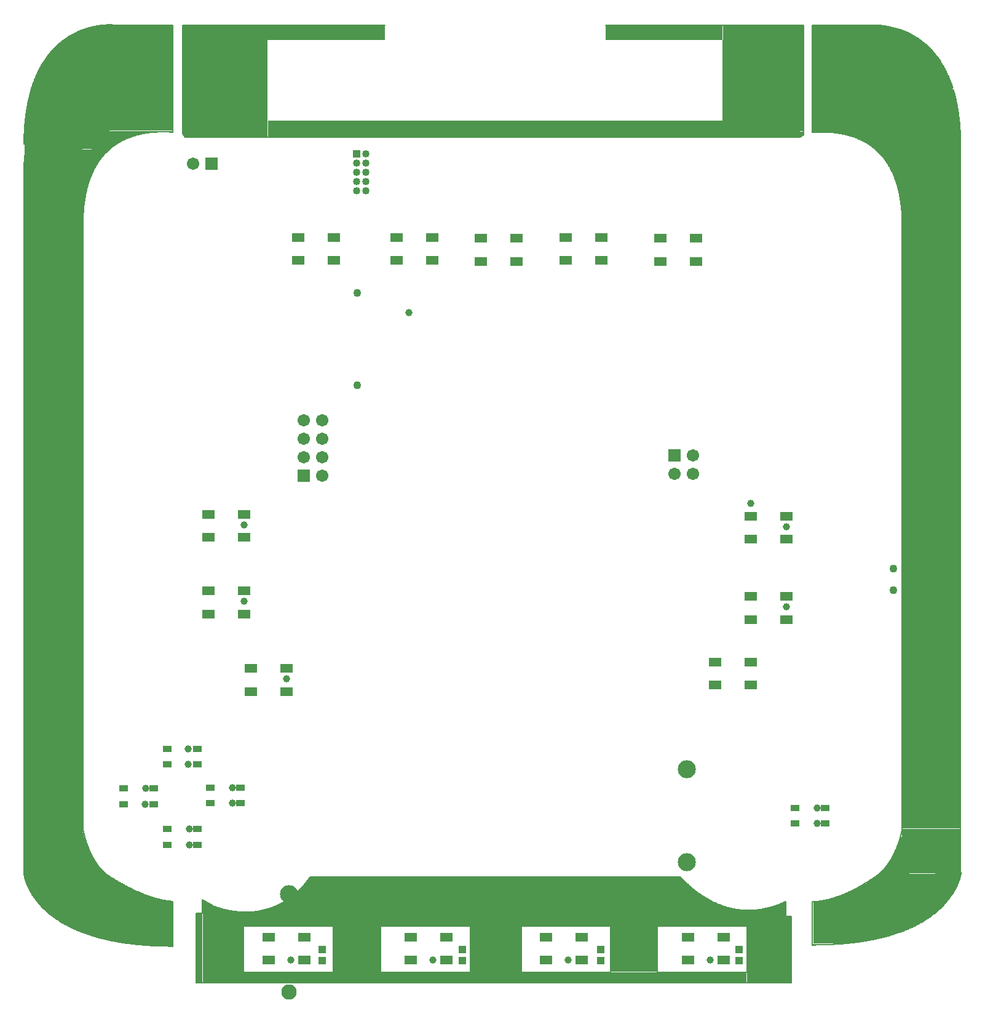
<source format=gts>
G04 Layer_Color=20142*
%FSLAX25Y25*%
%MOIN*%
G70*
G01*
G75*
%ADD10C,0.00600*%
%ADD16R,0.33304X0.18634*%
%ADD17R,0.31757X0.06743*%
%ADD18R,0.41500X0.11000*%
%ADD19R,0.21000X0.07500*%
%ADD20R,0.32279X0.24334*%
%ADD21R,0.11053X0.23035*%
%ADD22R,0.15500X0.26500*%
%ADD23R,0.28000X0.23500*%
%ADD24R,0.31757X0.24500*%
%ADD25R,0.05500X0.13500*%
%ADD27R,0.31647X3.71680*%
%ADD28R,0.30282X0.58000*%
%ADD29R,0.31944X3.65051*%
%ADD30R,0.68304X0.40000*%
%ADD31R,0.63489X0.08000*%
%ADD32R,0.41500X0.12135*%
%ADD33R,0.02427X0.57635*%
%ADD34R,0.25666X0.25671*%
%ADD35R,0.27859X0.27171*%
%ADD36R,0.25219X0.25000*%
%ADD37R,2.00847X0.26513*%
%ADD38R,2.72777X0.05671*%
%ADD39R,0.03501X0.37546*%
%ADD40R,0.22437X0.38201*%
%ADD41R,0.05830X0.36112*%
%ADD42R,0.21000X0.39000*%
%ADD43R,0.41855X0.52514*%
%ADD44R,2.46500X0.09000*%
%ADD45R,0.45000X0.52500*%
%ADD46R,1.09500X0.08000*%
%ADD198R,0.37304X0.01000*%
%ADD199R,0.04300X0.04300*%
%ADD200R,0.04934X0.03359*%
%ADD201R,0.06706X0.04737*%
%ADD202R,0.06706X0.06706*%
%ADD203C,0.06706*%
%ADD204R,0.04000X0.04000*%
%ADD205C,0.04000*%
%ADD206C,0.04343*%
%ADD207C,0.09800*%
%ADD208C,0.08300*%
%ADD209C,0.00800*%
%ADD210R,0.06706X0.06706*%
%ADD211C,0.03900*%
G36*
X518705Y178499D02*
X500677D01*
X501592Y179414D01*
X504840D01*
X505283Y179857D01*
X507295D01*
X507939Y180501D01*
X509973D01*
X510328Y180856D01*
X518705Y184097D01*
Y178499D01*
D02*
G37*
G36*
X207549Y182000D02*
X207839D01*
X208517Y181321D01*
X209474D01*
X210041Y180754D01*
X211453D01*
X212075Y180132D01*
X213537D01*
X214066Y179603D01*
X215728D01*
X216148Y179183D01*
X217312D01*
X217669Y178825D01*
X218856D01*
X219198Y178483D01*
X222380D01*
X222538Y178324D01*
X221760Y177546D01*
X202386D01*
Y185139D01*
X207549Y182000D01*
D02*
G37*
G36*
X582000Y219000D02*
X583000Y218000D01*
X585000Y206000D01*
X585560Y199001D01*
X613716Y199339D01*
Y199126D01*
X613426Y198835D01*
Y196912D01*
X612676Y196162D01*
Y194823D01*
X612200Y194347D01*
Y193439D01*
X611296Y192536D01*
Y191484D01*
X610107Y190295D01*
Y189389D01*
X609066Y188348D01*
Y187594D01*
X607167Y185695D01*
Y185098D01*
X603701Y181632D01*
Y181379D01*
X603532D01*
X599878Y177726D01*
X599572D01*
X598987Y177141D01*
X598723D01*
X597560Y175978D01*
X597107D01*
X595957Y174829D01*
X595383D01*
X594363Y173809D01*
X593811D01*
X592918Y172916D01*
X592280D01*
X591402Y172038D01*
X590478D01*
X589195Y170755D01*
X588123D01*
X587705Y170336D01*
X581092Y167569D01*
X580435D01*
X579703Y166837D01*
X578027D01*
X577154Y165963D01*
X575714D01*
X575092Y165341D01*
X573223D01*
X572630Y164748D01*
X570952D01*
X570283Y164079D01*
X568491D01*
X568174Y163762D01*
X567043D01*
X566542Y163261D01*
X564153D01*
X563600Y162707D01*
X560590D01*
X560091Y162208D01*
X557315D01*
X556739Y161631D01*
X552747D01*
X552228Y161112D01*
X548358D01*
Y161016D01*
X547797D01*
X547751Y160971D01*
X547706Y161016D01*
X546657D01*
X546527Y160886D01*
X546449Y160965D01*
X544500D01*
X537459Y184253D01*
X538173Y184365D01*
X541516Y184883D01*
X542043Y185410D01*
X543346D01*
X543788Y185852D01*
X544779D01*
X545315Y186388D01*
X546723D01*
Y186652D01*
X547052D01*
X547238Y186838D01*
X547424Y186652D01*
X547547D01*
X548451Y187555D01*
X549609D01*
X550310Y188257D01*
X551463D01*
X552249Y189043D01*
X553227D01*
X554416Y190232D01*
X555536D01*
X556540Y191235D01*
X557476D01*
X558580Y192340D01*
X559487D01*
X560909Y193762D01*
X561924D01*
X563264Y195101D01*
X564089D01*
X565545Y196556D01*
X566198D01*
X567834Y198192D01*
X568540D01*
X570011Y199663D01*
X570141D01*
X571616Y201139D01*
Y201262D01*
X573204Y202850D01*
Y203257D01*
X574517Y204570D01*
Y205258D01*
X575842Y206582D01*
Y207346D01*
X576973Y208478D01*
Y209282D01*
X577872Y210181D01*
Y211236D01*
X578690Y212054D01*
Y213462D01*
X579615Y214386D01*
Y215793D01*
X579973Y216151D01*
X580877Y219135D01*
X581865D01*
X582000Y219000D01*
D02*
G37*
G36*
X260719Y170737D02*
X260653Y170671D01*
X224723D01*
Y177987D01*
X224937Y178201D01*
X235000Y178999D01*
X235500Y179499D01*
X237000D01*
X237512Y180012D01*
X239012D01*
X239500Y180499D01*
X240000D01*
Y180439D01*
X240897Y181012D01*
X242419Y181656D01*
X243068D01*
X244178Y182766D01*
X245121D01*
X246127Y183772D01*
X246822D01*
X248318Y185267D01*
X249091D01*
X250788Y186964D01*
X251485D01*
X254521Y189999D01*
X255000D01*
Y190380D01*
X257324Y192704D01*
Y192919D01*
X258808Y194403D01*
Y194918D01*
X260719Y196829D01*
Y170737D01*
D02*
G37*
G36*
X543402Y160707D02*
X543179Y160485D01*
X533236D01*
X533216Y160465D01*
X533448Y160965D01*
X543144D01*
X543402Y160707D01*
D02*
G37*
G36*
X152090Y197359D02*
X152833D01*
X153952Y196241D01*
X154688D01*
X155995Y194934D01*
X156762D01*
X157499Y194196D01*
X157849D01*
X158552Y193493D01*
X159086D01*
X159971Y192607D01*
X160698D01*
X161325Y191981D01*
X162161D01*
X162947Y191195D01*
X163798D01*
X164705Y190288D01*
X165306D01*
X165561Y190032D01*
X165728D01*
X165977Y189782D01*
X166363D01*
X166684Y189461D01*
X167072D01*
X167380Y189153D01*
X167769D01*
X168210Y188712D01*
X168988D01*
X169535Y188165D01*
X170313D01*
X170934Y187545D01*
X171903D01*
X172457Y186991D01*
X173717D01*
X174388Y186320D01*
X175514D01*
X176000Y185835D01*
X177552D01*
X178139Y185249D01*
X179649D01*
X180068Y184829D01*
X181196D01*
X181503Y184522D01*
X182955D01*
X183202Y184275D01*
X184947D01*
X185124Y184098D01*
X186196D01*
Y159916D01*
X186073Y159792D01*
X168186Y160597D01*
X168101Y160682D01*
X166277D01*
X165999Y160959D01*
X165367D01*
X165301Y160894D01*
X165170Y161025D01*
X163196D01*
X162914Y161307D01*
X161023D01*
X160715Y161614D01*
X158905D01*
X158573Y161947D01*
X157268D01*
X157092Y162123D01*
X155833D01*
X155463Y162492D01*
X153851D01*
X153358Y162986D01*
X151450D01*
X151030Y163406D01*
X150094D01*
X150000Y163500D01*
X165236D01*
Y190000D01*
X150000D01*
Y199000D01*
X150449D01*
X152090Y197359D01*
D02*
G37*
G36*
X464136Y194661D02*
Y194612D01*
X464249D01*
X468361Y190499D01*
X469163D01*
X471265Y188398D01*
X471954D01*
X473373Y186980D01*
X474054D01*
X475210Y185823D01*
X475947D01*
X477227Y184543D01*
X478286D01*
X479402Y183427D01*
X480637D01*
X481668Y182396D01*
X483123D01*
X483827Y181692D01*
X485170D01*
X486054Y180807D01*
X487669D01*
X488146Y180330D01*
X488824D01*
X497500Y178999D01*
X497636Y178864D01*
Y170671D01*
X460829D01*
X460000Y171500D01*
X461000Y172500D01*
Y197292D01*
X461505D01*
X464136Y194661D01*
D02*
G37*
G36*
X122000Y175500D02*
X150000D01*
Y163475D01*
X149169D01*
X148684Y163961D01*
X147332D01*
X146865Y164427D01*
X145275D01*
X144665Y165038D01*
X143183D01*
X142412Y165809D01*
X140859D01*
X140323Y166344D01*
X139306D01*
X138754Y166896D01*
X137799D01*
X137232Y167463D01*
X136339D01*
X135560Y168243D01*
X134463D01*
X133761Y168945D01*
X132768D01*
X131840Y169872D01*
X130947D01*
X130314Y170505D01*
X129707D01*
X129063Y171149D01*
X128509D01*
X127635Y172022D01*
X126824D01*
X125710Y173136D01*
X125158D01*
X124423Y173871D01*
X123981D01*
X123123Y174729D01*
X122867D01*
X122290Y175305D01*
X122173D01*
Y175327D01*
X122000Y175500D01*
X121615Y175885D01*
X121117D01*
X118773Y178229D01*
X118467D01*
Y178249D01*
X113323Y183393D01*
Y183609D01*
X112355Y184578D01*
Y184894D01*
X111352Y185897D01*
Y186160D01*
X110743Y186769D01*
Y187065D01*
X109914Y187894D01*
Y188565D01*
X109181Y189298D01*
Y189856D01*
X108391Y190646D01*
Y191340D01*
X107651Y192079D01*
Y193059D01*
X107140Y193570D01*
Y194244D01*
X106583Y194800D01*
Y195919D01*
X106096Y196407D01*
Y197912D01*
X105743Y198265D01*
Y199000D01*
X122000D01*
Y175500D01*
D02*
G37*
G36*
X528427Y599000D02*
X527500Y598629D01*
X526344Y597986D01*
X526000Y601000D01*
X528427D01*
Y599000D01*
D02*
G37*
G36*
X121000Y634000D02*
Y621500D01*
X117979Y602521D01*
X110500Y594000D01*
X105743D01*
Y595167D01*
X105764Y596981D01*
X105829Y597045D01*
Y600219D01*
X106017Y600407D01*
Y604664D01*
X106471Y605118D01*
Y608523D01*
X106722Y608774D01*
Y611029D01*
X107245Y611552D01*
Y614069D01*
X107589Y614413D01*
Y616358D01*
X108266Y617035D01*
Y619190D01*
X108695Y619619D01*
Y621270D01*
X109271Y621846D01*
Y623075D01*
X109891Y623695D01*
Y625118D01*
X110552Y625779D01*
Y627081D01*
X111109Y627639D01*
Y628595D01*
X111741Y629227D01*
Y630039D01*
X112142Y630441D01*
Y631258D01*
X112764Y631880D01*
Y632386D01*
X113407Y633029D01*
Y633949D01*
X114296Y634838D01*
Y635451D01*
X115219Y636374D01*
Y636922D01*
X115455Y637158D01*
Y637527D01*
X116357Y638429D01*
Y638968D01*
X116972Y639583D01*
Y639891D01*
X117979Y640898D01*
X121000Y634000D01*
D02*
G37*
G36*
X153507Y658812D02*
X153500Y641000D01*
X153310Y641190D01*
X117979D01*
Y641456D01*
X119600Y643078D01*
Y643401D01*
X121071Y644872D01*
Y645068D01*
X122231Y646228D01*
X123719Y647745D01*
X123859D01*
X125867Y649753D01*
X126253D01*
X127500Y651000D01*
X128000D01*
X129500Y652500D01*
X130500D01*
X132000Y654000D01*
X133000D01*
X134000Y655000D01*
X134818D01*
X135318Y655500D01*
X136290D01*
X136653Y655863D01*
X139906Y656999D01*
X140499D01*
X141120Y657620D01*
X143120D01*
X143500Y658000D01*
X145000D01*
X145539Y658539D01*
X147995D01*
X148227Y658770D01*
X150343D01*
X150423Y658850D01*
X153469D01*
X153507Y658812D01*
D02*
G37*
G36*
X193431Y650931D02*
Y600069D01*
X193500Y600000D01*
X193000Y599500D01*
Y598005D01*
X191854Y600069D01*
X192000Y651000D01*
X193500D01*
X193431Y650931D01*
D02*
G37*
G36*
X142500Y577433D02*
X141528Y576461D01*
Y574962D01*
X140750Y574184D01*
Y572601D01*
X140241Y572092D01*
Y571093D01*
X139685Y570537D01*
Y568905D01*
X139349Y568569D01*
Y567390D01*
X138899Y566940D01*
Y564357D01*
X138515Y563974D01*
Y562567D01*
X138155Y562207D01*
Y558751D01*
X137895Y558490D01*
Y557247D01*
X136753D01*
X135500Y558500D01*
X137000Y578000D01*
X142500D01*
Y577433D01*
D02*
G37*
G36*
X136527Y221473D02*
X138089D01*
Y219379D01*
X139000Y218468D01*
Y217173D01*
X139681Y216492D01*
Y215290D01*
X140293Y214678D01*
Y213379D01*
X141113Y212559D01*
Y211581D01*
X141688Y211006D01*
Y210231D01*
X142470Y209450D01*
Y208782D01*
X143185Y208067D01*
Y207302D01*
X144061Y206426D01*
Y205966D01*
X144689Y205338D01*
Y204949D01*
X145583Y204055D01*
Y203747D01*
X146443Y202887D01*
Y202677D01*
X146945Y202176D01*
Y202138D01*
X147516Y201567D01*
Y201457D01*
X149780Y199193D01*
X149924D01*
Y198076D01*
X149500Y198500D01*
X134500D01*
X136500Y221500D01*
X136527Y221473D01*
D02*
G37*
G36*
X172842Y600342D02*
X170803D01*
X170188Y599727D01*
X168624D01*
X168148Y599252D01*
X166650D01*
X166065Y598666D01*
X164655D01*
X164101Y598112D01*
X163053D01*
X162360Y597420D01*
X161243D01*
X160608Y596785D01*
X159789D01*
X158977Y595973D01*
X158435D01*
X157761Y595299D01*
X157226D01*
X156324Y594398D01*
X155720D01*
X154099Y592777D01*
X153730D01*
Y592730D01*
X152500Y591500D01*
X152000D01*
X150500Y590000D01*
Y589932D01*
X148568Y588000D01*
X148500D01*
Y587420D01*
X146707Y585627D01*
Y585041D01*
X144979Y583313D01*
Y582491D01*
X143857Y581370D01*
Y580300D01*
X142943Y579386D01*
Y578780D01*
X142594Y578431D01*
Y578215D01*
X141785D01*
X141500Y578500D01*
X142500Y591500D01*
X152000D01*
Y601000D01*
X173500D01*
X172842Y600342D01*
D02*
G37*
G36*
X567957Y658568D02*
X569578D01*
X569625Y658522D01*
X570796D01*
X571134Y658184D01*
X573844D01*
X574528Y657500D01*
X577000D01*
X577500Y657000D01*
X579000D01*
X579500Y656500D01*
X580382D01*
X580882Y656000D01*
X581965D01*
X582465Y655500D01*
X583486D01*
X584486Y654500D01*
X585536D01*
X586536Y653500D01*
X587500D01*
X588000Y653000D01*
X588500D01*
X589500Y652000D01*
X590000D01*
X591000Y651000D01*
X591500D01*
X593000Y649500D01*
X593500D01*
X595458Y647542D01*
Y647536D01*
X595499D01*
X596978Y646057D01*
Y645975D01*
X598736Y644217D01*
Y643969D01*
X600119Y642586D01*
Y642358D01*
X600893Y641584D01*
Y641318D01*
X601654Y640557D01*
Y640115D01*
X602584Y639185D01*
Y638677D01*
X603786Y637476D01*
Y636697D01*
X604770Y635713D01*
Y634935D01*
X605661Y634043D01*
Y633383D01*
X606307Y632737D01*
Y631752D01*
X606931Y631128D01*
Y630307D01*
X607730Y629509D01*
Y628383D01*
X608555Y627558D01*
Y626055D01*
X609221Y625389D01*
Y624291D01*
X609725Y623788D01*
Y622305D01*
X610259Y621771D01*
Y620163D01*
X611019Y619403D01*
Y616933D01*
X611506Y616446D01*
Y614521D01*
X612106Y613922D01*
Y611430D01*
X612473Y611062D01*
Y607896D01*
X612897Y607471D01*
Y603499D01*
X613312Y603084D01*
Y598147D01*
X613482Y597977D01*
Y595013D01*
X582128D01*
X583000Y557500D01*
X581678D01*
X581451Y557727D01*
Y560138D01*
X581119Y560469D01*
Y563401D01*
X580758Y563762D01*
Y565756D01*
X580330Y566185D01*
Y568009D01*
X579923Y568416D01*
Y569809D01*
X579377Y570355D01*
Y571880D01*
X578665Y572592D01*
Y574384D01*
X577876Y575173D01*
Y576220D01*
X577267Y576828D01*
Y577976D01*
X576579Y578664D01*
Y579270D01*
X575945Y579905D01*
Y580619D01*
X575039Y581524D01*
Y582237D01*
X574290Y582987D01*
Y583451D01*
X573139Y584602D01*
Y585188D01*
X571076Y587250D01*
Y587694D01*
X569723Y589047D01*
Y589277D01*
X568500Y590500D01*
X568000D01*
X565839Y592661D01*
X565422D01*
X563801Y594282D01*
X563197D01*
X562296Y595184D01*
X561760D01*
X561087Y595857D01*
X560545D01*
X559993Y596410D01*
X559173D01*
X557735Y597304D01*
X556710Y597501D01*
X555927Y598284D01*
X554582D01*
X554067Y598799D01*
X552619D01*
X552079Y599339D01*
X550552D01*
X550116Y599774D01*
X548533D01*
X548192Y600115D01*
X546251D01*
X546000Y600366D01*
Y601500D01*
X568956D01*
X563000Y604500D01*
Y658000D01*
X563542Y658542D01*
X567895D01*
X567939Y658586D01*
X567957Y658568D01*
D02*
G37*
D10*
X158715Y595973D02*
G03*
X158105Y595643I16849J-31879D01*
G01*
X158105Y595643D02*
G03*
X157498Y595299I17278J-31224D01*
G01*
D02*
G03*
X156827Y594900I17706J-30571D01*
G01*
Y594900D02*
G03*
X156026Y594398I18188J-29860D01*
G01*
Y594398D02*
G03*
X155100Y593778I18791J-29054D01*
G01*
D02*
G03*
X153730Y592777I19510J-28136D01*
G01*
X138801Y218667D02*
G03*
X139349Y216823I58285J16327D01*
G01*
X137688Y551100D02*
G03*
X137687Y550770I107291J-329D01*
G01*
X158715Y595973D02*
G03*
X158105Y595643I16849J-31879D01*
G01*
X158105Y595643D02*
G03*
X157498Y595299I17278J-31224D01*
G01*
D02*
G03*
X156827Y594900I17706J-30571D01*
G01*
Y594900D02*
G03*
X156026Y594398I18188J-29860D01*
G01*
Y594398D02*
G03*
X155100Y593778I18791J-29054D01*
G01*
D02*
G03*
X153730Y592777I19510J-28136D01*
G01*
X138801Y218667D02*
G03*
X139349Y216823I58285J16327D01*
G01*
X147108Y658539D02*
G03*
X146316Y658431I5352J-42464D01*
G01*
Y658431D02*
G03*
X142160Y657620I6245J-43019D01*
G01*
Y657620D02*
G03*
X139906Y656999I10346J-41996D01*
G01*
X139906D02*
G03*
X138232Y656452I12468J-40940D01*
G01*
X138232D02*
G03*
X136653Y655863I13998J-39979D01*
G01*
Y655863D02*
G03*
X134975Y655157I15415J-38984D01*
G01*
X134975D02*
G03*
X126092Y649753I16716J-37480D01*
G01*
X126092D02*
G03*
X124743Y648630I25868J-32414D01*
G01*
D02*
G03*
X123759Y647745I27496J-31611D01*
G01*
D02*
G03*
X122923Y646949I28776J-31047D01*
G01*
X122923D02*
G03*
X122231Y646257I29922J-30566D01*
G01*
D02*
G03*
X121615Y645611I30927J-30181D01*
G01*
D02*
G03*
X121071Y645020I31865J-29836D01*
G01*
X121071Y645020D02*
G03*
X120532Y644412I32748J-29551D01*
G01*
X137688Y551100D02*
G03*
X137687Y550770I107291J-329D01*
G01*
X561416Y595528D02*
G03*
X560807Y595857I-17459J-31550D01*
G01*
X562023Y595184D02*
G03*
X561416Y595528I-17886J-30880D01*
G01*
X562695Y594785D02*
G03*
X562023Y595184I-18378J-30172D01*
G01*
X563495Y594282D02*
G03*
X562695Y594785I-18988J-29358D01*
G01*
X564421Y593662D02*
G03*
X563495Y594282I-19717J-28433D01*
G01*
X565791Y592661D02*
G03*
X564421Y593662I-20880J-27135D01*
G01*
X569723Y589115D02*
G03*
X565791Y592661I-24691J-23428D01*
G01*
X570494Y588276D02*
G03*
X569723Y589115I-25884J-22999D01*
G01*
X571076Y587604D02*
G03*
X570494Y588276I-26741J-22572D01*
G01*
X571592Y586979D02*
G03*
X571076Y587604I-27541J-22188D01*
G01*
X572042Y586408D02*
G03*
X571592Y586979I-28293J-21859D01*
G01*
X572431Y585895D02*
G03*
X572042Y586408I-28986J-21581D01*
G01*
X572815Y585371D02*
G03*
X572431Y585895I-29687J-21294D01*
G01*
X579973Y216151D02*
G03*
X580705Y218521I-54286J18071D01*
G01*
X561416Y595528D02*
G03*
X560807Y595857I-17459J-31550D01*
G01*
X562023Y595184D02*
G03*
X561416Y595528I-17886J-30880D01*
G01*
X562695Y594785D02*
G03*
X562023Y595184I-18378J-30172D01*
G01*
X563495Y594282D02*
G03*
X562695Y594785I-18988J-29358D01*
G01*
X564421Y593662D02*
G03*
X563495Y594282I-19717J-28433D01*
G01*
X565791Y592661D02*
G03*
X564421Y593662I-20880J-27135D01*
G01*
X569723Y589115D02*
G03*
X565791Y592661I-24691J-23428D01*
G01*
X570494Y588276D02*
G03*
X569723Y589115I-25884J-22999D01*
G01*
X571076Y587604D02*
G03*
X570494Y588276I-26741J-22572D01*
G01*
X571592Y586979D02*
G03*
X571076Y587604I-27541J-22188D01*
G01*
X572042Y586408D02*
G03*
X571592Y586979I-28293J-21859D01*
G01*
X572431Y585895D02*
G03*
X572042Y586408I-28986J-21581D01*
G01*
X572815Y585371D02*
G03*
X572431Y585895I-29687J-21294D01*
G01*
X579973Y216151D02*
G03*
X580705Y218521I-54286J18071D01*
G01*
X598736Y644147D02*
G03*
X598200Y644753I-33327J-28900D01*
G01*
D02*
G03*
X597591Y645416I-32428J-29179D01*
G01*
Y645416D02*
G03*
X596978Y646057I-31478J-29522D01*
G01*
X596978Y646057D02*
G03*
X596290Y646744I-30550J-29855D01*
G01*
D02*
G03*
X595458Y647536I-29553J-30226D01*
G01*
X595458D02*
G03*
X594479Y648414I-28424J-30696D01*
G01*
X594479D02*
G03*
X585866Y654170I-26860J-30871D01*
G01*
X585866Y654170D02*
G03*
X583899Y655087I-18469J-37066D01*
G01*
X583899D02*
G03*
X582174Y655791I-16676J-38381D01*
G01*
D02*
G03*
X580486Y656396I-15105J-39492D01*
G01*
Y656396D02*
G03*
X574013Y658015I-13651J-40830D01*
G01*
X574013D02*
G03*
X572928Y658184I-7126J-42127D01*
G01*
X506041Y179857D02*
G03*
X506868Y180015I-7785J42980D01*
G01*
X505128Y179702D02*
G03*
X506041Y179857I-6790J42684D01*
G01*
X504132Y179555D02*
G03*
X505128Y179702I-5724J42389D01*
G01*
X502965Y179414D02*
G03*
X504132Y179555I-4500J42101D01*
G01*
X501459Y179281D02*
G03*
X502965Y179414I-2948J41805D01*
G01*
X498680Y179178D02*
G03*
X501459Y179281I-139J41454D01*
G01*
X493682Y179465D02*
G03*
X498680Y179178I4864J41070D01*
G01*
X492080Y179686D02*
G03*
X493682Y179465I6529J41418D01*
G01*
X490822Y179904D02*
G03*
X492080Y179686I7857J41649D01*
G01*
X489739Y180123D02*
G03*
X490822Y179904I9025J41881D01*
G01*
X488824Y180330D02*
G03*
X489739Y180123I10035J42115D01*
G01*
X487921Y180555D02*
G03*
X488824Y180330I11044J42337D01*
G01*
X487105Y180777D02*
G03*
X487921Y180555I11981J42575D01*
G01*
X470641Y189022D02*
G03*
X471500Y188398I34600J46780D01*
G01*
X469464Y189915D02*
G03*
X470641Y189022I36142J46379D01*
G01*
X466502Y192383D02*
G03*
X469464Y189915I39338J44214D01*
G01*
X255347Y190679D02*
G03*
X256482Y191862I-32361J32173D01*
G01*
X252994Y188473D02*
G03*
X255347Y190679I-30056J34422D01*
G01*
X252001Y187631D02*
G03*
X252994Y188473I-28669J34818D01*
G01*
X251171Y186964D02*
G03*
X252001Y187631I-27544J35126D01*
G01*
X250396Y186370D02*
G03*
X251171Y186964I-26494J35369D01*
G01*
X249639Y185816D02*
G03*
X250396Y186370I-25473J35570D01*
G01*
X248855Y185267D02*
G03*
X249639Y185816I-24428J35755D01*
G01*
X248096Y184760D02*
G03*
X248855Y185267I-23418J35896D01*
G01*
X247312Y184261D02*
G03*
X248096Y184760I-22399J36034D01*
G01*
X246504Y183772D02*
G03*
X247312Y184261I-21366J36162D01*
G01*
X245617Y183262D02*
G03*
X246504Y183772I-20260J36302D01*
G01*
X244702Y182766D02*
G03*
X245617Y183262I-19139J36429D01*
G01*
X243639Y182228D02*
G03*
X244702Y182766I-17882J36595D01*
G01*
X242419Y181656D02*
G03*
X243639Y182228I-16476J36786D01*
G01*
X240897Y181012D02*
G03*
X242419Y181656I-14785J37052D01*
G01*
X238086Y180012D02*
G03*
X240897Y181012I-11814J37649D01*
G01*
X233285Y178831D02*
G03*
X238086Y180012I-6981J38743D01*
G01*
X231815Y178594D02*
G03*
X233285Y178831I-5612J39507D01*
G01*
X230628Y178444D02*
G03*
X231815Y178594I-4483J40069D01*
G01*
X229579Y178340D02*
G03*
X230628Y178444I-3482J40603D01*
G01*
X228677Y178273D02*
G03*
X229579Y178340I-2618J41108D01*
G01*
X227845Y178228D02*
G03*
X228677Y178273I-1815J41590D01*
G01*
X227088Y178202D02*
G03*
X227845Y178228I-1077J42059D01*
G01*
X226321Y178189D02*
G03*
X227088Y178202I-322J42532D01*
G01*
X506041Y179857D02*
G03*
X506868Y180015I-7785J42980D01*
G01*
X505128Y179702D02*
G03*
X506041Y179857I-6790J42684D01*
G01*
X504132Y179555D02*
G03*
X505128Y179702I-5724J42389D01*
G01*
X502965Y179414D02*
G03*
X504132Y179555I-4500J42101D01*
G01*
X501459Y179281D02*
G03*
X502965Y179414I-2948J41805D01*
G01*
X498680Y179178D02*
G03*
X501459Y179281I-139J41454D01*
G01*
X493682Y179465D02*
G03*
X498680Y179178I4864J41070D01*
G01*
X492080Y179686D02*
G03*
X493682Y179465I6529J41418D01*
G01*
X490822Y179904D02*
G03*
X492080Y179686I7857J41649D01*
G01*
X489739Y180123D02*
G03*
X490822Y179904I9025J41881D01*
G01*
X488824Y180330D02*
G03*
X489739Y180123I10035J42115D01*
G01*
X487921Y180555D02*
G03*
X488824Y180330I11044J42337D01*
G01*
X487105Y180777D02*
G03*
X487921Y180555I11981J42575D01*
G01*
X470641Y189022D02*
G03*
X471500Y188398I34600J46780D01*
G01*
X469464Y189915D02*
G03*
X470641Y189022I36142J46379D01*
G01*
X466502Y192383D02*
G03*
X469464Y189915I39338J44214D01*
G01*
X255347Y190679D02*
G03*
X256482Y191862I-32361J32173D01*
G01*
X252994Y188473D02*
G03*
X255347Y190679I-30056J34422D01*
G01*
X252001Y187631D02*
G03*
X252994Y188473I-28669J34818D01*
G01*
X251171Y186964D02*
G03*
X252001Y187631I-27544J35126D01*
G01*
X250396Y186370D02*
G03*
X251171Y186964I-26494J35369D01*
G01*
X249639Y185816D02*
G03*
X250396Y186370I-25473J35570D01*
G01*
X248855Y185267D02*
G03*
X249639Y185816I-24428J35755D01*
G01*
X248096Y184760D02*
G03*
X248855Y185267I-23418J35896D01*
G01*
X247312Y184261D02*
G03*
X248096Y184760I-22399J36034D01*
G01*
X246504Y183772D02*
G03*
X247312Y184261I-21366J36162D01*
G01*
X245617Y183262D02*
G03*
X246504Y183772I-20260J36302D01*
G01*
X244702Y182766D02*
G03*
X245617Y183262I-19139J36429D01*
G01*
X243639Y182228D02*
G03*
X244702Y182766I-17882J36595D01*
G01*
X242419Y181656D02*
G03*
X243639Y182228I-16476J36786D01*
G01*
X240897Y181012D02*
G03*
X242419Y181656I-14785J37052D01*
G01*
X238086Y180012D02*
G03*
X240897Y181012I-11814J37649D01*
G01*
X233285Y178831D02*
G03*
X238086Y180012I-6981J38743D01*
G01*
X231815Y178594D02*
G03*
X233285Y178831I-5612J39507D01*
G01*
X230628Y178444D02*
G03*
X231815Y178594I-4483J40069D01*
G01*
X229579Y178340D02*
G03*
X230628Y178444I-3482J40603D01*
G01*
X228677Y178273D02*
G03*
X229579Y178340I-2618J41108D01*
G01*
X227845Y178228D02*
G03*
X228677Y178273I-1815J41590D01*
G01*
X227088Y178202D02*
G03*
X227845Y178228I-1077J42059D01*
G01*
X226321Y178189D02*
G03*
X227088Y178202I-322J42532D01*
G01*
X561416Y595528D02*
G03*
X560807Y595857I-17459J-31550D01*
G01*
X562023Y595184D02*
G03*
X561416Y595528I-17886J-30880D01*
G01*
X562695Y594785D02*
G03*
X562023Y595184I-18378J-30172D01*
G01*
X563495Y594282D02*
G03*
X562695Y594785I-18988J-29358D01*
G01*
X564421Y593662D02*
G03*
X563495Y594282I-19717J-28433D01*
G01*
X565791Y592661D02*
G03*
X564421Y593662I-20880J-27135D01*
G01*
X569723Y589115D02*
G03*
X565791Y592661I-24691J-23428D01*
G01*
X570494Y588276D02*
G03*
X569723Y589115I-25884J-22999D01*
G01*
X571076Y587604D02*
G03*
X570494Y588276I-26741J-22572D01*
G01*
X571592Y586979D02*
G03*
X571076Y587604I-27541J-22188D01*
G01*
X572042Y586408D02*
G03*
X571592Y586979I-28293J-21859D01*
G01*
X572431Y585895D02*
G03*
X572042Y586408I-28986J-21581D01*
G01*
X572815Y585371D02*
G03*
X572431Y585895I-29687J-21294D01*
G01*
X579973Y216151D02*
G03*
X580705Y218521I-54286J18071D01*
G01*
X158715Y595973D02*
G03*
X158105Y595643I16849J-31879D01*
G01*
X158105Y595643D02*
G03*
X157498Y595299I17278J-31224D01*
G01*
D02*
G03*
X156827Y594900I17706J-30571D01*
G01*
Y594900D02*
G03*
X156026Y594398I18188J-29860D01*
G01*
Y594398D02*
G03*
X155100Y593778I18791J-29054D01*
G01*
D02*
G03*
X153730Y592777I19510J-28136D01*
G01*
X153730Y592777D02*
G03*
X149798Y589230I20759J-26974D01*
G01*
Y589230D02*
G03*
X149027Y588391I25113J-23838D01*
G01*
X149027D02*
G03*
X148445Y587719I26160J-23244D01*
G01*
Y587719D02*
G03*
X147930Y587094I27026J-22813D01*
G01*
D02*
G03*
X147479Y586523I27842J-22430D01*
G01*
D02*
G03*
X147090Y586010I28597J-22094D01*
G01*
X147090D02*
G03*
X146707Y585486I29304J-21818D01*
G01*
X138801Y218667D02*
G03*
X139349Y216823I58285J16327D01*
G01*
X137688Y551100D02*
G03*
X137687Y550770I107291J-329D01*
G01*
Y221953D02*
Y550770D01*
X186265Y600765D02*
X186304Y600764D01*
X186245Y600765D02*
X186265Y600765D01*
X186225Y600765D02*
X186245Y600765D01*
X186205Y600765D02*
X186225Y600765D01*
X186185Y600765D02*
X186205Y600765D01*
X186164Y600765D02*
X186185Y600765D01*
X186144Y600765D02*
X186164Y600765D01*
X186123Y600766D02*
X186144Y600765D01*
X186101Y600766D02*
X186123Y600766D01*
X186080Y600766D02*
X186101Y600766D01*
X186058Y600767D02*
X186080Y600766D01*
X186037Y600767D02*
X186058Y600767D01*
X186014Y600767D02*
X186037Y600767D01*
X185992Y600768D02*
X186014Y600767D01*
X185970Y600768D02*
X185992Y600768D01*
X185947Y600769D02*
X185970Y600768D01*
X185924Y600769D02*
X185947Y600769D01*
X185901Y600770D02*
X185924Y600769D01*
X185878Y600770D02*
X185901Y600770D01*
X185854Y600771D02*
X185878Y600770D01*
X185831Y600771D02*
X185854Y600771D01*
X185807Y600772D02*
X185831Y600771D01*
X185783Y600772D02*
X185807Y600772D01*
X185758Y600773D02*
X185783Y600772D01*
X185734Y600774D02*
X185758Y600773D01*
X185709Y600774D02*
X185734Y600774D01*
X185684Y600775D02*
X185709Y600774D01*
X185659Y600776D02*
X185684Y600775D01*
X185634Y600776D02*
X185659Y600776D01*
X185608Y600777D02*
X185634Y600776D01*
X185583Y600778D02*
X185608Y600777D01*
X185557Y600779D02*
X185583Y600778D01*
X185531Y600779D02*
X185557Y600779D01*
X185504Y600780D02*
X185531Y600779D01*
X185478Y600781D02*
X185504Y600780D01*
X185451Y600782D02*
X185478Y600781D01*
X185424Y600783D02*
X185451Y600782D01*
X185397Y600784D02*
X185424Y600783D01*
X185370Y600785D02*
X185397Y600784D01*
X185342Y600786D02*
X185370Y600785D01*
X185315Y600786D02*
X185342Y600786D01*
X185287Y600787D02*
X185315Y600786D01*
X185259Y600788D02*
X185287Y600787D01*
X185230Y600789D02*
X185259Y600788D01*
X185202Y600790D02*
X185230Y600789D01*
X185173Y600791D02*
X185202Y600790D01*
X185144Y600792D02*
X185173Y600791D01*
X185115Y600793D02*
X185144Y600792D01*
X185086Y600794D02*
X185115Y600793D01*
X185056Y600796D02*
X185086Y600794D01*
X185027Y600797D02*
X185056Y600796D01*
X184997Y600798D02*
X185027Y600797D01*
X184967Y600799D02*
X184997Y600798D01*
X184937Y600800D02*
X184967Y600799D01*
X184906Y600801D02*
X184937Y600800D01*
X184876Y600802D02*
X184906Y600801D01*
X184845Y600803D02*
X184876Y600802D01*
X184814Y600804D02*
X184845Y600803D01*
X184783Y600805D02*
X184814Y600804D01*
X184752Y600806D02*
X184783Y600805D01*
X184720Y600808D02*
X184752Y600806D01*
X184689Y600809D02*
X184720Y600808D01*
X184657Y600810D02*
X184689Y600809D01*
X184625Y600811D02*
X184657Y600810D01*
X184592Y600812D02*
X184625Y600811D01*
X184560Y600813D02*
X184592Y600812D01*
X184527Y600814D02*
X184560Y600813D01*
X184494Y600816D02*
X184527Y600814D01*
X186265Y600765D02*
X186304Y600764D01*
X186245Y600765D02*
X186265Y600765D01*
X186225Y600765D02*
X186245Y600765D01*
X186205Y600765D02*
X186225Y600765D01*
X186185Y600765D02*
X186205Y600765D01*
X186164Y600765D02*
X186185Y600765D01*
X186144Y600765D02*
X186164Y600765D01*
X186123Y600766D02*
X186144Y600765D01*
X186101Y600766D02*
X186123Y600766D01*
X186080Y600766D02*
X186101Y600766D01*
X186058Y600767D02*
X186080Y600766D01*
X186037Y600767D02*
X186058Y600767D01*
X186014Y600767D02*
X186037Y600767D01*
X185992Y600768D02*
X186014Y600767D01*
X185970Y600768D02*
X185992Y600768D01*
X185947Y600769D02*
X185970Y600768D01*
X185924Y600769D02*
X185947Y600769D01*
X185901Y600770D02*
X185924Y600769D01*
X185878Y600770D02*
X185901Y600770D01*
X185854Y600771D02*
X185878Y600770D01*
X185831Y600771D02*
X185854Y600771D01*
X185807Y600772D02*
X185831Y600771D01*
X185783Y600772D02*
X185807Y600772D01*
X185758Y600773D02*
X185783Y600772D01*
X185734Y600774D02*
X185758Y600773D01*
X185709Y600774D02*
X185734Y600774D01*
X185684Y600775D02*
X185709Y600774D01*
X185659Y600776D02*
X185684Y600775D01*
X185634Y600776D02*
X185659Y600776D01*
X185608Y600777D02*
X185634Y600776D01*
X185583Y600778D02*
X185608Y600777D01*
X185557Y600779D02*
X185583Y600778D01*
X185531Y600779D02*
X185557Y600779D01*
X185504Y600780D02*
X185531Y600779D01*
X185478Y600781D02*
X185504Y600780D01*
X185451Y600782D02*
X185478Y600781D01*
X185424Y600783D02*
X185451Y600782D01*
X185397Y600784D02*
X185424Y600783D01*
X185370Y600785D02*
X185397Y600784D01*
X185342Y600786D02*
X185370Y600785D01*
X185315Y600786D02*
X185342Y600786D01*
X185287Y600787D02*
X185315Y600786D01*
X185259Y600788D02*
X185287Y600787D01*
X185230Y600789D02*
X185259Y600788D01*
X185202Y600790D02*
X185230Y600789D01*
X185173Y600791D02*
X185202Y600790D01*
X185144Y600792D02*
X185173Y600791D01*
X185115Y600793D02*
X185144Y600792D01*
X185086Y600794D02*
X185115Y600793D01*
X185056Y600796D02*
X185086Y600794D01*
X185027Y600797D02*
X185056Y600796D01*
X184997Y600798D02*
X185027Y600797D01*
X184967Y600799D02*
X184997Y600798D01*
X184937Y600800D02*
X184967Y600799D01*
X184906Y600801D02*
X184937Y600800D01*
X184876Y600802D02*
X184906Y600801D01*
X184845Y600803D02*
X184876Y600802D01*
X184814Y600804D02*
X184845Y600803D01*
X184783Y600805D02*
X184814Y600804D01*
X184752Y600806D02*
X184783Y600805D01*
X184720Y600808D02*
X184752Y600806D01*
X184689Y600809D02*
X184720Y600808D01*
X184657Y600810D02*
X184689Y600809D01*
X184625Y600811D02*
X184657Y600810D01*
X184592Y600812D02*
X184625Y600811D01*
X184560Y600813D02*
X184592Y600812D01*
X184527Y600814D02*
X184560Y600813D01*
X184494Y600816D02*
X184527Y600814D01*
X184461Y600817D02*
X184494Y600816D01*
X184428Y600818D02*
X184461Y600817D01*
X184395Y600819D02*
X184428Y600818D01*
X184361Y600820D02*
X184395Y600819D01*
X184328Y600822D02*
X184361Y600820D01*
X184294Y600823D02*
X184328Y600822D01*
X184260Y600824D02*
X184294Y600823D01*
X184225Y600825D02*
X184260Y600824D01*
X184191Y600826D02*
X184225Y600825D01*
X184157Y600828D02*
X184191Y600826D01*
X184122Y600829D02*
X184157Y600828D01*
X184087Y600830D02*
X184122Y600829D01*
X184052Y600831D02*
X184087Y600830D01*
X184016Y600832D02*
X184052Y600831D01*
X183981Y600834D02*
X184016Y600832D01*
X183945Y600835D02*
X183981Y600834D01*
X183909Y600836D02*
X183945Y600835D01*
X183873Y600837D02*
X183909Y600836D01*
X183837Y600838D02*
X183873Y600837D01*
X183801Y600839D02*
X183837Y600838D01*
X183764Y600841D02*
X183801Y600839D01*
X183727Y600842D02*
X183764Y600841D01*
X183691Y600843D02*
X183727Y600842D01*
X183653Y600844D02*
X183691Y600843D01*
X183616Y600845D02*
X183653Y600844D01*
X183579Y600846D02*
X183616Y600845D01*
X183541Y600847D02*
X183579Y600846D01*
X183503Y600848D02*
X183541Y600847D01*
X183466Y600850D02*
X183503Y600848D01*
X183428Y600851D02*
X183466Y600850D01*
X183389Y600852D02*
X183428Y600851D01*
X183351Y600853D02*
X183389Y600852D01*
X183312Y600854D02*
X183351Y600853D01*
X183273Y600855D02*
X183312Y600854D01*
X183235Y600856D02*
X183273Y600855D01*
X183195Y600857D02*
X183235Y600856D01*
X183156Y600858D02*
X183195Y600857D01*
X183117Y600859D02*
X183156Y600858D01*
X183077Y600860D02*
X183117Y600859D01*
X183037Y600861D02*
X183077Y600860D01*
X182998Y600862D02*
X183037Y600861D01*
X182957Y600863D02*
X182998Y600862D01*
X182917Y600864D02*
X182957Y600863D01*
X182836Y600866D02*
X182917Y600864D01*
X182755Y600868D02*
X182836Y600866D01*
X182673Y600870D02*
X182755Y600868D01*
X182590Y600872D02*
X182673Y600870D01*
X182506Y600873D02*
X182590Y600872D01*
X182422Y600875D02*
X182506Y600873D01*
X182337Y600876D02*
X182422Y600875D01*
X182252Y600878D02*
X182337Y600876D01*
X182166Y600879D02*
X182252Y600878D01*
X182079Y600880D02*
X182166Y600879D01*
X181992Y600882D02*
X182079Y600880D01*
X181904Y600883D02*
X181992Y600882D01*
X181816Y600884D02*
X181904Y600883D01*
X181726Y600885D02*
X181816Y600884D01*
X181592Y600886D02*
X181726Y600885D01*
X181456Y600887D02*
X181592Y600886D01*
X181318Y600888D02*
X181456Y600887D01*
X181180Y600888D02*
X181318Y600888D01*
X181040Y600888D02*
X181180Y600888D01*
X180898Y600888D02*
X181040Y600888D01*
X180756Y600888D02*
X180898Y600888D01*
X180612Y600887D02*
X180756Y600888D01*
X180418Y600886D02*
X180612Y600887D01*
X180222Y600884D02*
X180418Y600886D01*
X180025Y600882D02*
X180222Y600884D01*
X179824Y600879D02*
X180025Y600882D01*
X179622Y600875D02*
X179824Y600879D01*
X179418Y600871D02*
X179622Y600875D01*
X179212Y600866D02*
X179418Y600871D01*
X178951Y600858D02*
X179212Y600866D01*
X178687Y600850D02*
X178951Y600858D01*
X178421Y600840D02*
X178687Y600850D01*
X178151Y600829D02*
X178421Y600840D01*
X177878Y600817D02*
X178151Y600829D01*
X177603Y600803D02*
X177878Y600817D01*
X177325Y600788D02*
X177603Y600803D01*
X177044Y600772D02*
X177325Y600788D01*
X176703Y600750D02*
X177044Y600772D01*
X176359Y600726D02*
X176703Y600750D01*
X176011Y600699D02*
X176359Y600726D01*
X175659Y600670D02*
X176011Y600699D01*
X175304Y600639D02*
X175659Y600670D01*
X174946Y600605D02*
X175304Y600639D01*
X174585Y600568D02*
X174946Y600605D01*
X174220Y600529D02*
X174585Y600568D01*
X173853Y600487D02*
X174220Y600529D01*
X173482Y600442D02*
X173853Y600487D01*
X173109Y600394D02*
X173482Y600442D01*
X172733Y600342D02*
X173109Y600394D01*
X172354Y600288D02*
X172733Y600342D01*
X171973Y600230D02*
X172354Y600288D01*
X171589Y600169D02*
X171973Y600230D01*
X171203Y600105D02*
X171589Y600169D01*
X170815Y600036D02*
X171203Y600105D01*
X170425Y599965D02*
X170815Y600036D01*
X170033Y599890D02*
X170425Y599965D01*
X169639Y599810D02*
X170033Y599890D01*
X169243Y599727D02*
X169639Y599810D01*
X168845Y599640D02*
X169243Y599727D01*
X168446Y599549D02*
X168845Y599640D01*
X168045Y599454D02*
X168446Y599549D01*
X167643Y599355D02*
X168045Y599454D01*
X167240Y599252D02*
X167643Y599355D01*
X166835Y599144D02*
X167240Y599252D01*
X166429Y599031D02*
X166835Y599144D01*
X166023Y598914D02*
X166429Y599031D01*
X165615Y598793D02*
X166023Y598914D01*
X165207Y598666D02*
X165615Y598793D01*
X164798Y598535D02*
X165207Y598666D01*
X164388Y598399D02*
X164798Y598535D01*
X163978Y598258D02*
X164388Y598399D01*
X163567Y598112D02*
X163978Y598258D01*
X163156Y597961D02*
X163567Y598112D01*
X162745Y597805D02*
X163156Y597961D01*
X162266Y597616D02*
X162745Y597805D01*
X161786Y597420D02*
X162266Y597616D01*
X161307Y597216D02*
X161786Y597420D01*
X160828Y597004D02*
X161307Y597216D01*
X160349Y596785D02*
X160828Y597004D01*
X159803Y596525D02*
X160349Y596785D01*
X159258Y596254D02*
X159803Y596525D01*
X158715Y595973D02*
X159258Y596254D01*
X141528Y575577D02*
X141646Y575891D01*
X141412Y575260D02*
X141528Y575577D01*
X141298Y574941D02*
X141412Y575260D01*
X141185Y574619D02*
X141298Y574941D01*
X141074Y574294D02*
X141185Y574619D01*
X140964Y573967D02*
X141074Y574294D01*
X140856Y573637D02*
X140964Y573967D01*
X140750Y573305D02*
X140856Y573637D01*
X140645Y572969D02*
X140750Y573305D01*
X140542Y572631D02*
X140645Y572969D01*
X140440Y572291D02*
X140542Y572631D01*
X140340Y571947D02*
X140440Y572291D01*
X140241Y571601D02*
X140340Y571947D01*
X140144Y571253D02*
X140241Y571601D01*
X140049Y570901D02*
X140144Y571253D01*
X139956Y570547D02*
X140049Y570901D01*
X139864Y570190D02*
X139956Y570547D01*
X139774Y569830D02*
X139864Y570190D01*
X139685Y569467D02*
X139774Y569830D01*
X139599Y569102D02*
X139685Y569467D01*
X139514Y568734D02*
X139599Y569102D01*
X139431Y568363D02*
X139514Y568734D01*
X139349Y567989D02*
X139431Y568363D01*
X139270Y567613D02*
X139349Y567989D01*
X139192Y567233D02*
X139270Y567613D01*
X139116Y566851D02*
X139192Y567233D01*
X139042Y566466D02*
X139116Y566851D01*
X138969Y566078D02*
X139042Y566466D01*
X138899Y565687D02*
X138969Y566078D01*
X138830Y565293D02*
X138899Y565687D01*
X138763Y564896D02*
X138830Y565293D01*
X138698Y564497D02*
X138763Y564896D01*
X138636Y564094D02*
X138698Y564497D01*
X138574Y563689D02*
X138636Y564094D01*
X138515Y563280D02*
X138574Y563689D01*
X138458Y562869D02*
X138515Y563280D01*
X138402Y562454D02*
X138458Y562869D01*
X138349Y562037D02*
X138402Y562454D01*
X138298Y561617D02*
X138349Y562037D01*
X138248Y561193D02*
X138298Y561617D01*
X138201Y560767D02*
X138248Y561193D01*
X138155Y560338D02*
X138201Y560767D01*
X138112Y559905D02*
X138155Y560338D01*
X138071Y559470D02*
X138112Y559905D01*
X138031Y559031D02*
X138071Y559470D01*
X137994Y558590D02*
X138031Y559031D01*
X137959Y558145D02*
X137994Y558590D01*
X137926Y557697D02*
X137959Y558145D01*
X137895Y557247D02*
X137926Y557697D01*
X137866Y556793D02*
X137895Y557247D01*
X137839Y556336D02*
X137866Y556793D01*
X137814Y555875D02*
X137839Y556336D01*
X137792Y555412D02*
X137814Y555875D01*
X137771Y554946D02*
X137792Y555412D01*
X137753Y554476D02*
X137771Y554946D01*
X137737Y554003D02*
X137753Y554476D01*
X137723Y553527D02*
X137737Y554003D01*
X137712Y553048D02*
X137723Y553527D01*
X137702Y552566D02*
X137712Y553048D01*
X137695Y552081D02*
X137702Y552566D01*
X137690Y551592D02*
X137695Y552081D01*
X137688Y551100D02*
X137690Y551592D01*
X137687Y223449D02*
X137687Y223449D01*
X137687Y223449D01*
X137687Y223448D01*
X137687Y223448D01*
X137687Y223447D01*
X137688Y223446D01*
X137688Y223446D01*
X137688Y223445D01*
X137688Y223444D01*
X137688Y223443D01*
X137688Y223441D01*
X137689Y223440D01*
X137689Y223439D01*
X137689Y223437D01*
X137689Y223435D01*
X137690Y223433D01*
X137690Y223432D01*
X137690Y223430D01*
X137691Y223428D01*
X137691Y223425D01*
X137691Y223423D01*
X137692Y223421D01*
X137692Y223418D01*
X137693Y223415D01*
X137693Y223413D01*
X137694Y223410D01*
X137694Y223407D01*
X137695Y223404D01*
X137695Y223401D01*
X137696Y223397D01*
X137697Y223394D01*
X137697Y223391D01*
X137698Y223387D01*
X137698Y223383D01*
X137699Y223379D01*
X137700Y223376D01*
X137700Y223372D01*
X137701Y223368D01*
X137702Y223363D01*
X137703Y223359D01*
X137703Y223355D01*
X137704Y223350D01*
X137705Y223346D01*
X137706Y223341D01*
X137706Y223336D01*
X137707Y223331D01*
X137708Y223326D01*
X137709Y223321D01*
X137710Y223316D01*
X137711Y223310D01*
X137712Y223305D01*
X137713Y223300D01*
X137714Y223294D01*
X137715Y223288D01*
X137716Y223283D01*
X137717Y223276D01*
X137718Y223271D01*
X137719Y223264D01*
X137720Y223258D01*
X137722Y223252D01*
X137723Y223246D01*
X137724Y223239D01*
X137725Y223232D01*
X137726Y223226D01*
X137727Y223219D01*
X137729Y223212D01*
X137730Y223205D01*
X137731Y223198D01*
X137733Y223191D01*
X137734Y223183D01*
X137735Y223176D01*
X137737Y223168D01*
X137738Y223161D01*
X137740Y223153D01*
X137741Y223146D01*
X137742Y223138D01*
X137744Y223130D01*
X137745Y223122D01*
X137747Y223113D01*
X137750Y223097D01*
X137753Y223080D01*
X137756Y223062D01*
X137760Y223045D01*
X137763Y223027D01*
X137767Y223008D01*
X137770Y222989D01*
X137774Y222970D01*
X137778Y222950D01*
X137782Y222930D01*
X137785Y222910D01*
X137789Y222889D01*
X137794Y222868D01*
X137798Y222847D01*
X137802Y222825D01*
X137806Y222803D01*
X137811Y222780D01*
X137815Y222757D01*
X137820Y222734D01*
X137824Y222711D01*
X137829Y222687D01*
X137834Y222662D01*
X137839Y222638D01*
X137844Y222613D01*
X137849Y222587D01*
X137854Y222562D01*
X137862Y222522D01*
X137870Y222482D01*
X137879Y222442D01*
X137887Y222400D01*
X137896Y222358D01*
X137905Y222315D01*
X137933Y222181D02*
X137943Y222135D01*
X137953Y222089D01*
X137963Y222041D01*
X137977Y221977D01*
X137991Y221911D01*
X138006Y221844D01*
X138021Y221776D01*
X138036Y221707D01*
X138052Y221636D01*
X138068Y221564D01*
X138089Y221473D01*
X138110Y221380D01*
X138132Y221284D01*
X138154Y221187D01*
X138182Y221069D01*
X138210Y220948D01*
X138245Y220803D01*
X138281Y220655D01*
X138323Y220482D01*
X138373Y220282D01*
X138430Y220054D01*
X138503Y219772D01*
X138605Y219383D01*
X138801Y218667D01*
X139349Y216823D02*
X139530Y216258D01*
X139681Y215801D01*
X139817Y215399D01*
X139948Y215024D01*
X140071Y214675D01*
X140186Y214356D01*
X186245Y600765D02*
X186265Y600765D01*
X186225Y600765D02*
X186245Y600765D01*
X186205Y600765D02*
X186225Y600765D01*
X186185Y600765D02*
X186205Y600765D01*
X186164Y600765D02*
X186185Y600765D01*
X186144Y600765D02*
X186164Y600765D01*
X186123Y600766D02*
X186144Y600765D01*
X186101Y600766D02*
X186123Y600766D01*
X186080Y600766D02*
X186101Y600766D01*
X186058Y600767D02*
X186080Y600766D01*
X186037Y600767D02*
X186058Y600767D01*
X186014Y600767D02*
X186037Y600767D01*
X185992Y600768D02*
X186014Y600767D01*
X185970Y600768D02*
X185992Y600768D01*
X185947Y600769D02*
X185970Y600768D01*
X185924Y600769D02*
X185947Y600769D01*
X185901Y600770D02*
X185924Y600769D01*
X185878Y600770D02*
X185901Y600770D01*
X185854Y600771D02*
X185878Y600770D01*
X185831Y600771D02*
X185854Y600771D01*
X185807Y600772D02*
X185831Y600771D01*
X185783Y600772D02*
X185807Y600772D01*
X185758Y600773D02*
X185783Y600772D01*
X185734Y600774D02*
X185758Y600773D01*
X185709Y600774D02*
X185734Y600774D01*
X185684Y600775D02*
X185709Y600774D01*
X185659Y600776D02*
X185684Y600775D01*
X185634Y600776D02*
X185659Y600776D01*
X185608Y600777D02*
X185634Y600776D01*
X185583Y600778D02*
X185608Y600777D01*
X185557Y600779D02*
X185583Y600778D01*
X185531Y600779D02*
X185557Y600779D01*
X185504Y600780D02*
X185531Y600779D01*
X185478Y600781D02*
X185504Y600780D01*
X185451Y600782D02*
X185478Y600781D01*
X185424Y600783D02*
X185451Y600782D01*
X185397Y600784D02*
X185424Y600783D01*
X185370Y600785D02*
X185397Y600784D01*
X185342Y600786D02*
X185370Y600785D01*
X185315Y600786D02*
X185342Y600786D01*
X185287Y600787D02*
X185315Y600786D01*
X185259Y600788D02*
X185287Y600787D01*
X185230Y600789D02*
X185259Y600788D01*
X185202Y600790D02*
X185230Y600789D01*
X185173Y600791D02*
X185202Y600790D01*
X185144Y600792D02*
X185173Y600791D01*
X185115Y600793D02*
X185144Y600792D01*
X185086Y600794D02*
X185115Y600793D01*
X185056Y600796D02*
X185086Y600794D01*
X185027Y600797D02*
X185056Y600796D01*
X184997Y600798D02*
X185027Y600797D01*
X184967Y600799D02*
X184997Y600798D01*
X184937Y600800D02*
X184967Y600799D01*
X184906Y600801D02*
X184937Y600800D01*
X184876Y600802D02*
X184906Y600801D01*
X184845Y600803D02*
X184876Y600802D01*
X184814Y600804D02*
X184845Y600803D01*
X184783Y600805D02*
X184814Y600804D01*
X184752Y600806D02*
X184783Y600805D01*
X184720Y600808D02*
X184752Y600806D01*
X184689Y600809D02*
X184720Y600808D01*
X184657Y600810D02*
X184689Y600809D01*
X184625Y600811D02*
X184657Y600810D01*
X184592Y600812D02*
X184625Y600811D01*
X184560Y600813D02*
X184592Y600812D01*
X184527Y600814D02*
X184560Y600813D01*
X184494Y600816D02*
X184527Y600814D01*
X186265Y600765D02*
X186304Y600764D01*
X186245Y600765D02*
X186265Y600765D01*
X186225Y600765D02*
X186245Y600765D01*
X186205Y600765D02*
X186225Y600765D01*
X186185Y600765D02*
X186205Y600765D01*
X186164Y600765D02*
X186185Y600765D01*
X186144Y600765D02*
X186164Y600765D01*
X186123Y600766D02*
X186144Y600765D01*
X186101Y600766D02*
X186123Y600766D01*
X186080Y600766D02*
X186101Y600766D01*
X186058Y600767D02*
X186080Y600766D01*
X186037Y600767D02*
X186058Y600767D01*
X186014Y600767D02*
X186037Y600767D01*
X185992Y600768D02*
X186014Y600767D01*
X185970Y600768D02*
X185992Y600768D01*
X185947Y600769D02*
X185970Y600768D01*
X185924Y600769D02*
X185947Y600769D01*
X185901Y600770D02*
X185924Y600769D01*
X185878Y600770D02*
X185901Y600770D01*
X185854Y600771D02*
X185878Y600770D01*
X185831Y600771D02*
X185854Y600771D01*
X185807Y600772D02*
X185831Y600771D01*
X185783Y600772D02*
X185807Y600772D01*
X185758Y600773D02*
X185783Y600772D01*
X185734Y600774D02*
X185758Y600773D01*
X185709Y600774D02*
X185734Y600774D01*
X185684Y600775D02*
X185709Y600774D01*
X185659Y600776D02*
X185684Y600775D01*
X185634Y600776D02*
X185659Y600776D01*
X185608Y600777D02*
X185634Y600776D01*
X185583Y600778D02*
X185608Y600777D01*
X185557Y600779D02*
X185583Y600778D01*
X185531Y600779D02*
X185557Y600779D01*
X185504Y600780D02*
X185531Y600779D01*
X185478Y600781D02*
X185504Y600780D01*
X185451Y600782D02*
X185478Y600781D01*
X185424Y600783D02*
X185451Y600782D01*
X185397Y600784D02*
X185424Y600783D01*
X185370Y600785D02*
X185397Y600784D01*
X185342Y600786D02*
X185370Y600785D01*
X185315Y600786D02*
X185342Y600786D01*
X185287Y600787D02*
X185315Y600786D01*
X185259Y600788D02*
X185287Y600787D01*
X185230Y600789D02*
X185259Y600788D01*
X185202Y600790D02*
X185230Y600789D01*
X185173Y600791D02*
X185202Y600790D01*
X185144Y600792D02*
X185173Y600791D01*
X185115Y600793D02*
X185144Y600792D01*
X185086Y600794D02*
X185115Y600793D01*
X185056Y600796D02*
X185086Y600794D01*
X185027Y600797D02*
X185056Y600796D01*
X184997Y600798D02*
X185027Y600797D01*
X184967Y600799D02*
X184997Y600798D01*
X184937Y600800D02*
X184967Y600799D01*
X184906Y600801D02*
X184937Y600800D01*
X184876Y600802D02*
X184906Y600801D01*
X184845Y600803D02*
X184876Y600802D01*
X184814Y600804D02*
X184845Y600803D01*
X184783Y600805D02*
X184814Y600804D01*
X184752Y600806D02*
X184783Y600805D01*
X184720Y600808D02*
X184752Y600806D01*
X184689Y600809D02*
X184720Y600808D01*
X184657Y600810D02*
X184689Y600809D01*
X184625Y600811D02*
X184657Y600810D01*
X184592Y600812D02*
X184625Y600811D01*
X184560Y600813D02*
X184592Y600812D01*
X184527Y600814D02*
X184560Y600813D01*
X184494Y600816D02*
X184527Y600814D01*
X184461Y600817D02*
X184494Y600816D01*
X184428Y600818D02*
X184461Y600817D01*
X184395Y600819D02*
X184428Y600818D01*
X184361Y600820D02*
X184395Y600819D01*
X184328Y600822D02*
X184361Y600820D01*
X184294Y600823D02*
X184328Y600822D01*
X184260Y600824D02*
X184294Y600823D01*
X184225Y600825D02*
X184260Y600824D01*
X184191Y600826D02*
X184225Y600825D01*
X184157Y600828D02*
X184191Y600826D01*
X184122Y600829D02*
X184157Y600828D01*
X184087Y600830D02*
X184122Y600829D01*
X184052Y600831D02*
X184087Y600830D01*
X184016Y600832D02*
X184052Y600831D01*
X183981Y600834D02*
X184016Y600832D01*
X183945Y600835D02*
X183981Y600834D01*
X183909Y600836D02*
X183945Y600835D01*
X183873Y600837D02*
X183909Y600836D01*
X183837Y600838D02*
X183873Y600837D01*
X183801Y600839D02*
X183837Y600838D01*
X183764Y600841D02*
X183801Y600839D01*
X183727Y600842D02*
X183764Y600841D01*
X183691Y600843D02*
X183727Y600842D01*
X183653Y600844D02*
X183691Y600843D01*
X183616Y600845D02*
X183653Y600844D01*
X183579Y600846D02*
X183616Y600845D01*
X183541Y600847D02*
X183579Y600846D01*
X183503Y600848D02*
X183541Y600847D01*
X183466Y600850D02*
X183503Y600848D01*
X183428Y600851D02*
X183466Y600850D01*
X183389Y600852D02*
X183428Y600851D01*
X183351Y600853D02*
X183389Y600852D01*
X183312Y600854D02*
X183351Y600853D01*
X183273Y600855D02*
X183312Y600854D01*
X183235Y600856D02*
X183273Y600855D01*
X183195Y600857D02*
X183235Y600856D01*
X183156Y600858D02*
X183195Y600857D01*
X183117Y600859D02*
X183156Y600858D01*
X183077Y600860D02*
X183117Y600859D01*
X183037Y600861D02*
X183077Y600860D01*
X182998Y600862D02*
X183037Y600861D01*
X182957Y600863D02*
X182998Y600862D01*
X182917Y600864D02*
X182957Y600863D01*
X182836Y600866D02*
X182917Y600864D01*
X182755Y600868D02*
X182836Y600866D01*
X182673Y600870D02*
X182755Y600868D01*
X182590Y600872D02*
X182673Y600870D01*
X182506Y600873D02*
X182590Y600872D01*
X182422Y600875D02*
X182506Y600873D01*
X182337Y600876D02*
X182422Y600875D01*
X182252Y600878D02*
X182337Y600876D01*
X182166Y600879D02*
X182252Y600878D01*
X182079Y600880D02*
X182166Y600879D01*
X181992Y600882D02*
X182079Y600880D01*
X181904Y600883D02*
X181992Y600882D01*
X181816Y600884D02*
X181904Y600883D01*
X181726Y600885D02*
X181816Y600884D01*
X181592Y600886D02*
X181726Y600885D01*
X181456Y600887D02*
X181592Y600886D01*
X181318Y600888D02*
X181456Y600887D01*
X181180Y600888D02*
X181318Y600888D01*
X181040Y600888D02*
X181180Y600888D01*
X180898Y600888D02*
X181040Y600888D01*
X180756Y600888D02*
X180898Y600888D01*
X180612Y600887D02*
X180756Y600888D01*
X180418Y600886D02*
X180612Y600887D01*
X180222Y600884D02*
X180418Y600886D01*
X180025Y600882D02*
X180222Y600884D01*
X179824Y600879D02*
X180025Y600882D01*
X179622Y600875D02*
X179824Y600879D01*
X179418Y600871D02*
X179622Y600875D01*
X179212Y600866D02*
X179418Y600871D01*
X178951Y600858D02*
X179212Y600866D01*
X178687Y600850D02*
X178951Y600858D01*
X178421Y600840D02*
X178687Y600850D01*
X178151Y600829D02*
X178421Y600840D01*
X177878Y600817D02*
X178151Y600829D01*
X177603Y600803D02*
X177878Y600817D01*
X177325Y600788D02*
X177603Y600803D01*
X177044Y600772D02*
X177325Y600788D01*
X176703Y600750D02*
X177044Y600772D01*
X176359Y600726D02*
X176703Y600750D01*
X176011Y600699D02*
X176359Y600726D01*
X175659Y600670D02*
X176011Y600699D01*
X175304Y600639D02*
X175659Y600670D01*
X174946Y600605D02*
X175304Y600639D01*
X174585Y600568D02*
X174946Y600605D01*
X174220Y600529D02*
X174585Y600568D01*
X173853Y600487D02*
X174220Y600529D01*
X173482Y600442D02*
X173853Y600487D01*
X173109Y600394D02*
X173482Y600442D01*
X172733Y600342D02*
X173109Y600394D01*
X172354Y600288D02*
X172733Y600342D01*
X171973Y600230D02*
X172354Y600288D01*
X171589Y600169D02*
X171973Y600230D01*
X171203Y600105D02*
X171589Y600169D01*
X170815Y600036D02*
X171203Y600105D01*
X170425Y599965D02*
X170815Y600036D01*
X170033Y599890D02*
X170425Y599965D01*
X169639Y599810D02*
X170033Y599890D01*
X169243Y599727D02*
X169639Y599810D01*
X168845Y599640D02*
X169243Y599727D01*
X168446Y599549D02*
X168845Y599640D01*
X168045Y599454D02*
X168446Y599549D01*
X167643Y599355D02*
X168045Y599454D01*
X167240Y599252D02*
X167643Y599355D01*
X166835Y599144D02*
X167240Y599252D01*
X166429Y599031D02*
X166835Y599144D01*
X166023Y598914D02*
X166429Y599031D01*
X165615Y598793D02*
X166023Y598914D01*
X165207Y598666D02*
X165615Y598793D01*
X164798Y598535D02*
X165207Y598666D01*
X164388Y598399D02*
X164798Y598535D01*
X163978Y598258D02*
X164388Y598399D01*
X163567Y598112D02*
X163978Y598258D01*
X163156Y597961D02*
X163567Y598112D01*
X162745Y597805D02*
X163156Y597961D01*
X162266Y597616D02*
X162745Y597805D01*
X161786Y597420D02*
X162266Y597616D01*
X161307Y597216D02*
X161786Y597420D01*
X160828Y597004D02*
X161307Y597216D01*
X160349Y596785D02*
X160828Y597004D01*
X159803Y596525D02*
X160349Y596785D01*
X159258Y596254D02*
X159803Y596525D01*
X158715Y595973D02*
X159258Y596254D01*
X141528Y575577D02*
X141646Y575891D01*
X141412Y575260D02*
X141528Y575577D01*
X141298Y574941D02*
X141412Y575260D01*
X141185Y574619D02*
X141298Y574941D01*
X141074Y574294D02*
X141185Y574619D01*
X140964Y573967D02*
X141074Y574294D01*
X140856Y573637D02*
X140964Y573967D01*
X140750Y573305D02*
X140856Y573637D01*
X140645Y572969D02*
X140750Y573305D01*
X140542Y572631D02*
X140645Y572969D01*
X140440Y572291D02*
X140542Y572631D01*
X140340Y571947D02*
X140440Y572291D01*
X140241Y571601D02*
X140340Y571947D01*
X140144Y571253D02*
X140241Y571601D01*
X140049Y570901D02*
X140144Y571253D01*
X139956Y570547D02*
X140049Y570901D01*
X139864Y570190D02*
X139956Y570547D01*
X139774Y569830D02*
X139864Y570190D01*
X139685Y569467D02*
X139774Y569830D01*
X139599Y569102D02*
X139685Y569467D01*
X139514Y568734D02*
X139599Y569102D01*
X139431Y568363D02*
X139514Y568734D01*
X139349Y567989D02*
X139431Y568363D01*
X139270Y567613D02*
X139349Y567989D01*
X139192Y567233D02*
X139270Y567613D01*
X139116Y566851D02*
X139192Y567233D01*
X139042Y566466D02*
X139116Y566851D01*
X138969Y566078D02*
X139042Y566466D01*
X138899Y565687D02*
X138969Y566078D01*
X138830Y565293D02*
X138899Y565687D01*
X138763Y564896D02*
X138830Y565293D01*
X138698Y564497D02*
X138763Y564896D01*
X138636Y564094D02*
X138698Y564497D01*
X138574Y563689D02*
X138636Y564094D01*
X138515Y563280D02*
X138574Y563689D01*
X138458Y562869D02*
X138515Y563280D01*
X138402Y562454D02*
X138458Y562869D01*
X138349Y562037D02*
X138402Y562454D01*
X138298Y561617D02*
X138349Y562037D01*
X138248Y561193D02*
X138298Y561617D01*
X138201Y560767D02*
X138248Y561193D01*
X138155Y560338D02*
X138201Y560767D01*
X138112Y559905D02*
X138155Y560338D01*
X138071Y559470D02*
X138112Y559905D01*
X138031Y559031D02*
X138071Y559470D01*
X137994Y558590D02*
X138031Y559031D01*
X137959Y558145D02*
X137994Y558590D01*
X137926Y557697D02*
X137959Y558145D01*
X137895Y557247D02*
X137926Y557697D01*
X137866Y556793D02*
X137895Y557247D01*
X137839Y556336D02*
X137866Y556793D01*
X137814Y555875D02*
X137839Y556336D01*
X137792Y555412D02*
X137814Y555875D01*
X137771Y554946D02*
X137792Y555412D01*
X137753Y554476D02*
X137771Y554946D01*
X137737Y554003D02*
X137753Y554476D01*
X137723Y553527D02*
X137737Y554003D01*
X137712Y553048D02*
X137723Y553527D01*
X137702Y552566D02*
X137712Y553048D01*
X137695Y552081D02*
X137702Y552566D01*
X137690Y551592D02*
X137695Y552081D01*
X137688Y551100D02*
X137690Y551592D01*
X186304Y600764D02*
Y658634D01*
X137687Y223449D02*
X137687Y223449D01*
X137687Y223449D01*
X137687Y223448D01*
X137687Y223448D01*
X137687Y223447D01*
X137688Y223446D01*
X137688Y223446D01*
X137688Y223445D01*
X137688Y223444D01*
X137688Y223443D01*
X137688Y223441D01*
X137689Y223440D01*
X137689Y223439D01*
X137689Y223437D01*
X137689Y223435D01*
X137690Y223433D01*
X137690Y223432D01*
X137690Y223430D01*
X137691Y223428D01*
X137691Y223425D01*
X137691Y223423D01*
X137692Y223421D01*
X137692Y223418D01*
X137693Y223415D01*
X137693Y223413D01*
X137694Y223410D01*
X137694Y223407D01*
X137695Y223404D01*
X137695Y223401D01*
X137696Y223397D01*
X137697Y223394D01*
X137697Y223391D01*
X137698Y223387D01*
X137698Y223383D01*
X137699Y223379D01*
X137700Y223376D01*
X137700Y223372D01*
X137701Y223368D01*
X137702Y223363D01*
X137703Y223359D01*
X137703Y223355D01*
X137704Y223350D01*
X137705Y223346D01*
X137706Y223341D01*
X137706Y223336D01*
X137707Y223331D01*
X137708Y223326D01*
X137709Y223321D01*
X137710Y223316D01*
X137711Y223310D01*
X137712Y223305D01*
X137713Y223300D01*
X137714Y223294D01*
X137715Y223288D01*
X137716Y223283D01*
X137717Y223276D01*
X137718Y223271D01*
X137719Y223264D01*
X137720Y223258D01*
X137722Y223252D01*
X137723Y223246D01*
X137724Y223239D01*
X137725Y223232D01*
X137726Y223226D01*
X137727Y223219D01*
X137729Y223212D01*
X137730Y223205D01*
X137731Y223198D01*
X137733Y223191D01*
X137734Y223183D01*
X137735Y223176D01*
X137737Y223168D01*
X137738Y223161D01*
X137740Y223153D01*
X137741Y223146D01*
X137742Y223138D01*
X137744Y223130D01*
X137745Y223122D01*
X137747Y223113D01*
X137750Y223097D01*
X137753Y223080D01*
X137756Y223062D01*
X137760Y223045D01*
X137763Y223027D01*
X137767Y223008D01*
X137770Y222989D01*
X137774Y222970D01*
X137778Y222950D01*
X137782Y222930D01*
X137785Y222910D01*
X137789Y222889D01*
X137794Y222868D01*
X137798Y222847D01*
X137802Y222825D01*
X137806Y222803D01*
X137811Y222780D01*
X137815Y222757D01*
X137820Y222734D01*
X137824Y222711D01*
X137829Y222687D01*
X137834Y222662D01*
X137839Y222638D01*
X137844Y222613D01*
X137849Y222587D01*
X137854Y222562D01*
X137862Y222522D01*
X137870Y222482D01*
X137879Y222442D01*
X137887Y222400D01*
X137896Y222358D01*
X137905Y222315D01*
X137914Y222271D01*
X137924Y222227D01*
X137933Y222181D01*
X137943Y222135D01*
X137953Y222089D01*
X137963Y222041D01*
X137977Y221977D01*
X137991Y221911D01*
X138006Y221844D01*
X138021Y221776D01*
X138036Y221707D01*
X138052Y221636D01*
X138068Y221564D01*
X138089Y221473D01*
X138110Y221380D01*
X138132Y221284D01*
X138154Y221187D01*
X138182Y221069D01*
X138210Y220948D01*
X138245Y220803D01*
X138281Y220655D01*
X138323Y220482D01*
X138373Y220282D01*
X138430Y220054D01*
X138503Y219772D01*
X138605Y219383D01*
X138801Y218667D01*
X139349Y216823D02*
X139530Y216258D01*
X139681Y215801D01*
X139817Y215399D01*
X139948Y215024D01*
X140071Y214675D01*
X140186Y214356D01*
X137687Y221953D02*
Y550770D01*
Y221953D02*
Y223449D01*
X153766Y658792D02*
X153766Y658792D01*
X153766Y658792D02*
X153766Y658792D01*
X153765Y658792D02*
X153766Y658792D01*
X153764Y658792D02*
X153765Y658792D01*
X153763Y658792D02*
X153764Y658792D01*
X153761Y658793D02*
X153763Y658792D01*
X153759Y658793D02*
X153761Y658793D01*
X153757Y658793D02*
X153759Y658793D01*
X153755Y658793D02*
X153757Y658793D01*
X153752Y658793D02*
X153755Y658793D01*
X153749Y658794D02*
X153752Y658793D01*
X153746Y658794D02*
X153749Y658794D01*
X153742Y658794D02*
X153746Y658794D01*
X153738Y658795D02*
X153742Y658794D01*
X153734Y658795D02*
X153738Y658795D01*
X153730Y658795D02*
X153734Y658795D01*
X153725Y658796D02*
X153730Y658795D01*
X153720Y658796D02*
X153725Y658796D01*
X153715Y658797D02*
X153720Y658796D01*
X153709Y658797D02*
X153715Y658797D01*
X153703Y658798D02*
X153709Y658797D01*
X153698Y658798D02*
X153703Y658798D01*
X153691Y658799D02*
X153698Y658798D01*
X153684Y658799D02*
X153691Y658799D01*
X153678Y658800D02*
X153684Y658799D01*
X153671Y658800D02*
X153678Y658800D01*
X153663Y658801D02*
X153671Y658800D01*
X153655Y658801D02*
X153663Y658801D01*
X153647Y658802D02*
X153655Y658801D01*
X153639Y658803D02*
X153647Y658802D01*
X153631Y658803D02*
X153639Y658803D01*
X153622Y658804D02*
X153631Y658803D01*
X153613Y658804D02*
X153622Y658804D01*
X153603Y658805D02*
X153613Y658804D01*
X153594Y658806D02*
X153603Y658805D01*
X153584Y658807D02*
X153594Y658806D01*
X153574Y658807D02*
X153584Y658807D01*
X153563Y658808D02*
X153574Y658807D01*
X153553Y658809D02*
X153563Y658808D01*
X153542Y658809D02*
X153553Y658809D01*
X153531Y658810D02*
X153542Y658809D01*
X153519Y658811D02*
X153531Y658810D01*
X153507Y658812D02*
X153519Y658811D01*
X153495Y658812D02*
X153507Y658812D01*
X153483Y658813D02*
X153495Y658812D01*
X153471Y658814D02*
X153483Y658813D01*
X153458Y658815D02*
X153471Y658814D01*
X153445Y658815D02*
X153458Y658815D01*
X153432Y658816D02*
X153445Y658815D01*
X153418Y658817D02*
X153432Y658816D01*
X153404Y658818D02*
X153418Y658817D01*
X153390Y658819D02*
X153404Y658818D01*
X153376Y658819D02*
X153390Y658819D01*
X153361Y658820D02*
X153376Y658819D01*
X153346Y658821D02*
X153361Y658820D01*
X153331Y658822D02*
X153346Y658821D01*
X153316Y658823D02*
X153331Y658822D01*
X153300Y658823D02*
X153316Y658823D01*
X153284Y658824D02*
X153300Y658823D01*
X153268Y658825D02*
X153284Y658824D01*
X153252Y658826D02*
X153268Y658825D01*
X153235Y658827D02*
X153252Y658826D01*
X153218Y658828D02*
X153235Y658827D01*
X153201Y658828D02*
X153218Y658828D01*
X153184Y658829D02*
X153201Y658828D01*
X153166Y658830D02*
X153184Y658829D01*
X153148Y658831D02*
X153166Y658830D01*
X153130Y658832D02*
X153148Y658831D01*
X153112Y658832D02*
X153130Y658832D01*
X153093Y658833D02*
X153112Y658832D01*
X153074Y658834D02*
X153093Y658833D01*
X153055Y658835D02*
X153074Y658834D01*
X153036Y658836D02*
X153055Y658835D01*
X153016Y658836D02*
X153036Y658836D01*
X152996Y658837D02*
X153016Y658836D01*
X152956Y658839D02*
X152996Y658837D01*
X152914Y658840D02*
X152956Y658839D01*
X152872Y658841D02*
X152914Y658840D01*
X152829Y658843D02*
X152872Y658841D01*
X152784Y658844D02*
X152829Y658843D01*
X152739Y658845D02*
X152784Y658844D01*
X152693Y658847D02*
X152739Y658845D01*
X152646Y658848D02*
X152693Y658847D01*
X152597Y658849D02*
X152646Y658848D01*
X152548Y658850D02*
X152597Y658849D01*
X152498Y658851D02*
X152548Y658850D01*
X152447Y658852D02*
X152498Y658851D01*
X152395Y658852D02*
X152447Y658852D01*
X152343Y658853D02*
X152395Y658852D01*
X152289Y658854D02*
X152343Y658853D01*
X152234Y658854D02*
X152289Y658854D01*
X152179Y658855D02*
X152234Y658854D01*
X152122Y658855D02*
X152179Y658855D01*
X152065Y658856D02*
X152122Y658855D01*
X152007Y658856D02*
X152065Y658856D01*
X151948Y658856D02*
X152007Y658856D01*
X151888Y658856D02*
X151948Y658856D01*
X151796Y658855D02*
X151888Y658856D01*
X151703Y658855D02*
X151796Y658855D01*
X151607Y658854D02*
X151703Y658855D01*
X151510Y658853D02*
X151607Y658854D01*
X151410Y658851D02*
X151510Y658853D01*
X151309Y658850D02*
X151410Y658851D01*
X151206Y658848D02*
X151309Y658850D01*
X151101Y658845D02*
X151206Y658848D01*
X150994Y658842D02*
X151101Y658845D01*
X150849Y658838D02*
X150994Y658842D01*
X150700Y658833D02*
X150849Y658838D01*
X150548Y658827D02*
X150700Y658833D01*
X150393Y658820D02*
X150548Y658827D01*
X150235Y658813D02*
X150393Y658820D01*
X150033Y658803D02*
X150235Y658813D01*
X149827Y658791D02*
X150033Y658803D01*
X149616Y658778D02*
X149827Y658791D01*
X149400Y658764D02*
X149616Y658778D01*
X149135Y658744D02*
X149400Y658764D01*
X148818Y658719D02*
X149135Y658744D01*
X148492Y658690D02*
X148818Y658719D01*
X148109Y658653D02*
X148492Y658690D01*
X147667Y658605D02*
X148109Y658653D01*
X147108Y658539D02*
X147667Y658605D01*
X120064Y643865D02*
X120532Y644412D01*
X119600Y643304D02*
X120064Y643865D01*
X119141Y642730D02*
X119600Y643304D01*
X118750Y642227D02*
X119141Y642730D01*
X118363Y641714D02*
X118750Y642227D01*
X117979Y641190D02*
X118363Y641714D01*
X117598Y640656D02*
X117979Y641190D01*
X117284Y640203D02*
X117598Y640656D01*
X116972Y639742D02*
X117284Y640203D01*
X116663Y639274D02*
X116972Y639742D01*
X116357Y638799D02*
X116663Y639274D01*
X116053Y638315D02*
X116357Y638799D01*
X115753Y637825D02*
X116053Y638315D01*
X115455Y637326D02*
X115753Y637825D01*
X115219Y636922D02*
X115455Y637326D01*
X114986Y636512D02*
X115219Y636922D01*
X114754Y636098D02*
X114986Y636512D01*
X114524Y635678D02*
X114754Y636098D01*
X114296Y635254D02*
X114524Y635678D01*
X114071Y634824D02*
X114296Y635254D01*
X113847Y634389D02*
X114071Y634824D01*
X113626Y633949D02*
X113847Y634389D01*
X113407Y633504D02*
X113626Y633949D01*
X113190Y633053D02*
X113407Y633504D01*
X112976Y632598D02*
X113190Y633053D01*
X112764Y632137D02*
X112976Y632598D01*
X112554Y631670D02*
X112764Y632137D01*
X112347Y631198D02*
X112554Y631670D01*
X112142Y630721D02*
X112347Y631198D01*
X111940Y630239D02*
X112142Y630721D01*
X111741Y629751D02*
X111940Y630239D01*
X111543Y629257D02*
X111741Y629751D01*
X111397Y628883D02*
X111543Y629257D01*
X111252Y628507D02*
X111397Y628883D01*
X111109Y628126D02*
X111252Y628507D01*
X110968Y627743D02*
X111109Y628126D01*
X110828Y627357D02*
X110968Y627743D01*
X110689Y626967D02*
X110828Y627357D01*
X110552Y626575D02*
X110689Y626967D01*
X110417Y626179D02*
X110552Y626575D01*
X110283Y625780D02*
X110417Y626179D01*
X110151Y625378D02*
X110283Y625780D01*
X110020Y624972D02*
X110151Y625378D01*
X109891Y624564D02*
X110020Y624972D01*
X109764Y624152D02*
X109891Y624564D01*
X109638Y623736D02*
X109764Y624152D01*
X109514Y623318D02*
X109638Y623736D01*
X109392Y622896D02*
X109514Y623318D01*
X109271Y622471D02*
X109392Y622896D01*
X109152Y622042D02*
X109271Y622471D01*
X109035Y621610D02*
X109152Y622042D01*
X108920Y621175D02*
X109035Y621610D01*
X108807Y620737D02*
X108920Y621175D01*
X108695Y620295D02*
X108807Y620737D01*
X108585Y619849D02*
X108695Y620295D01*
X108477Y619401D02*
X108585Y619849D01*
X108370Y618949D02*
X108477Y619401D01*
X108266Y618493D02*
X108370Y618949D01*
X108164Y618034D02*
X108266Y618493D01*
X108063Y617572D02*
X108164Y618034D01*
X107964Y617106D02*
X108063Y617572D01*
X107867Y616637D02*
X107964Y617106D01*
X107773Y616164D02*
X107867Y616637D01*
X107680Y615688D02*
X107773Y616164D01*
X107589Y615208D02*
X107680Y615688D01*
X107500Y614724D02*
X107589Y615208D01*
X107413Y614237D02*
X107500Y614724D01*
X107328Y613747D02*
X107413Y614237D01*
X107245Y613253D02*
X107328Y613747D01*
X107164Y612755D02*
X107245Y613253D01*
X107085Y612254D02*
X107164Y612755D01*
X107008Y611749D02*
X107085Y612254D01*
X106934Y611241D02*
X107008Y611749D01*
X106861Y610729D02*
X106934Y611241D01*
X106791Y610213D02*
X106861Y610729D01*
X106722Y609694D02*
X106791Y610213D01*
X106656Y609171D02*
X106722Y609694D01*
X106592Y608644D02*
X106656Y609171D01*
X106530Y608114D02*
X106592Y608644D01*
X106471Y607580D02*
X106530Y608114D01*
X106413Y607042D02*
X106471Y607580D01*
X106358Y606500D02*
X106413Y607042D01*
X106305Y605955D02*
X106358Y606500D01*
X106255Y605406D02*
X106305Y605955D01*
X106206Y604853D02*
X106255Y605406D01*
X106160Y604296D02*
X106206Y604853D01*
X106116Y603736D02*
X106160Y604296D01*
X106075Y603172D02*
X106116Y603736D01*
X106036Y602604D02*
X106075Y603172D01*
X105999Y602032D02*
X106036Y602604D01*
X105965Y601456D02*
X105999Y602032D01*
X105933Y600877D02*
X105965Y601456D01*
X105903Y600293D02*
X105933Y600877D01*
X105876Y599706D02*
X105903Y600293D01*
X105851Y599115D02*
X105876Y599706D01*
X105829Y598519D02*
X105851Y599115D01*
X105809Y597920D02*
X105829Y598519D01*
X105792Y597317D02*
X105809Y597920D01*
X105777Y596710D02*
X105792Y597317D01*
X105764Y596099D02*
X105777Y596710D01*
X105755Y595484D02*
X105764Y596099D01*
X105747Y594866D02*
X105755Y595484D01*
X105743Y594243D02*
X105747Y594866D01*
X153766Y658793D02*
X186304D01*
X186265Y600765D02*
X186304Y600764D01*
Y658634D01*
X533218Y600649D02*
X533256Y600649D01*
X533276Y600649D01*
X533296Y600649D01*
X533316Y600649D01*
X533337Y600650D01*
X533357Y600650D01*
X533378Y600650D01*
X533399Y600650D01*
X533420Y600651D01*
X533442Y600651D01*
X533463Y600651D01*
X533485Y600652D01*
X533507Y600652D01*
X533529Y600652D01*
X533552Y600653D01*
X533574Y600653D01*
X533597Y600654D01*
X533620Y600654D01*
X533644Y600655D01*
X533667Y600655D01*
X533691Y600656D01*
X533715Y600656D01*
X533739Y600657D01*
X533763Y600658D01*
X533788Y600658D01*
X533812Y600659D01*
X533837Y600660D01*
X533862Y600660D01*
X533888Y600661D01*
X533913Y600662D01*
X533939Y600663D01*
X533965Y600663D01*
X533991Y600664D01*
X534017Y600665D01*
X534044Y600666D01*
X534070Y600667D01*
X534097Y600668D01*
X534124Y600668D01*
X534152Y600669D01*
X534179Y600670D01*
X534207Y600671D01*
X534235Y600672D01*
X534263Y600673D01*
X534291Y600674D01*
X534320Y600675D01*
X534348Y600676D01*
X534377Y600677D01*
X534406Y600678D01*
X534436Y600679D01*
X534465Y600680D01*
X534494Y600681D01*
X534524Y600682D01*
X534554Y600683D01*
X534585Y600684D01*
X534615Y600686D01*
X534646Y600687D01*
X534676Y600688D01*
X534707Y600689D01*
X534738Y600690D01*
X534770Y600691D01*
X534801Y600692D01*
X534833Y600693D01*
X534865Y600695D01*
X534897Y600696D01*
X534929Y600697D01*
X534962Y600698D01*
X534994Y600699D01*
X535027Y600700D01*
X535060Y600702D01*
X535093Y600703D01*
X535126Y600704D01*
X535160Y600705D01*
X535194Y600706D01*
X535228Y600707D01*
X535262Y600709D01*
X535296Y600710D01*
X535330Y600711D01*
X535365Y600712D01*
X535400Y600713D01*
X535435Y600715D01*
X535470Y600716D01*
X535505Y600717D01*
X535541Y600718D01*
X535576Y600719D01*
X535612Y600721D01*
X535648Y600722D01*
X535684Y600723D01*
X535721Y600724D01*
X535757Y600725D01*
X535794Y600726D01*
X535831Y600728D01*
X535868Y600729D01*
X535905Y600730D01*
X535943Y600731D01*
X535980Y600732D01*
X536018Y600733D01*
X536056Y600734D01*
X536094Y600736D01*
X536132Y600737D01*
X536171Y600738D01*
X536209Y600739D01*
X536248Y600740D01*
X536287Y600741D01*
X536326Y600742D01*
X536365Y600743D01*
X536405Y600744D01*
X536444Y600745D01*
X536484Y600746D01*
X536524Y600747D01*
X536564Y600748D01*
X536604Y600749D01*
X536685Y600751D01*
X536767Y600753D01*
X536849Y600755D01*
X536932Y600756D01*
X537015Y600758D01*
X537100Y600760D01*
X537184Y600761D01*
X537270Y600763D01*
X537356Y600764D01*
X537442Y600765D01*
X537530Y600766D01*
X537617Y600768D01*
X537706Y600769D01*
X537795Y600769D01*
X537930Y600771D01*
X538066Y600772D01*
X538203Y600772D01*
X533218Y600649D02*
X533256Y600649D01*
X533276Y600649D01*
X533296Y600649D01*
X533316Y600649D01*
X533337Y600650D01*
X533357Y600650D01*
X533378Y600650D01*
X533399Y600650D01*
X533420Y600651D01*
X533442Y600651D01*
X533463Y600651D01*
X533485Y600652D01*
X533507Y600652D01*
X533529Y600652D01*
X533552Y600653D01*
X533574Y600653D01*
X533597Y600654D01*
X533620Y600654D01*
X533644Y600655D01*
X533667Y600655D01*
X533691Y600656D01*
X533715Y600656D01*
X533739Y600657D01*
X533763Y600658D01*
X533788Y600658D01*
X533812Y600659D01*
X533837Y600660D01*
X533862Y600660D01*
X533888Y600661D01*
X533913Y600662D01*
X533939Y600663D01*
X533965Y600663D01*
X533991Y600664D01*
X534017Y600665D01*
X534044Y600666D01*
X534070Y600667D01*
X534097Y600668D01*
X534124Y600668D01*
X534152Y600669D01*
X534179Y600670D01*
X534207Y600671D01*
X534235Y600672D01*
X534263Y600673D01*
X534291Y600674D01*
X534320Y600675D01*
X534348Y600676D01*
X534377Y600677D01*
X534406Y600678D01*
X534436Y600679D01*
X534465Y600680D01*
X534494Y600681D01*
X534524Y600682D01*
X534554Y600683D01*
X534585Y600684D01*
X534615Y600686D01*
X534646Y600687D01*
X534676Y600688D01*
X534707Y600689D01*
X534738Y600690D01*
X534770Y600691D01*
X534801Y600692D01*
X534833Y600693D01*
X534865Y600695D01*
X534897Y600696D01*
X534929Y600697D01*
X534962Y600698D01*
X534994Y600699D01*
X535027Y600700D01*
X535060Y600702D01*
X535093Y600703D01*
X535126Y600704D01*
X535160Y600705D01*
X535194Y600706D01*
X535228Y600707D01*
X535262Y600709D01*
X535296Y600710D01*
X535330Y600711D01*
X535365Y600712D01*
X535400Y600713D01*
X535435Y600715D01*
X535470Y600716D01*
X535505Y600717D01*
X535541Y600718D01*
X535576Y600719D01*
X535612Y600721D01*
X535648Y600722D01*
X535684Y600723D01*
X535721Y600724D01*
X535757Y600725D01*
X535794Y600726D01*
X535831Y600728D01*
X535868Y600729D01*
X535905Y600730D01*
X535943Y600731D01*
X535980Y600732D01*
X536018Y600733D01*
X536056Y600734D01*
X536094Y600736D01*
X536132Y600737D01*
X536171Y600738D01*
X536209Y600739D01*
X536248Y600740D01*
X536287Y600741D01*
X536326Y600742D01*
X536365Y600743D01*
X536405Y600744D01*
X536444Y600745D01*
X536484Y600746D01*
X536524Y600747D01*
X536564Y600748D01*
X536604Y600749D01*
X536685Y600751D01*
X536767Y600753D01*
X536849Y600755D01*
X536932Y600756D01*
X537015Y600758D01*
X537100Y600760D01*
X537184Y600761D01*
X537270Y600763D01*
X537356Y600764D01*
X537442Y600765D01*
X537530Y600766D01*
X537617Y600768D01*
X537706Y600769D01*
X537795Y600769D01*
X537930Y600771D01*
X538066Y600772D01*
X538203Y600772D01*
X538342Y600773D01*
X538482Y600773D01*
X538623Y600773D01*
X538766Y600773D01*
X538909Y600772D01*
X539103Y600771D01*
X539299Y600769D01*
X539497Y600766D01*
X539697Y600763D01*
X539899Y600760D01*
X540103Y600755D01*
X540310Y600750D01*
X540570Y600743D01*
X540834Y600734D01*
X541101Y600725D01*
X541371Y600714D01*
X541643Y600702D01*
X541919Y600688D01*
X542197Y600673D01*
X542478Y600656D01*
X542818Y600634D01*
X543163Y600610D01*
X543511Y600584D01*
X543862Y600555D01*
X544217Y600524D01*
X544575Y600490D01*
X544937Y600453D01*
X545301Y600414D01*
X545669Y600372D01*
X546039Y600326D01*
X546413Y600278D01*
X546789Y600227D01*
X547167Y600173D01*
X547548Y600115D01*
X547932Y600054D01*
X548318Y599989D01*
X548706Y599921D01*
X549096Y599850D01*
X549488Y599774D01*
X549883Y599695D01*
X550279Y599612D01*
X550676Y599525D01*
X551075Y599434D01*
X551476Y599339D01*
X551878Y599240D01*
X552282Y599136D01*
X552686Y599028D01*
X553092Y598916D01*
X553499Y598799D01*
X553906Y598677D01*
X554315Y598551D01*
X554724Y598420D01*
X555134Y598284D01*
X555544Y598143D01*
X555954Y597997D01*
X556365Y597846D01*
X556776Y597690D01*
X557256Y597501D01*
X557735Y597304D01*
X558215Y597100D01*
X558694Y596889D01*
X559172Y596670D01*
X559719Y596410D01*
X560263Y596139D01*
X560807Y595857D01*
X572815Y585371D02*
X573139Y584911D01*
X573458Y584443D01*
X573774Y583966D01*
X574033Y583562D01*
X574290Y583151D01*
X574543Y582734D01*
X574793Y582310D01*
X575039Y581880D01*
X575282Y581443D01*
X575474Y581089D01*
X575664Y580730D01*
X575852Y580368D01*
X576037Y580000D01*
X576220Y579629D01*
X576401Y579253D01*
X576579Y578873D01*
X576755Y578489D01*
X576928Y578100D01*
X577099Y577706D01*
X577267Y577309D01*
X577433Y576906D01*
X577596Y576499D01*
X577757Y576088D01*
X577876Y575776D01*
X577993Y575462D01*
X578109Y575145D01*
X578223Y574826D01*
X578336Y574504D01*
X578447Y574179D01*
X578557Y573852D01*
X578665Y573522D01*
X578772Y573189D01*
X578877Y572854D01*
X578980Y572516D01*
X579082Y572176D01*
X579182Y571832D01*
X579280Y571486D01*
X579377Y571137D01*
X579472Y570786D01*
X579566Y570432D01*
X579658Y570075D01*
X579748Y569715D01*
X579836Y569352D01*
X579923Y568987D01*
X580008Y568619D01*
X580091Y568248D01*
X580172Y567874D01*
X580252Y567497D01*
X580330Y567118D01*
X580406Y566736D01*
X580480Y566350D01*
X580552Y565962D01*
X580623Y565571D01*
X580691Y565178D01*
X580758Y564781D01*
X580823Y564381D01*
X580886Y563979D01*
X580947Y563573D01*
X581006Y563165D01*
X581064Y562753D01*
X581119Y562339D01*
X581172Y561922D01*
X581224Y561501D01*
X581273Y561078D01*
X581321Y560652D01*
X581366Y560222D01*
X581410Y559790D01*
X581451Y559354D01*
X581490Y558916D01*
X581528Y558474D01*
X581563Y558030D01*
X581596Y557582D01*
X581627Y557131D01*
X581656Y556677D01*
X581683Y556220D01*
X581707Y555760D01*
X581730Y555297D01*
X581750Y554831D01*
X581768Y554361D01*
X581784Y553888D01*
X581798Y553412D01*
X581810Y552933D01*
X581819Y552451D01*
X581826Y551965D01*
X581831Y551476D01*
X581834Y550984D01*
X581834Y550655D01*
X581834Y223334D02*
X581834Y223334D01*
X581834Y223333D02*
X581834Y223334D01*
X581834Y223333D02*
X581834Y223333D01*
X581834Y223333D02*
X581834Y223333D01*
X581834Y223332D02*
X581834Y223333D01*
X581834Y223331D02*
X581834Y223332D01*
X581834Y223330D02*
X581834Y223331D01*
X581834Y223330D02*
X581834Y223330D01*
X581834Y223329D02*
X581834Y223330D01*
X581833Y223327D02*
X581834Y223329D01*
X581833Y223326D02*
X581833Y223327D01*
X581833Y223325D02*
X581833Y223326D01*
X581833Y223323D02*
X581833Y223325D01*
X581833Y223322D02*
X581833Y223323D01*
X581832Y223320D02*
X581833Y223322D01*
X581832Y223319D02*
X581832Y223320D01*
X581832Y223317D02*
X581832Y223319D01*
X581831Y223315D02*
X581832Y223317D01*
X581831Y223313D02*
X581831Y223315D01*
X581831Y223310D02*
X581831Y223313D01*
X581830Y223308D02*
X581831Y223310D01*
X581830Y223306D02*
X581830Y223308D01*
X581829Y223303D02*
X581830Y223306D01*
X581829Y223301D02*
X581829Y223303D01*
X581828Y223298D02*
X581829Y223301D01*
X581828Y223295D02*
X581828Y223298D01*
X581828Y223292D02*
X581828Y223295D01*
X581827Y223289D02*
X581828Y223292D01*
X581827Y223286D02*
X581827Y223289D01*
X581826Y223283D02*
X581827Y223286D01*
X581825Y223280D02*
X581826Y223283D01*
X581825Y223276D02*
X581825Y223280D01*
X581824Y223273D02*
X581825Y223276D01*
X581824Y223269D02*
X581824Y223273D01*
X581823Y223266D02*
X581824Y223269D01*
X581822Y223262D02*
X581823Y223266D01*
X581822Y223258D02*
X581822Y223262D01*
X581821Y223254D02*
X581822Y223258D01*
X581820Y223250D02*
X581821Y223254D01*
X581820Y223246D02*
X581820Y223250D01*
X581819Y223241D02*
X581820Y223246D01*
X581818Y223237D02*
X581819Y223241D01*
X581817Y223232D02*
X581818Y223237D01*
X581817Y223228D02*
X581817Y223232D01*
X581816Y223223D02*
X581817Y223228D01*
X581815Y223218D02*
X581816Y223223D01*
X581814Y223213D02*
X581815Y223218D01*
X581813Y223208D02*
X581814Y223213D01*
X581812Y223203D02*
X581813Y223208D01*
X581811Y223198D02*
X581812Y223203D01*
X581811Y223193D02*
X581811Y223198D01*
X581810Y223187D02*
X581811Y223193D01*
X581809Y223182D02*
X581810Y223187D01*
X581808Y223176D02*
X581809Y223182D01*
X581807Y223170D02*
X581808Y223176D01*
X581806Y223165D02*
X581807Y223170D01*
X581805Y223159D02*
X581806Y223165D01*
X581804Y223153D02*
X581805Y223159D01*
X581802Y223147D02*
X581804Y223153D01*
X581801Y223141D02*
X581802Y223147D01*
X581800Y223134D02*
X581801Y223141D01*
X581799Y223128D02*
X581800Y223134D01*
X581798Y223121D02*
X581799Y223128D01*
X581797Y223115D02*
X581798Y223121D01*
X581796Y223108D02*
X581797Y223115D01*
X581794Y223101D02*
X581796Y223108D01*
X581793Y223095D02*
X581794Y223101D01*
X581792Y223088D02*
X581793Y223095D01*
X581791Y223080D02*
X581792Y223088D01*
X581789Y223073D02*
X581791Y223080D01*
X581788Y223066D02*
X581789Y223073D01*
X581787Y223059D02*
X581788Y223066D01*
X581785Y223051D02*
X581787Y223059D01*
X581784Y223044D02*
X581785Y223051D01*
X581783Y223036D02*
X581784Y223044D01*
X581781Y223028D02*
X581783Y223036D01*
X581780Y223021D02*
X581781Y223028D01*
X581778Y223013D02*
X581780Y223021D01*
X581777Y223005D02*
X581778Y223013D01*
X581775Y222997D02*
X581777Y223005D01*
X581772Y222980D02*
X581775Y222997D01*
X581769Y222963D02*
X581772Y222980D01*
X581766Y222946D02*
X581769Y222963D01*
X581763Y222929D02*
X581766Y222946D01*
X581759Y222911D02*
X581763Y222929D01*
X581756Y222892D02*
X581759Y222911D01*
X581752Y222874D02*
X581756Y222892D01*
X581749Y222854D02*
X581752Y222874D01*
X581745Y222835D02*
X581749Y222854D01*
X581741Y222815D02*
X581745Y222835D01*
X581738Y222795D02*
X581741Y222815D01*
X581734Y222775D02*
X581738Y222795D01*
X581730Y222754D02*
X581734Y222775D01*
X581726Y222732D02*
X581730Y222754D01*
X581721Y222711D02*
X581726Y222732D01*
X581717Y222689D02*
X581721Y222711D01*
X581713Y222667D02*
X581717Y222689D01*
X581708Y222644D02*
X581713Y222667D01*
X581704Y222621D02*
X581708Y222644D01*
X581699Y222598D02*
X581704Y222621D01*
X581695Y222574D02*
X581699Y222598D01*
X581690Y222550D02*
X581695Y222574D01*
X581685Y222526D02*
X581690Y222550D01*
X581680Y222501D02*
X581685Y222526D01*
X581675Y222476D02*
X581680Y222501D01*
X581670Y222450D02*
X581675Y222476D01*
X581665Y222425D02*
X581670Y222450D01*
X581657Y222385D02*
X581665Y222425D01*
X581648Y222345D02*
X581657Y222385D01*
X581640Y222305D02*
X581648Y222345D01*
X581632Y222263D02*
X581640Y222305D01*
X581623Y222221D02*
X581632Y222263D01*
X581614Y222178D02*
X581623Y222221D01*
X581605Y222134D02*
X581614Y222178D01*
X581595Y222090D02*
X581605Y222134D01*
X581586Y222044D02*
X581595Y222090D01*
X581576Y221999D02*
X581586Y222044D01*
X581566Y221952D02*
X581576Y221999D01*
X581556Y221905D02*
X581566Y221952D01*
X581542Y221840D02*
X581556Y221905D01*
X581528Y221775D02*
X581542Y221840D01*
X581513Y221708D02*
X581528Y221775D01*
X581498Y221640D02*
X581513Y221708D01*
X581483Y221571D02*
X581498Y221640D01*
X581467Y221501D02*
X581483Y221571D01*
X581451Y221429D02*
X581467Y221501D01*
X581430Y221338D02*
X581451Y221429D01*
X581409Y221245D02*
X581430Y221338D01*
X581387Y221150D02*
X581409Y221245D01*
X581364Y221054D02*
X581387Y221150D01*
X581337Y220936D02*
X581364Y221054D01*
X581308Y220815D02*
X581337Y220936D01*
X581278Y220692D02*
X581308Y220815D01*
X581243Y220545D02*
X581278Y220692D01*
X581206Y220395D02*
X581243Y220545D01*
X581162Y220220D02*
X581206Y220395D01*
X581110Y220018D02*
X581162Y220220D01*
X581051Y219788D02*
X581110Y220018D01*
X580976Y219503D02*
X581051Y219788D01*
X580877Y219135D02*
X580976Y219503D01*
X580705Y218521D02*
X580877Y219135D01*
X579777Y215574D02*
X579973Y216151D01*
X579615Y215109D02*
X579777Y215574D01*
X579468Y214701D02*
X579615Y215109D01*
X579328Y214319D02*
X579468Y214701D01*
X579195Y213966D02*
X579328Y214319D01*
X579058Y213610D02*
X579195Y213966D01*
X578930Y213283D02*
X579058Y213610D01*
X578811Y212987D02*
X578930Y213283D01*
X578690Y212690D02*
X578811Y212987D01*
X578566Y212390D02*
X578690Y212690D01*
X578454Y212123D02*
X578566Y212390D01*
X578339Y211855D02*
X578454Y212123D01*
X578222Y211585D02*
X578339Y211855D01*
X578102Y211315D02*
X578222Y211585D01*
X577981Y211044D02*
X578102Y211315D01*
X577872Y210806D02*
X577981Y211044D01*
X577762Y210568D02*
X577872Y210806D01*
X577650Y210330D02*
X577762Y210568D01*
X577536Y210090D02*
X577650Y210330D01*
X577420Y209851D02*
X577536Y210090D01*
X577302Y209611D02*
X577420Y209851D01*
X577183Y209371D02*
X577302Y209611D01*
X577079Y209166D02*
X577183Y209371D01*
X576973Y208960D02*
X577079Y209166D01*
X576866Y208754D02*
X576973Y208960D01*
X576758Y208548D02*
X576866Y208754D01*
X576649Y208342D02*
X576758Y208548D01*
X576538Y208136D02*
X576649Y208342D01*
X576425Y207930D02*
X576538Y208136D01*
X576311Y207725D02*
X576425Y207930D01*
X576196Y207519D02*
X576311Y207725D01*
X576079Y207314D02*
X576196Y207519D01*
X575961Y207109D02*
X576079Y207314D01*
X575842Y206904D02*
X575961Y207109D01*
X575720Y206700D02*
X575842Y206904D01*
X575598Y206496D02*
X575720Y206700D01*
X575474Y206292D02*
X575598Y206496D01*
X575348Y206089D02*
X575474Y206292D01*
X581834Y221838D02*
Y550655D01*
Y221838D02*
Y223334D01*
X613779Y199816D02*
X613779Y199816D01*
X613779Y199815D02*
X613779Y199816D01*
X613779Y199814D02*
X613779Y199815D01*
X613779Y199813D02*
X613779Y199814D01*
X613778Y199812D02*
X613779Y199813D01*
X613778Y199811D02*
X613778Y199812D01*
X613778Y199809D02*
X613778Y199811D01*
X613778Y199807D02*
X613778Y199809D01*
X613778Y199805D02*
X613778Y199807D01*
X613777Y199802D02*
X613778Y199805D01*
X613777Y199800D02*
X613777Y199802D01*
X613777Y199797D02*
X613777Y199800D01*
X613777Y199794D02*
X613777Y199797D01*
X613776Y199790D02*
X613777Y199794D01*
X613776Y199786D02*
X613776Y199790D01*
X613775Y199783D02*
X613776Y199786D01*
X613775Y199779D02*
X613775Y199783D01*
X613775Y199774D02*
X613775Y199779D01*
X613774Y199770D02*
X613775Y199774D01*
X613774Y199765D02*
X613774Y199770D01*
X613773Y199760D02*
X613774Y199765D01*
X613773Y199755D02*
X613773Y199760D01*
X613772Y199750D02*
X613773Y199755D01*
X613771Y199744D02*
X613772Y199750D01*
X613771Y199738D02*
X613771Y199744D01*
X613770Y199732D02*
X613771Y199738D01*
X613769Y199726D02*
X613770Y199732D01*
X613768Y199719D02*
X613769Y199726D01*
X613768Y199712D02*
X613768Y199719D01*
X613767Y199705D02*
X613768Y199712D01*
X613766Y199698D02*
X613767Y199705D01*
X613765Y199691D02*
X613766Y199698D01*
X613764Y199683D02*
X613765Y199691D01*
X613763Y199675D02*
X613764Y199683D01*
X613762Y199667D02*
X613763Y199675D01*
X613761Y199659D02*
X613762Y199667D01*
X613760Y199650D02*
X613761Y199659D01*
X613759Y199642D02*
X613760Y199650D01*
X613758Y199633D02*
X613759Y199642D01*
X613757Y199623D02*
X613758Y199633D01*
X613756Y199614D02*
X613757Y199623D01*
X613754Y199604D02*
X613756Y199614D01*
X613753Y199595D02*
X613754Y199604D01*
X613752Y199584D02*
X613753Y199595D01*
X613750Y199574D02*
X613752Y199584D01*
X613749Y199564D02*
X613750Y199574D01*
X613748Y199553D02*
X613749Y199564D01*
X613746Y199542D02*
X613748Y199553D01*
X613744Y199531D02*
X613746Y199542D01*
X613743Y199520D02*
X613744Y199531D01*
X613741Y199508D02*
X613743Y199520D01*
X613740Y199496D02*
X613741Y199508D01*
X613738Y199485D02*
X613740Y199496D01*
X613736Y199472D02*
X613738Y199485D01*
X613734Y199460D02*
X613736Y199472D01*
X613732Y199447D02*
X613734Y199460D01*
X613731Y199435D02*
X613732Y199447D01*
X613729Y199422D02*
X613731Y199435D01*
X613727Y199408D02*
X613729Y199422D01*
X613725Y199395D02*
X613727Y199408D01*
X613723Y199381D02*
X613725Y199395D01*
X613721Y199367D02*
X613723Y199381D01*
X613719Y199354D02*
X613721Y199367D01*
X613716Y199339D02*
X613719Y199354D01*
X613714Y199325D02*
X613716Y199339D01*
X613712Y199310D02*
X613714Y199325D01*
X613709Y199295D02*
X613712Y199310D01*
X613707Y199280D02*
X613709Y199295D01*
X613704Y199265D02*
X613707Y199280D01*
X613702Y199249D02*
X613704Y199265D01*
X613699Y199234D02*
X613702Y199249D01*
X613697Y199218D02*
X613699Y199234D01*
X613694Y199202D02*
X613697Y199218D01*
X613692Y199186D02*
X613694Y199202D01*
X613689Y199169D02*
X613692Y199186D01*
X613686Y199152D02*
X613689Y199169D01*
X613683Y199135D02*
X613686Y199152D01*
X613680Y199118D02*
X613683Y199135D01*
X613674Y199084D02*
X613680Y199118D01*
X613668Y199048D02*
X613674Y199084D01*
X613662Y199012D02*
X613668Y199048D01*
X613655Y198975D02*
X613779Y199667D01*
X613648Y198937D02*
X613655Y198975D01*
X613641Y198898D02*
X613648Y198937D01*
X613634Y198859D02*
X613641Y198898D01*
X613626Y198818D02*
X613634Y198859D01*
X613618Y198777D02*
X613626Y198818D01*
X613610Y198736D02*
X613618Y198777D01*
X613602Y198693D02*
X613610Y198736D01*
X613593Y198650D02*
X613602Y198693D01*
X613585Y198606D02*
X613593Y198650D01*
X613575Y198561D02*
X613585Y198606D01*
X613566Y198516D02*
X613575Y198561D01*
X613556Y198469D02*
X613566Y198516D01*
X613547Y198423D02*
X613556Y198469D01*
X613536Y198375D02*
X613547Y198423D01*
X613526Y198326D02*
X613536Y198375D01*
X613515Y198277D02*
X613526Y198326D01*
X613504Y198227D02*
X613515Y198277D01*
X613493Y198177D02*
X613504Y198227D01*
X613482Y198126D02*
X613493Y198177D01*
X613470Y198073D02*
X613482Y198126D01*
X613457Y198021D02*
X613470Y198073D01*
X613445Y197967D02*
X613457Y198021D01*
X613426Y197886D02*
X613445Y197967D01*
X613406Y197803D02*
X613426Y197886D01*
X613385Y197719D02*
X613406Y197803D01*
X613364Y197632D02*
X613385Y197719D01*
X613342Y197545D02*
X613364Y197632D01*
X613319Y197456D02*
X613342Y197545D01*
X613295Y197365D02*
X613319Y197456D01*
X613271Y197273D02*
X613295Y197365D01*
X613246Y197180D02*
X613271Y197273D01*
X613220Y197085D02*
X613246Y197180D01*
X613193Y196988D02*
X613220Y197085D01*
X613166Y196890D02*
X613193Y196988D01*
X613137Y196791D02*
X613166Y196890D01*
X613108Y196691D02*
X613137Y196791D01*
X613068Y196554D02*
X613108Y196691D01*
X613026Y196415D02*
X613068Y196554D01*
X612983Y196274D02*
X613026Y196415D01*
X612938Y196131D02*
X612983Y196274D01*
X533218Y600649D02*
X533256Y600649D01*
X533276Y600649D01*
X533296Y600649D01*
X533316Y600649D01*
X533337Y600650D01*
X533357Y600650D01*
X533378Y600650D01*
X533399Y600650D01*
X533420Y600651D01*
X533442Y600651D01*
X533463Y600651D01*
X533485Y600652D01*
X533507Y600652D01*
X533529Y600652D01*
X533552Y600653D01*
X533574Y600653D01*
X533597Y600654D01*
X533620Y600654D01*
X533644Y600655D01*
X533667Y600655D01*
X533691Y600656D01*
X533715Y600656D01*
X533739Y600657D01*
X533763Y600658D01*
X533788Y600658D01*
X533812Y600659D01*
X533837Y600660D01*
X533862Y600660D01*
X533888Y600661D01*
X533913Y600662D01*
X533939Y600663D01*
X533965Y600663D01*
X533991Y600664D01*
X534017Y600665D01*
X534044Y600666D01*
X534070Y600667D01*
X534097Y600668D01*
X534124Y600668D01*
X534152Y600669D01*
X534179Y600670D01*
X534207Y600671D01*
X534235Y600672D01*
X534263Y600673D01*
X534291Y600674D01*
X534320Y600675D01*
X534348Y600676D01*
X534377Y600677D01*
X534406Y600678D01*
X534436Y600679D01*
X534465Y600680D01*
X534494Y600681D01*
X534524Y600682D01*
X534554Y600683D01*
X534585Y600684D01*
X534615Y600686D01*
X534646Y600687D01*
X534676Y600688D01*
X534707Y600689D01*
X534738Y600690D01*
X534770Y600691D01*
X534801Y600692D01*
X534833Y600693D01*
X534865Y600695D01*
X534897Y600696D01*
X534929Y600697D01*
X534962Y600698D01*
X534994Y600699D01*
X535027Y600700D01*
X535060Y600702D01*
X535093Y600703D01*
X535126Y600704D01*
X535160Y600705D01*
X535194Y600706D01*
X535228Y600707D01*
X535262Y600709D01*
X535296Y600710D01*
X535330Y600711D01*
X535365Y600712D01*
X535400Y600713D01*
X535435Y600715D01*
X535470Y600716D01*
X535505Y600717D01*
X535541Y600718D01*
X535576Y600719D01*
X535612Y600721D01*
X535648Y600722D01*
X535684Y600723D01*
X535721Y600724D01*
X535757Y600725D01*
X535794Y600726D01*
X535831Y600728D01*
X535868Y600729D01*
X535905Y600730D01*
X535943Y600731D01*
X535980Y600732D01*
X536018Y600733D01*
X536056Y600734D01*
X536094Y600736D01*
X536132Y600737D01*
X536171Y600738D01*
X536209Y600739D01*
X536248Y600740D01*
X536287Y600741D01*
X536326Y600742D01*
X536365Y600743D01*
X536405Y600744D01*
X536444Y600745D01*
X536484Y600746D01*
X536524Y600747D01*
X536564Y600748D01*
X536604Y600749D01*
X536685Y600751D01*
X536767Y600753D01*
X536849Y600755D01*
X536932Y600756D01*
X537015Y600758D01*
X537100Y600760D01*
X537184Y600761D01*
X537270Y600763D01*
X537356Y600764D01*
X537442Y600765D01*
X537530Y600766D01*
X537617Y600768D01*
X537706Y600769D01*
X537795Y600769D01*
X537930Y600771D01*
X538066Y600772D01*
X538203Y600772D01*
X533218Y600649D02*
Y658519D01*
Y600649D02*
X533256Y600649D01*
X533276Y600649D01*
X533296Y600649D01*
X533316Y600649D01*
X533337Y600650D01*
X533357Y600650D01*
X533378Y600650D01*
X533399Y600650D01*
X533420Y600651D01*
X533442Y600651D01*
X533463Y600651D01*
X533485Y600652D01*
X533507Y600652D01*
X533529Y600652D01*
X533552Y600653D01*
X533574Y600653D01*
X533597Y600654D01*
X533620Y600654D01*
X533644Y600655D01*
X533667Y600655D01*
X533691Y600656D01*
X533715Y600656D01*
X533739Y600657D01*
X533763Y600658D01*
X533788Y600658D01*
X533812Y600659D01*
X533837Y600660D01*
X533862Y600660D01*
X533888Y600661D01*
X533913Y600662D01*
X533939Y600663D01*
X533965Y600663D01*
X533991Y600664D01*
X534017Y600665D01*
X534044Y600666D01*
X534070Y600667D01*
X534097Y600668D01*
X534124Y600668D01*
X534152Y600669D01*
X534179Y600670D01*
X534207Y600671D01*
X534235Y600672D01*
X534263Y600673D01*
X534291Y600674D01*
X534320Y600675D01*
X534348Y600676D01*
X534377Y600677D01*
X534406Y600678D01*
X534436Y600679D01*
X534465Y600680D01*
X534494Y600681D01*
X534524Y600682D01*
X534554Y600683D01*
X534585Y600684D01*
X534615Y600686D01*
X534646Y600687D01*
X534676Y600688D01*
X534707Y600689D01*
X534738Y600690D01*
X534770Y600691D01*
X534801Y600692D01*
X534833Y600693D01*
X534865Y600695D01*
X534897Y600696D01*
X534929Y600697D01*
X534962Y600698D01*
X534994Y600699D01*
X535027Y600700D01*
X535060Y600702D01*
X535093Y600703D01*
X535126Y600704D01*
X535160Y600705D01*
X535194Y600706D01*
X535228Y600707D01*
X535262Y600709D01*
X535296Y600710D01*
X535330Y600711D01*
X535365Y600712D01*
X535400Y600713D01*
X535435Y600715D01*
X535470Y600716D01*
X535505Y600717D01*
X535541Y600718D01*
X535576Y600719D01*
X535612Y600721D01*
X535648Y600722D01*
X535684Y600723D01*
X535721Y600724D01*
X535757Y600725D01*
X535794Y600726D01*
X535831Y600728D01*
X535868Y600729D01*
X535905Y600730D01*
X535943Y600731D01*
X535980Y600732D01*
X536018Y600733D01*
X536056Y600734D01*
X536094Y600736D01*
X536132Y600737D01*
X536171Y600738D01*
X536209Y600739D01*
X536248Y600740D01*
X536287Y600741D01*
X536326Y600742D01*
X536365Y600743D01*
X536405Y600744D01*
X536444Y600745D01*
X536484Y600746D01*
X536524Y600747D01*
X536564Y600748D01*
X536604Y600749D01*
X536685Y600751D01*
X536767Y600753D01*
X536849Y600755D01*
X536932Y600756D01*
X537015Y600758D01*
X537100Y600760D01*
X537184Y600761D01*
X537270Y600763D01*
X537356Y600764D01*
X537442Y600765D01*
X537530Y600766D01*
X537617Y600768D01*
X537706Y600769D01*
X537795Y600769D01*
X537930Y600771D01*
X538066Y600772D01*
X538203Y600772D01*
X538342Y600773D01*
X538482Y600773D01*
X538623Y600773D01*
X538766Y600773D01*
X538909Y600772D01*
X539103Y600771D01*
X539299Y600769D01*
X539497Y600766D01*
X539697Y600763D01*
X539899Y600760D01*
X540103Y600755D01*
X540310Y600750D01*
X540570Y600743D01*
X540834Y600734D01*
X541101Y600725D01*
X541371Y600714D01*
X541643Y600702D01*
X541919Y600688D01*
X542197Y600673D01*
X542478Y600656D01*
X542818Y600634D01*
X543163Y600610D01*
X543511Y600584D01*
X543862Y600555D01*
X544217Y600524D01*
X544575Y600490D01*
X544937Y600453D01*
X545301Y600414D01*
X545669Y600372D01*
X546039Y600326D01*
X546413Y600278D01*
X546789Y600227D01*
X547167Y600173D01*
X547548Y600115D01*
X547932Y600054D01*
X548318Y599989D01*
X548706Y599921D01*
X549096Y599850D01*
X549488Y599774D01*
X549883Y599695D01*
X550279Y599612D01*
X550676Y599525D01*
X551075Y599434D01*
X551476Y599339D01*
X551878Y599240D01*
X552282Y599136D01*
X552686Y599028D01*
X553092Y598916D01*
X553499Y598799D01*
X553906Y598677D01*
X554315Y598551D01*
X554724Y598420D01*
X555134Y598284D01*
X555544Y598143D01*
X555954Y597997D01*
X556365Y597846D01*
X556776Y597690D01*
X557256Y597501D01*
X557735Y597304D01*
X558215Y597100D01*
X558694Y596889D01*
X559172Y596670D01*
X559719Y596410D01*
X560263Y596139D01*
X560807Y595857D01*
X572815Y585371D02*
X573139Y584911D01*
X573458Y584443D01*
X573774Y583966D01*
X574033Y583562D01*
X574290Y583151D01*
X574543Y582734D01*
X574793Y582310D01*
X575039Y581880D01*
X575282Y581443D01*
X575474Y581089D01*
X575664Y580730D01*
X575852Y580368D01*
X576037Y580000D01*
X576220Y579629D01*
X576401Y579253D01*
X576579Y578873D01*
X576755Y578489D01*
X576928Y578100D01*
X577099Y577706D01*
X577267Y577309D01*
X577433Y576906D01*
X577596Y576499D01*
X577757Y576088D01*
X577876Y575776D01*
X577993Y575462D01*
X578109Y575145D01*
X578223Y574826D01*
X578336Y574504D01*
X578447Y574179D01*
X578557Y573852D01*
X578665Y573522D01*
X578772Y573189D01*
X578877Y572854D01*
X578980Y572516D01*
X579082Y572176D01*
X579182Y571832D01*
X579280Y571486D01*
X579377Y571137D01*
X579472Y570786D01*
X579566Y570432D01*
X579658Y570075D01*
X579748Y569715D01*
X579836Y569352D01*
X579923Y568987D01*
X580008Y568619D01*
X580091Y568248D01*
X580172Y567874D01*
X580252Y567497D01*
X580330Y567118D01*
X580406Y566736D01*
X580480Y566350D01*
X580552Y565962D01*
X580623Y565571D01*
X580691Y565178D01*
X580758Y564781D01*
X580823Y564381D01*
X580886Y563979D01*
X580947Y563573D01*
X581006Y563165D01*
X581064Y562753D01*
X581119Y562339D01*
X581172Y561922D01*
X581224Y561501D01*
X581273Y561078D01*
X581321Y560652D01*
X581366Y560222D01*
X581410Y559790D01*
X581451Y559354D01*
X581490Y558916D01*
X581528Y558474D01*
X581563Y558030D01*
X581596Y557582D01*
X581627Y557131D01*
X581656Y556677D01*
X581683Y556220D01*
X581707Y555760D01*
X581730Y555297D01*
X581750Y554831D01*
X581768Y554361D01*
X581784Y553888D01*
X581798Y553412D01*
X581810Y552933D01*
X581819Y552451D01*
X581826Y551965D01*
X581831Y551476D01*
X581834Y550984D01*
X581834Y550655D01*
X533218Y600649D02*
Y658519D01*
X581834Y223334D02*
X581834Y223334D01*
X581834Y223333D02*
X581834Y223334D01*
X581834Y223333D02*
X581834Y223333D01*
X581834Y223333D02*
X581834Y223333D01*
X581834Y223332D02*
X581834Y223333D01*
X581834Y223331D02*
X581834Y223332D01*
X581834Y223330D02*
X581834Y223331D01*
X581834Y223330D02*
X581834Y223330D01*
X581834Y223329D02*
X581834Y223330D01*
X581833Y223327D02*
X581834Y223329D01*
X581833Y223326D02*
X581833Y223327D01*
X581833Y223325D02*
X581833Y223326D01*
X581833Y223323D02*
X581833Y223325D01*
X581833Y223322D02*
X581833Y223323D01*
X581832Y223320D02*
X581833Y223322D01*
X581832Y223319D02*
X581832Y223320D01*
X581832Y223317D02*
X581832Y223319D01*
X581831Y223315D02*
X581832Y223317D01*
X581831Y223313D02*
X581831Y223315D01*
X581831Y223310D02*
X581831Y223313D01*
X581830Y223308D02*
X581831Y223310D01*
X581830Y223306D02*
X581830Y223308D01*
X581829Y223303D02*
X581830Y223306D01*
X581829Y223301D02*
X581829Y223303D01*
X581828Y223298D02*
X581829Y223301D01*
X581828Y223295D02*
X581828Y223298D01*
X581828Y223292D02*
X581828Y223295D01*
X581827Y223289D02*
X581828Y223292D01*
X581827Y223286D02*
X581827Y223289D01*
X581826Y223283D02*
X581827Y223286D01*
X581825Y223280D02*
X581826Y223283D01*
X581825Y223276D02*
X581825Y223280D01*
X581824Y223273D02*
X581825Y223276D01*
X581824Y223269D02*
X581824Y223273D01*
X581823Y223266D02*
X581824Y223269D01*
X581822Y223262D02*
X581823Y223266D01*
X581822Y223258D02*
X581822Y223262D01*
X581821Y223254D02*
X581822Y223258D01*
X581820Y223250D02*
X581821Y223254D01*
X581820Y223246D02*
X581820Y223250D01*
X581819Y223241D02*
X581820Y223246D01*
X581818Y223237D02*
X581819Y223241D01*
X581817Y223232D02*
X581818Y223237D01*
X581817Y223228D02*
X581817Y223232D01*
X581816Y223223D02*
X581817Y223228D01*
X581815Y223218D02*
X581816Y223223D01*
X581814Y223213D02*
X581815Y223218D01*
X581813Y223208D02*
X581814Y223213D01*
X581812Y223203D02*
X581813Y223208D01*
X581811Y223198D02*
X581812Y223203D01*
X581811Y223193D02*
X581811Y223198D01*
X581810Y223187D02*
X581811Y223193D01*
X581809Y223182D02*
X581810Y223187D01*
X581808Y223176D02*
X581809Y223182D01*
X581807Y223170D02*
X581808Y223176D01*
X581806Y223165D02*
X581807Y223170D01*
X581805Y223159D02*
X581806Y223165D01*
X581804Y223153D02*
X581805Y223159D01*
X581802Y223147D02*
X581804Y223153D01*
X581801Y223141D02*
X581802Y223147D01*
X581800Y223134D02*
X581801Y223141D01*
X581799Y223128D02*
X581800Y223134D01*
X581798Y223121D02*
X581799Y223128D01*
X581797Y223115D02*
X581798Y223121D01*
X581796Y223108D02*
X581797Y223115D01*
X581794Y223101D02*
X581796Y223108D01*
X581793Y223095D02*
X581794Y223101D01*
X581792Y223088D02*
X581793Y223095D01*
X581791Y223080D02*
X581792Y223088D01*
X581789Y223073D02*
X581791Y223080D01*
X581788Y223066D02*
X581789Y223073D01*
X581787Y223059D02*
X581788Y223066D01*
X581785Y223051D02*
X581787Y223059D01*
X581784Y223044D02*
X581785Y223051D01*
X581783Y223036D02*
X581784Y223044D01*
X581781Y223028D02*
X581783Y223036D01*
X581780Y223021D02*
X581781Y223028D01*
X581778Y223013D02*
X581780Y223021D01*
X581777Y223005D02*
X581778Y223013D01*
X581775Y222997D02*
X581777Y223005D01*
X581772Y222980D02*
X581775Y222997D01*
X581769Y222963D02*
X581772Y222980D01*
X581766Y222946D02*
X581769Y222963D01*
X581763Y222929D02*
X581766Y222946D01*
X581759Y222911D02*
X581763Y222929D01*
X581756Y222892D02*
X581759Y222911D01*
X581752Y222874D02*
X581756Y222892D01*
X581749Y222854D02*
X581752Y222874D01*
X581745Y222835D02*
X581749Y222854D01*
X581741Y222815D02*
X581745Y222835D01*
X581738Y222795D02*
X581741Y222815D01*
X581734Y222775D02*
X581738Y222795D01*
X581730Y222754D02*
X581734Y222775D01*
X581726Y222732D02*
X581730Y222754D01*
X581721Y222711D02*
X581726Y222732D01*
X581717Y222689D02*
X581721Y222711D01*
X581713Y222667D02*
X581717Y222689D01*
X581708Y222644D02*
X581713Y222667D01*
X581704Y222621D02*
X581708Y222644D01*
X581699Y222598D02*
X581704Y222621D01*
X581695Y222574D02*
X581699Y222598D01*
X581690Y222550D02*
X581695Y222574D01*
X581685Y222526D02*
X581690Y222550D01*
X581680Y222501D02*
X581685Y222526D01*
X581675Y222476D02*
X581680Y222501D01*
X581670Y222450D02*
X581675Y222476D01*
X581665Y222425D02*
X581670Y222450D01*
X581657Y222385D02*
X581665Y222425D01*
X581648Y222345D02*
X581657Y222385D01*
X581640Y222305D02*
X581648Y222345D01*
X581632Y222263D02*
X581640Y222305D01*
X581623Y222221D02*
X581632Y222263D01*
X581614Y222178D02*
X581623Y222221D01*
X581605Y222134D02*
X581614Y222178D01*
X581595Y222090D02*
X581605Y222134D01*
X581586Y222044D02*
X581595Y222090D01*
X581576Y221999D02*
X581586Y222044D01*
X581566Y221952D02*
X581576Y221999D01*
X581556Y221905D02*
X581566Y221952D01*
X581542Y221840D02*
X581556Y221905D01*
X581528Y221775D02*
X581542Y221840D01*
X581513Y221708D02*
X581528Y221775D01*
X581498Y221640D02*
X581513Y221708D01*
X581483Y221571D02*
X581498Y221640D01*
X581467Y221501D02*
X581483Y221571D01*
X581451Y221429D02*
X581467Y221501D01*
X581430Y221338D02*
X581451Y221429D01*
X581409Y221245D02*
X581430Y221338D01*
X581387Y221150D02*
X581409Y221245D01*
X581364Y221054D02*
X581387Y221150D01*
X581337Y220936D02*
X581364Y221054D01*
X581308Y220815D02*
X581337Y220936D01*
X581278Y220692D02*
X581308Y220815D01*
X581243Y220545D02*
X581278Y220692D01*
X581206Y220395D02*
X581243Y220545D01*
X581162Y220220D02*
X581206Y220395D01*
X581110Y220018D02*
X581162Y220220D01*
X581051Y219788D02*
X581110Y220018D01*
X580976Y219503D02*
X581051Y219788D01*
X580877Y219135D02*
X580976Y219503D01*
X580705Y218521D02*
X580877Y219135D01*
X579777Y215574D02*
X579973Y216151D01*
X579615Y215109D02*
X579777Y215574D01*
X579468Y214701D02*
X579615Y215109D01*
X579328Y214319D02*
X579468Y214701D01*
X579195Y213966D02*
X579328Y214319D01*
X579058Y213610D02*
X579195Y213966D01*
X578930Y213283D02*
X579058Y213610D01*
X578811Y212987D02*
X578930Y213283D01*
X578690Y212690D02*
X578811Y212987D01*
X578566Y212390D02*
X578690Y212690D01*
X578454Y212123D02*
X578566Y212390D01*
X578339Y211855D02*
X578454Y212123D01*
X578222Y211585D02*
X578339Y211855D01*
X578102Y211315D02*
X578222Y211585D01*
X577981Y211044D02*
X578102Y211315D01*
X577872Y210806D02*
X577981Y211044D01*
X577762Y210568D02*
X577872Y210806D01*
X577650Y210330D02*
X577762Y210568D01*
X577536Y210090D02*
X577650Y210330D01*
X577420Y209851D02*
X577536Y210090D01*
X577302Y209611D02*
X577420Y209851D01*
X577183Y209371D02*
X577302Y209611D01*
X577079Y209166D02*
X577183Y209371D01*
X576973Y208960D02*
X577079Y209166D01*
X576866Y208754D02*
X576973Y208960D01*
X576758Y208548D02*
X576866Y208754D01*
X576649Y208342D02*
X576758Y208548D01*
X576538Y208136D02*
X576649Y208342D01*
X576425Y207930D02*
X576538Y208136D01*
X576311Y207725D02*
X576425Y207930D01*
X576196Y207519D02*
X576311Y207725D01*
X576079Y207314D02*
X576196Y207519D01*
X575961Y207109D02*
X576079Y207314D01*
X575842Y206904D02*
X575961Y207109D01*
X575720Y206700D02*
X575842Y206904D01*
X575598Y206496D02*
X575720Y206700D01*
X575474Y206292D02*
X575598Y206496D01*
X575348Y206089D02*
X575474Y206292D01*
X581834Y221838D02*
Y550655D01*
Y221838D02*
Y223334D01*
X613779Y199816D02*
X613779Y199816D01*
X613779Y199815D02*
X613779Y199816D01*
X613779Y199814D02*
X613779Y199815D01*
X613779Y199813D02*
X613779Y199814D01*
X613778Y199812D02*
X613779Y199813D01*
X613778Y199811D02*
X613778Y199812D01*
X613778Y199809D02*
X613778Y199811D01*
X613778Y199807D02*
X613778Y199809D01*
X613778Y199805D02*
X613778Y199807D01*
X613777Y199802D02*
X613778Y199805D01*
X613777Y199800D02*
X613777Y199802D01*
X613777Y199797D02*
X613777Y199800D01*
X613777Y199794D02*
X613777Y199797D01*
X613776Y199790D02*
X613777Y199794D01*
X613776Y199786D02*
X613776Y199790D01*
X613775Y199783D02*
X613776Y199786D01*
X613775Y199779D02*
X613775Y199783D01*
X613775Y199774D02*
X613775Y199779D01*
X613774Y199770D02*
X613775Y199774D01*
X613774Y199765D02*
X613774Y199770D01*
X613773Y199760D02*
X613774Y199765D01*
X613773Y199755D02*
X613773Y199760D01*
X613772Y199750D02*
X613773Y199755D01*
X613771Y199744D02*
X613772Y199750D01*
X613771Y199738D02*
X613771Y199744D01*
X613770Y199732D02*
X613771Y199738D01*
X613769Y199726D02*
X613770Y199732D01*
X613768Y199719D02*
X613769Y199726D01*
X613768Y199712D02*
X613768Y199719D01*
X613767Y199705D02*
X613768Y199712D01*
X613766Y199698D02*
X613767Y199705D01*
X613765Y199691D02*
X613766Y199698D01*
X613764Y199683D02*
X613765Y199691D01*
X613763Y199675D02*
X613764Y199683D01*
X613762Y199667D02*
X613763Y199675D01*
X613761Y199659D02*
X613762Y199667D01*
X613760Y199650D02*
X613761Y199659D01*
X613759Y199642D02*
X613760Y199650D01*
X613758Y199633D02*
X613759Y199642D01*
X613757Y199623D02*
X613758Y199633D01*
X613756Y199614D02*
X613757Y199623D01*
X613754Y199604D02*
X613756Y199614D01*
X613753Y199595D02*
X613754Y199604D01*
X613752Y199584D02*
X613753Y199595D01*
X613750Y199574D02*
X613752Y199584D01*
X613749Y199564D02*
X613750Y199574D01*
X613748Y199553D02*
X613749Y199564D01*
X613746Y199542D02*
X613748Y199553D01*
X613744Y199531D02*
X613746Y199542D01*
X613743Y199520D02*
X613744Y199531D01*
X613741Y199508D02*
X613743Y199520D01*
X613740Y199496D02*
X613741Y199508D01*
X613738Y199485D02*
X613740Y199496D01*
X613736Y199472D02*
X613738Y199485D01*
X613734Y199460D02*
X613736Y199472D01*
X613732Y199447D02*
X613734Y199460D01*
X613731Y199435D02*
X613732Y199447D01*
X613729Y199422D02*
X613731Y199435D01*
X613727Y199408D02*
X613729Y199422D01*
X613725Y199395D02*
X613727Y199408D01*
X613723Y199381D02*
X613725Y199395D01*
X613721Y199367D02*
X613723Y199381D01*
X613719Y199354D02*
X613721Y199367D01*
X613716Y199339D02*
X613719Y199354D01*
X613714Y199325D02*
X613716Y199339D01*
X613712Y199310D02*
X613714Y199325D01*
X613709Y199295D02*
X613712Y199310D01*
X613707Y199280D02*
X613709Y199295D01*
X613704Y199265D02*
X613707Y199280D01*
X613702Y199249D02*
X613704Y199265D01*
X613699Y199234D02*
X613702Y199249D01*
X613697Y199218D02*
X613699Y199234D01*
X613694Y199202D02*
X613697Y199218D01*
X613692Y199186D02*
X613694Y199202D01*
X613689Y199169D02*
X613692Y199186D01*
X613686Y199152D02*
X613689Y199169D01*
X613683Y199135D02*
X613686Y199152D01*
X613680Y199118D02*
X613683Y199135D01*
X613674Y199084D02*
X613680Y199118D01*
X613662Y199012D02*
X613668Y199048D01*
X613655Y198975D02*
X613662Y199012D01*
X613648Y198937D02*
X613655Y198975D01*
X613641Y198898D02*
X613648Y198937D01*
X613634Y198859D02*
X613641Y198898D01*
X613626Y198818D02*
X613634Y198859D01*
X613618Y198777D02*
X613626Y198818D01*
X613610Y198736D02*
X613618Y198777D01*
X613602Y198693D02*
X613610Y198736D01*
X613593Y198650D02*
X613602Y198693D01*
X613585Y198606D02*
X613593Y198650D01*
X613575Y198561D02*
X613585Y198606D01*
X613566Y198516D02*
X613575Y198561D01*
X613556Y198469D02*
X613566Y198516D01*
X613547Y198423D02*
X613556Y198469D01*
X613536Y198375D02*
X613547Y198423D01*
X613526Y198326D02*
X613536Y198375D01*
X613515Y198277D02*
X613526Y198326D01*
X613504Y198227D02*
X613515Y198277D01*
X613493Y198177D02*
X613504Y198227D01*
X613482Y198126D02*
X613493Y198177D01*
X613470Y198073D02*
X613482Y198126D01*
X613457Y198021D02*
X613470Y198073D01*
X613445Y197967D02*
X613457Y198021D01*
X613426Y197886D02*
X613445Y197967D01*
X613406Y197803D02*
X613426Y197886D01*
X613385Y197719D02*
X613406Y197803D01*
X613364Y197632D02*
X613385Y197719D01*
X613342Y197545D02*
X613364Y197632D01*
X613319Y197456D02*
X613342Y197545D01*
X613295Y197365D02*
X613319Y197456D01*
X613271Y197273D02*
X613295Y197365D01*
X613246Y197180D02*
X613271Y197273D01*
X613220Y197085D02*
X613246Y197180D01*
X613193Y196988D02*
X613220Y197085D01*
X613166Y196890D02*
X613193Y196988D01*
X613137Y196791D02*
X613166Y196890D01*
X613108Y196691D02*
X613137Y196791D01*
X613068Y196554D02*
X613108Y196691D01*
X613026Y196415D02*
X613068Y196554D01*
X612983Y196274D02*
X613026Y196415D01*
X612938Y196131D02*
X612983Y196274D01*
X613482Y595013D02*
X613488Y594395D01*
X613473Y595628D02*
X613482Y595013D01*
X613461Y596239D02*
X613473Y595628D01*
X613447Y596845D02*
X613461Y596239D01*
X613431Y597448D02*
X613447Y596845D01*
X613412Y598047D02*
X613431Y597448D01*
X613391Y598642D02*
X613412Y598047D01*
X613367Y599233D02*
X613391Y598642D01*
X613341Y599820D02*
X613367Y599233D01*
X613312Y600404D02*
X613341Y599820D01*
X613281Y600983D02*
X613312Y600404D01*
X613248Y601559D02*
X613281Y600983D01*
X613212Y602131D02*
X613248Y601559D01*
X613174Y602698D02*
X613212Y602131D01*
X613134Y603263D02*
X613174Y602698D01*
X613091Y603823D02*
X613134Y603263D01*
X613046Y604379D02*
X613091Y603823D01*
X612999Y604932D02*
X613046Y604379D01*
X612949Y605481D02*
X612999Y604932D01*
X612897Y606027D02*
X612949Y605481D01*
X612843Y606568D02*
X612897Y606027D01*
X612787Y607106D02*
X612843Y606568D01*
X612729Y607640D02*
X612787Y607106D01*
X612668Y608171D02*
X612729Y607640D01*
X612605Y608697D02*
X612668Y608171D01*
X612540Y609220D02*
X612605Y608697D01*
X612473Y609740D02*
X612540Y609220D01*
X612404Y610256D02*
X612473Y609740D01*
X612332Y610768D02*
X612404Y610256D01*
X612259Y611276D02*
X612332Y610768D01*
X612183Y611781D02*
X612259Y611276D01*
X612106Y612283D02*
X612183Y611781D01*
X612026Y612780D02*
X612106Y612283D01*
X611944Y613275D02*
X612026Y612780D01*
X611861Y613765D02*
X611944Y613275D01*
X611775Y614252D02*
X611861Y613765D01*
X611687Y614736D02*
X611775Y614252D01*
X611597Y615216D02*
X611687Y614736D01*
X611506Y615693D02*
X611597Y615216D01*
X611412Y616166D02*
X611506Y615693D01*
X611317Y616635D02*
X611412Y616166D01*
X611219Y617101D02*
X611317Y616635D01*
X611120Y617564D02*
X611219Y617101D01*
X611019Y618023D02*
X611120Y617564D01*
X610916Y618479D02*
X611019Y618023D01*
X610811Y618932D02*
X610916Y618479D01*
X610704Y619381D02*
X610811Y618932D01*
X610596Y619826D02*
X610704Y619381D01*
X610485Y620268D02*
X610596Y619826D01*
X610373Y620707D02*
X610485Y620268D01*
X610259Y621143D02*
X610373Y620707D01*
X610143Y621575D02*
X610259Y621143D01*
X610026Y622004D02*
X610143Y621575D01*
X609907Y622430D02*
X610026Y622004D01*
X609786Y622852D02*
X609907Y622430D01*
X609663Y623271D02*
X609786Y622852D01*
X609539Y623687D02*
X609663Y623271D01*
X609413Y624099D02*
X609539Y623687D01*
X609157Y624914D02*
X609286Y624508D01*
X609026Y625317D02*
X609157Y624914D01*
X608893Y625716D02*
X609026Y625317D01*
X608759Y626113D02*
X608893Y625716D01*
X608624Y626506D02*
X608759Y626113D01*
X608487Y626896D02*
X608624Y626506D01*
X608348Y627283D02*
X608487Y626896D01*
X608208Y627667D02*
X608348Y627283D01*
X608066Y628047D02*
X608208Y627667D01*
X607923Y628425D02*
X608066Y628047D01*
X607730Y628923D02*
X607923Y628425D01*
X607534Y629416D02*
X607730Y628923D01*
X607336Y629903D02*
X607534Y629416D01*
X607135Y630385D02*
X607336Y629903D01*
X606931Y630862D02*
X607135Y630385D01*
X606726Y631333D02*
X606931Y630862D01*
X606518Y631799D02*
X606726Y631333D01*
X606094Y632715D02*
X606307Y632260D01*
X605879Y633165D02*
X606094Y632715D01*
X605661Y633610D02*
X605879Y633165D01*
X605442Y634050D02*
X605661Y633610D01*
X605220Y634484D02*
X605442Y634050D01*
X604996Y634914D02*
X605220Y634484D01*
X604770Y635338D02*
X604996Y634914D01*
X604541Y635757D02*
X604770Y635338D01*
X604311Y636171D02*
X604541Y635757D01*
X604079Y636581D02*
X604311Y636171D01*
X603786Y637085D02*
X604079Y636581D01*
X603489Y637582D02*
X603786Y637085D01*
X603190Y638071D02*
X603489Y637582D01*
X602888Y638552D02*
X603190Y638071D01*
X602584Y639026D02*
X602888Y638552D01*
X602276Y639493D02*
X602584Y639026D01*
X601966Y639952D02*
X602276Y639493D01*
X601654Y640403D02*
X601966Y639952D01*
X601275Y640936D02*
X601654Y640403D01*
X600893Y641458D02*
X601275Y640936D01*
X600508Y641969D02*
X600893Y641458D01*
X600119Y642471D02*
X600508Y641969D01*
X599662Y643043D02*
X600119Y642471D01*
X599201Y643602D02*
X599662Y643043D01*
X598736Y644147D02*
X599201Y643602D01*
X572255Y658275D02*
X572928Y658184D01*
X571705Y658341D02*
X572255Y658275D01*
X571270Y658388D02*
X571705Y658341D01*
X570894Y658424D02*
X571270Y658388D01*
X570574Y658453D02*
X570894Y658424D01*
X570306Y658474D02*
X570574Y658453D01*
X570045Y658494D02*
X570306Y658474D01*
X569833Y658509D02*
X570045Y658494D01*
X569625Y658522D02*
X569833Y658509D01*
X569421Y658534D02*
X569625Y658522D01*
X569262Y658542D02*
X569421Y658534D01*
X569106Y658550D02*
X569262Y658542D01*
X568953Y658557D02*
X569106Y658550D01*
X568803Y658563D02*
X568953Y658557D01*
X568656Y658568D02*
X568803Y658563D01*
X568548Y658572D02*
X568656Y658568D01*
X568442Y658575D02*
X568548Y658572D01*
X568338Y658578D02*
X568442Y658575D01*
X568235Y658580D02*
X568338Y658578D01*
X568135Y658582D02*
X568235Y658580D01*
X568036Y658584D02*
X568135Y658582D01*
X567939Y658586D02*
X568036Y658584D01*
X567844Y658587D02*
X567939Y658586D01*
X567752Y658588D02*
X567844Y658587D01*
X567661Y658589D02*
X567752Y658588D01*
X567601Y658589D02*
X567661Y658589D01*
X567542Y658589D02*
X567601Y658589D01*
X567484Y658589D02*
X567542Y658589D01*
X567427Y658589D02*
X567484Y658589D01*
X567372Y658589D02*
X567427Y658589D01*
X567316Y658589D02*
X567372Y658589D01*
X567262Y658588D02*
X567316Y658589D01*
X567209Y658588D02*
X567262Y658588D01*
X567156Y658587D02*
X567209Y658588D01*
X567105Y658587D02*
X567156Y658587D01*
X567054Y658586D02*
X567105Y658587D01*
X567004Y658585D02*
X567054Y658586D01*
X566956Y658584D02*
X567004Y658585D01*
X566908Y658583D02*
X566956Y658584D01*
X566861Y658582D02*
X566908Y658583D01*
X566815Y658581D02*
X566861Y658582D01*
X566770Y658580D02*
X566815Y658581D01*
X566726Y658579D02*
X566770Y658580D01*
X566683Y658578D02*
X566726Y658579D01*
X566641Y658576D02*
X566683Y658578D01*
X566600Y658575D02*
X566641Y658576D01*
X566560Y658574D02*
X566600Y658575D01*
X566540Y658573D02*
X566560Y658574D01*
X566520Y658572D02*
X566540Y658573D01*
X566501Y658572D02*
X566520Y658572D01*
X566482Y658571D02*
X566501Y658572D01*
X566463Y658570D02*
X566482Y658571D01*
X566445Y658570D02*
X566463Y658570D01*
X566427Y658569D02*
X566445Y658570D01*
X566408Y658568D02*
X566427Y658569D01*
X566391Y658567D02*
X566408Y658568D01*
X566373Y658567D02*
X566391Y658567D01*
X566356Y658566D02*
X566373Y658567D01*
X566339Y658565D02*
X566356Y658566D01*
X566322Y658565D02*
X566339Y658565D01*
X566306Y658564D02*
X566322Y658565D01*
X566289Y658563D02*
X566306Y658564D01*
X566273Y658562D02*
X566289Y658563D01*
X566258Y658562D02*
X566273Y658562D01*
X566242Y658561D02*
X566258Y658562D01*
X566227Y658560D02*
X566242Y658561D01*
X566212Y658559D02*
X566227Y658560D01*
X566197Y658558D02*
X566212Y658559D01*
X566183Y658558D02*
X566197Y658558D01*
X566168Y658557D02*
X566183Y658558D01*
X566154Y658556D02*
X566168Y658557D01*
X566141Y658555D02*
X566154Y658556D01*
X566127Y658555D02*
X566141Y658555D01*
X566114Y658554D02*
X566127Y658555D01*
X566101Y658553D02*
X566114Y658554D01*
X566088Y658553D02*
X566101Y658553D01*
X566076Y658552D02*
X566088Y658553D01*
X566064Y658551D02*
X566076Y658552D01*
X566052Y658550D02*
X566064Y658551D01*
X566040Y658550D02*
X566052Y658550D01*
X566029Y658549D02*
X566040Y658550D01*
X566018Y658548D02*
X566029Y658549D01*
X566007Y658547D02*
X566018Y658548D01*
X565996Y658547D02*
X566007Y658547D01*
X565986Y658546D02*
X565996Y658547D01*
X565976Y658545D02*
X565986Y658546D01*
X565966Y658545D02*
X565976Y658545D01*
X565956Y658544D02*
X565966Y658545D01*
X565947Y658544D02*
X565956Y658544D01*
X565938Y658543D02*
X565947Y658544D01*
X565930Y658542D02*
X565938Y658543D01*
X565921Y658542D02*
X565930Y658542D01*
X565913Y658541D02*
X565921Y658542D01*
X565905Y658541D02*
X565913Y658541D01*
X565897Y658540D02*
X565905Y658541D01*
X565890Y658539D02*
X565897Y658540D01*
X565883Y658539D02*
X565890Y658539D01*
X565876Y658538D02*
X565883Y658539D01*
X565869Y658538D02*
X565876Y658538D01*
X565863Y658537D02*
X565869Y658538D01*
X565857Y658537D02*
X565863Y658537D01*
X565851Y658536D02*
X565857Y658537D01*
X565846Y658536D02*
X565851Y658536D01*
X565841Y658536D02*
X565846Y658536D01*
X565836Y658535D02*
X565841Y658536D01*
X565831Y658535D02*
X565836Y658535D01*
X565827Y658535D02*
X565831Y658535D01*
X565823Y658534D02*
X565827Y658535D01*
X565819Y658534D02*
X565823Y658534D01*
X565815Y658534D02*
X565819Y658534D01*
X565812Y658533D02*
X565815Y658534D01*
X565809Y658533D02*
X565812Y658533D01*
X565806Y658533D02*
X565809Y658533D01*
X565804Y658533D02*
X565806Y658533D01*
X565802Y658532D02*
X565804Y658533D01*
X565800Y658532D02*
X565802Y658532D01*
X565798Y658532D02*
X565800Y658532D01*
X565797Y658532D02*
X565798Y658532D01*
X565796Y658532D02*
X565797Y658532D01*
X565795Y658532D02*
X565796Y658532D01*
X565795Y658532D02*
X565795Y658532D01*
X533218Y658519D02*
X549481D01*
X613500Y198083D02*
X613674Y199084D01*
X613500Y198083D02*
Y594500D01*
X549481Y658519D02*
X613500Y594500D01*
X549481Y658519D02*
X565782D01*
X105743Y199144D02*
Y584743D01*
X518206Y183856D02*
X518705Y184097D01*
X517807Y183668D02*
X518206Y183856D01*
X517410Y183484D02*
X517807Y183668D01*
X517014Y183304D02*
X517410Y183484D01*
X516519Y183086D02*
X517014Y183304D01*
X516026Y182874D02*
X516519Y183086D01*
X515535Y182669D02*
X516026Y182874D01*
X515045Y182470D02*
X515535Y182669D01*
X514557Y182278D02*
X515045Y182470D01*
X514070Y182092D02*
X514557Y182278D01*
X513585Y181913D02*
X514070Y182092D01*
X513102Y181739D02*
X513585Y181913D01*
X512619Y181572D02*
X513102Y181739D01*
X512043Y181380D02*
X512619Y181572D01*
X511469Y181197D02*
X512043Y181380D01*
X510897Y181022D02*
X511469Y181197D01*
X510328Y180856D02*
X510897Y181022D01*
X509666Y180673D02*
X510328Y180856D01*
X509008Y180501D02*
X509666Y180673D01*
X508353Y180341D02*
X509008Y180501D01*
X507609Y180171D02*
X508353Y180341D01*
X506868Y180015D02*
X507609Y180171D01*
X486372Y180990D02*
X487105Y180777D01*
X485648Y181214D02*
X486372Y180990D01*
X484933Y181448D02*
X485648Y181214D01*
X484227Y181692D02*
X484933Y181448D01*
X483599Y181919D02*
X484227Y181692D01*
X482979Y182154D02*
X483599Y181919D01*
X482367Y182396D02*
X482979Y182154D01*
X481762Y182645D02*
X482367Y182396D01*
X481165Y182900D02*
X481762Y182645D01*
X480575Y183160D02*
X481165Y182900D01*
X479993Y183427D02*
X480575Y183160D01*
X479420Y183699D02*
X479993Y183427D01*
X478854Y183976D02*
X479420Y183699D01*
X478296Y184257D02*
X478854Y183976D01*
X477746Y184543D02*
X478296Y184257D01*
X477204Y184833D02*
X477746Y184543D01*
X476611Y185159D02*
X477204Y184833D01*
X476029Y185489D02*
X476611Y185159D01*
X475457Y185823D02*
X476029Y185489D01*
X474839Y186194D02*
X475457Y185823D01*
X474234Y186568D02*
X474839Y186194D01*
X473589Y186980D02*
X474234Y186568D01*
X472959Y187393D02*
X473589Y186980D01*
X472243Y187878D02*
X472959Y187393D01*
X471500Y188398D02*
X472243Y187878D01*
X466022Y192814D02*
X466502Y192383D01*
X465662Y193145D02*
X466022Y192814D01*
X465379Y193409D02*
X465662Y193145D01*
X465135Y193639D02*
X465379Y193409D01*
X464928Y193837D02*
X465135Y193639D01*
X464727Y194030D02*
X464928Y193837D01*
X464560Y194193D02*
X464727Y194030D01*
X464397Y194353D02*
X464560Y194193D01*
X464265Y194484D02*
X464397Y194353D01*
X464136Y194612D02*
X464265Y194484D01*
X464010Y194738D02*
X464136Y194612D01*
X463887Y194862D02*
X464010Y194738D01*
X463791Y194960D02*
X463887Y194862D01*
X463697Y195056D02*
X463791Y194960D01*
X463605Y195150D02*
X463697Y195056D01*
X463516Y195243D02*
X463605Y195150D01*
X463428Y195334D02*
X463516Y195243D01*
X463363Y195401D02*
X463428Y195334D01*
X463300Y195467D02*
X463363Y195401D01*
X463238Y195532D02*
X463300Y195467D01*
X463177Y195597D02*
X463238Y195532D01*
X463117Y195660D02*
X463177Y195597D01*
X463059Y195722D02*
X463117Y195660D01*
X463001Y195783D02*
X463059Y195722D01*
X462945Y195844D02*
X463001Y195783D01*
X462890Y195903D02*
X462945Y195844D01*
X462836Y195961D02*
X462890Y195903D01*
X462783Y196018D02*
X462836Y195961D01*
X462749Y196055D02*
X462783Y196018D01*
X462715Y196092D02*
X462749Y196055D01*
X462681Y196129D02*
X462715Y196092D01*
X462648Y196165D02*
X462681Y196129D01*
X462616Y196200D02*
X462648Y196165D01*
X462584Y196235D02*
X462616Y196200D01*
X462553Y196270D02*
X462584Y196235D01*
X462522Y196304D02*
X462553Y196270D01*
X462492Y196337D02*
X462522Y196304D01*
X462462Y196370D02*
X462492Y196337D01*
X462433Y196403D02*
X462462Y196370D01*
X462404Y196435D02*
X462433Y196403D01*
X462376Y196466D02*
X462404Y196435D01*
X462348Y196497D02*
X462376Y196466D01*
X462321Y196527D02*
X462348Y196497D01*
X462295Y196557D02*
X462321Y196527D01*
X462269Y196587D02*
X462295Y196557D01*
X462243Y196615D02*
X462269Y196587D01*
X462218Y196643D02*
X462243Y196615D01*
X462194Y196671D02*
X462218Y196643D01*
X462170Y196698D02*
X462194Y196671D01*
X462147Y196725D02*
X462170Y196698D01*
X462124Y196751D02*
X462147Y196725D01*
X462102Y196776D02*
X462124Y196751D01*
X462080Y196801D02*
X462102Y196776D01*
X462069Y196813D02*
X462080Y196801D01*
X462059Y196825D02*
X462069Y196813D01*
X462049Y196837D02*
X462059Y196825D01*
X462038Y196849D02*
X462049Y196837D01*
X462028Y196861D02*
X462038Y196849D01*
X462018Y196872D02*
X462028Y196861D01*
X462008Y196884D02*
X462018Y196872D01*
X461999Y196895D02*
X462008Y196884D01*
X461989Y196906D02*
X461999Y196895D01*
X461980Y196917D02*
X461989Y196906D01*
X461971Y196928D02*
X461980Y196917D01*
X461961Y196938D02*
X461971Y196928D01*
X461952Y196949D02*
X461961Y196938D01*
X461944Y196959D02*
X461952Y196949D01*
X461935Y196969D02*
X461944Y196959D01*
X461926Y196979D02*
X461935Y196969D01*
X461918Y196989D02*
X461926Y196979D01*
X461909Y196999D02*
X461918Y196989D01*
X461901Y197009D02*
X461909Y196999D01*
X461893Y197018D02*
X461901Y197009D01*
X461885Y197027D02*
X461893Y197018D01*
X461878Y197036D02*
X461885Y197027D01*
X461870Y197045D02*
X461878Y197036D01*
X461863Y197054D02*
X461870Y197045D01*
X461855Y197063D02*
X461863Y197054D01*
X461848Y197071D02*
X461855Y197063D01*
X461841Y197080D02*
X461848Y197071D01*
X461834Y197088D02*
X461841Y197080D01*
X461827Y197096D02*
X461834Y197088D01*
X461821Y197104D02*
X461827Y197096D01*
X461814Y197112D02*
X461821Y197104D01*
X461808Y197119D02*
X461814Y197112D01*
X461801Y197127D02*
X461808Y197119D01*
X461795Y197134D02*
X461801Y197127D01*
X461789Y197141D02*
X461795Y197134D01*
X461783Y197148D02*
X461789Y197141D01*
X461778Y197155D02*
X461783Y197148D01*
X461772Y197161D02*
X461778Y197155D01*
X461767Y197168D02*
X461772Y197161D01*
X461762Y197174D02*
X461767Y197168D01*
X461756Y197180D02*
X461762Y197174D01*
X461751Y197187D02*
X461756Y197180D01*
X461747Y197192D02*
X461751Y197187D01*
X461742Y197198D02*
X461747Y197192D01*
X461737Y197204D02*
X461742Y197198D01*
X461733Y197209D02*
X461737Y197204D01*
X461728Y197214D02*
X461733Y197209D01*
X461724Y197219D02*
X461728Y197214D01*
X461720Y197224D02*
X461724Y197219D01*
X461716Y197229D02*
X461720Y197224D01*
X461713Y197233D02*
X461716Y197229D01*
X461709Y197238D02*
X461713Y197233D01*
X461706Y197242D02*
X461709Y197238D01*
X461702Y197246D02*
X461706Y197242D01*
X461699Y197250D02*
X461702Y197246D01*
X461696Y197253D02*
X461699Y197250D01*
X461693Y197257D02*
X461696Y197253D01*
X461690Y197260D02*
X461693Y197257D01*
X461688Y197263D02*
X461690Y197260D01*
X461685Y197266D02*
X461688Y197263D01*
X461683Y197269D02*
X461685Y197266D01*
X461681Y197272D02*
X461683Y197269D01*
X461679Y197274D02*
X461681Y197272D01*
X461677Y197277D02*
X461679Y197274D01*
X461675Y197279D02*
X461677Y197277D01*
X461673Y197281D02*
X461675Y197279D01*
X461672Y197283D02*
X461673Y197281D01*
X461671Y197285D02*
X461672Y197283D01*
X461669Y197286D02*
X461671Y197285D01*
X461668Y197287D02*
X461669Y197286D01*
X461667Y197289D02*
X461668Y197287D01*
X461667Y197290D02*
X461667Y197289D01*
X461666Y197290D02*
X461667Y197290D01*
X461665Y197291D02*
X461666Y197290D01*
X461665Y197291D02*
X461665Y197291D01*
X461665Y197292D02*
X461665Y197291D01*
X461665Y197292D02*
X461665Y197292D01*
X202386Y177546D02*
Y185139D01*
X199000Y177546D02*
X202386D01*
X199000Y140000D02*
Y177546D01*
X521830Y140000D02*
Y169167D01*
Y176111D01*
X518705D02*
X521830D01*
X518705D02*
Y184097D01*
X260719Y197291D02*
X260719Y197292D01*
X260719Y197291D02*
X260719Y197291D01*
X260718Y197290D02*
X260719Y197291D01*
X260718Y197290D02*
X260718Y197290D01*
X260717Y197289D02*
X260718Y197290D01*
X260717Y197287D02*
X260717Y197289D01*
X260716Y197286D02*
X260717Y197287D01*
X260715Y197285D02*
X260716Y197286D01*
X260714Y197283D02*
X260715Y197285D01*
X260713Y197281D02*
X260714Y197283D01*
X260712Y197279D02*
X260713Y197281D01*
X260710Y197277D02*
X260712Y197279D01*
X260709Y197275D02*
X260710Y197277D01*
X260707Y197273D02*
X260709Y197275D01*
X260706Y197270D02*
X260707Y197273D01*
X260704Y197267D02*
X260706Y197270D01*
X260702Y197264D02*
X260704Y197267D01*
X260701Y197261D02*
X260702Y197264D01*
X260699Y197258D02*
X260701Y197261D01*
X260697Y197254D02*
X260699Y197258D01*
X260694Y197251D02*
X260697Y197254D01*
X260692Y197247D02*
X260694Y197251D01*
X260690Y197243D02*
X260692Y197247D01*
X260687Y197239D02*
X260690Y197243D01*
X260684Y197235D02*
X260687Y197239D01*
X260682Y197230D02*
X260684Y197235D01*
X260679Y197226D02*
X260682Y197230D01*
X260676Y197221D02*
X260679Y197226D01*
X260673Y197216D02*
X260676Y197221D01*
X260670Y197211D02*
X260673Y197216D01*
X260667Y197206D02*
X260670Y197211D01*
X260663Y197201D02*
X260667Y197206D01*
X260660Y197195D02*
X260663Y197201D01*
X260656Y197189D02*
X260660Y197195D01*
X260653Y197183D02*
X260656Y197189D01*
X260649Y197177D02*
X260653Y197183D01*
X260645Y197171D02*
X260649Y197177D01*
X260641Y197165D02*
X260645Y197171D01*
X260637Y197158D02*
X260641Y197165D01*
X260633Y197152D02*
X260637Y197158D01*
X260629Y197145D02*
X260633Y197152D01*
X260625Y197138D02*
X260629Y197145D01*
X260620Y197131D02*
X260625Y197138D01*
X260615Y197124D02*
X260620Y197131D01*
X260611Y197116D02*
X260615Y197124D01*
X260606Y197109D02*
X260611Y197116D01*
X260601Y197101D02*
X260606Y197109D01*
X260596Y197093D02*
X260601Y197101D01*
X260591Y197085D02*
X260596Y197093D01*
X260586Y197077D02*
X260591Y197085D01*
X260581Y197069D02*
X260586Y197077D01*
X260576Y197060D02*
X260581Y197069D01*
X260570Y197052D02*
X260576Y197060D01*
X260564Y197043D02*
X260570Y197052D01*
X260559Y197034D02*
X260564Y197043D01*
X260553Y197025D02*
X260559Y197034D01*
X260547Y197016D02*
X260553Y197025D01*
X260541Y197006D02*
X260547Y197016D01*
X260535Y196997D02*
X260541Y197006D01*
X260529Y196987D02*
X260535Y196997D01*
X260523Y196977D02*
X260529Y196987D01*
X260516Y196967D02*
X260523Y196977D01*
X260510Y196957D02*
X260516Y196967D01*
X260503Y196947D02*
X260510Y196957D01*
X260496Y196937D02*
X260503Y196947D01*
X260490Y196926D02*
X260496Y196937D01*
X260483Y196916D02*
X260490Y196926D01*
X260476Y196905D02*
X260483Y196916D01*
X260468Y196894D02*
X260476Y196905D01*
X260461Y196883D02*
X260468Y196894D01*
X260454Y196871D02*
X260461Y196883D01*
X260447Y196860D02*
X260454Y196871D01*
X260439Y196849D02*
X260447Y196860D01*
X260431Y196837D02*
X260439Y196849D01*
X260424Y196825D02*
X260431Y196837D01*
X260416Y196813D02*
X260424Y196825D01*
X260408Y196801D02*
X260416Y196813D01*
X260392Y196777D02*
X260408Y196801D01*
X260375Y196751D02*
X260392Y196777D01*
X260358Y196726D02*
X260375Y196751D01*
X260341Y196700D02*
X260358Y196726D01*
X260323Y196673D02*
X260341Y196700D01*
X260305Y196645D02*
X260323Y196673D01*
X260286Y196618D02*
X260305Y196645D01*
X260267Y196589D02*
X260286Y196618D01*
X260247Y196560D02*
X260267Y196589D01*
X260227Y196531D02*
X260247Y196560D01*
X260207Y196501D02*
X260227Y196531D01*
X260187Y196470D02*
X260207Y196501D01*
X260165Y196439D02*
X260187Y196470D01*
X260144Y196408D02*
X260165Y196439D01*
X260122Y196376D02*
X260144Y196408D01*
X260100Y196343D02*
X260122Y196376D01*
X260077Y196310D02*
X260100Y196343D01*
X260054Y196277D02*
X260077Y196310D01*
X260030Y196243D02*
X260054Y196277D01*
X260006Y196208D02*
X260030Y196243D01*
X259982Y196173D02*
X260006Y196208D01*
X259957Y196138D02*
X259982Y196173D01*
X259932Y196102D02*
X259957Y196138D01*
X259906Y196065D02*
X259932Y196102D01*
X259867Y196010D02*
X259906Y196065D01*
X259826Y195953D02*
X259867Y196010D01*
X259785Y195895D02*
X259826Y195953D01*
X259743Y195837D02*
X259785Y195895D01*
X259700Y195777D02*
X259743Y195837D01*
X259657Y195716D02*
X259700Y195777D01*
X259612Y195654D02*
X259657Y195716D01*
X259566Y195592D02*
X259612Y195654D01*
X259519Y195528D02*
X259566Y195592D01*
X259472Y195463D02*
X259519Y195528D01*
X259423Y195397D02*
X259472Y195463D01*
X259357Y195308D02*
X259423Y195397D01*
X259289Y195218D02*
X259357Y195308D01*
X259220Y195125D02*
X259289Y195218D01*
X259148Y195031D02*
X259220Y195125D01*
X259076Y194936D02*
X259148Y195031D01*
X259001Y194839D02*
X259076Y194936D01*
X258906Y194716D02*
X259001Y194839D01*
X258808Y194590D02*
X258906Y194716D01*
X258707Y194462D02*
X258808Y194590D01*
X258604Y194332D02*
X258707Y194462D01*
X258477Y194173D02*
X258604Y194332D01*
X258346Y194010D02*
X258477Y194173D01*
X258188Y193817D02*
X258346Y194010D01*
X258026Y193621D02*
X258188Y193817D01*
X257834Y193392D02*
X258026Y193621D01*
X257610Y193128D02*
X257834Y193392D01*
X257324Y192798D02*
X257610Y193128D01*
X256971Y192399D02*
X257324Y192798D01*
X256482Y191862D02*
X256971Y192399D01*
X225633Y178189D02*
X226321Y178189D01*
X224937Y178201D02*
X225633Y178189D01*
X224323Y178220D02*
X224937Y178201D01*
X223703Y178248D02*
X224323Y178220D01*
X223078Y178285D02*
X223703Y178248D01*
X222538Y178324D02*
X223078Y178285D01*
X221994Y178370D02*
X222538Y178324D01*
X221446Y178423D02*
X221994Y178370D01*
X220895Y178483D02*
X221446Y178423D01*
X220339Y178550D02*
X220895Y178483D01*
X219873Y178611D02*
X220339Y178550D01*
X219404Y178677D02*
X219873Y178611D01*
X218932Y178748D02*
X219404Y178677D01*
X218458Y178825D02*
X218932Y178748D01*
X217981Y178906D02*
X218458Y178825D01*
X217501Y178993D02*
X217981Y178906D01*
X217019Y179085D02*
X217501Y178993D01*
X216533Y179183D02*
X217019Y179085D01*
X216045Y179285D02*
X216533Y179183D01*
X215554Y179394D02*
X216045Y179285D01*
X215061Y179508D02*
X215554Y179394D01*
X214664Y179603D02*
X215061Y179508D01*
X214265Y179701D02*
X214664Y179603D01*
X213865Y179803D02*
X214265Y179701D01*
X213463Y179909D02*
X213865Y179803D01*
X213059Y180019D02*
X213463Y179909D01*
X212654Y180132D02*
X213059Y180019D01*
X212246Y180249D02*
X212654Y180132D01*
X211837Y180369D02*
X212246Y180249D01*
X211426Y180494D02*
X211837Y180369D01*
X211014Y180622D02*
X211426Y180494D01*
X210599Y180754D02*
X211014Y180622D01*
X210183Y180890D02*
X210599Y180754D01*
X209765Y181030D02*
X210183Y180890D01*
X209345Y181174D02*
X209765Y181030D01*
X208924Y181321D02*
X209345Y181174D01*
X208501Y181473D02*
X208924Y181321D01*
X208288Y181550D02*
X208501Y181473D01*
X518206Y183856D02*
X518705Y184097D01*
X517807Y183668D02*
X518206Y183856D01*
X517410Y183484D02*
X517807Y183668D01*
X517014Y183304D02*
X517410Y183484D01*
X516519Y183086D02*
X517014Y183304D01*
X516026Y182874D02*
X516519Y183086D01*
X515535Y182669D02*
X516026Y182874D01*
X515045Y182470D02*
X515535Y182669D01*
X514557Y182278D02*
X515045Y182470D01*
X514070Y182092D02*
X514557Y182278D01*
X513585Y181913D02*
X514070Y182092D01*
X513102Y181739D02*
X513585Y181913D01*
X512619Y181572D02*
X513102Y181739D01*
X512043Y181380D02*
X512619Y181572D01*
X511469Y181197D02*
X512043Y181380D01*
X510897Y181022D02*
X511469Y181197D01*
X510328Y180856D02*
X510897Y181022D01*
X509666Y180673D02*
X510328Y180856D01*
X509008Y180501D02*
X509666Y180673D01*
X508353Y180341D02*
X509008Y180501D01*
X507609Y180171D02*
X508353Y180341D01*
X506868Y180015D02*
X507609Y180171D01*
X486372Y180990D02*
X487105Y180777D01*
X485648Y181214D02*
X486372Y180990D01*
X484933Y181448D02*
X485648Y181214D01*
X484227Y181692D02*
X484933Y181448D01*
X483599Y181919D02*
X484227Y181692D01*
X482979Y182154D02*
X483599Y181919D01*
X482367Y182396D02*
X482979Y182154D01*
X481762Y182645D02*
X482367Y182396D01*
X481165Y182900D02*
X481762Y182645D01*
X480575Y183160D02*
X481165Y182900D01*
X479993Y183427D02*
X480575Y183160D01*
X479420Y183699D02*
X479993Y183427D01*
X478854Y183976D02*
X479420Y183699D01*
X478296Y184257D02*
X478854Y183976D01*
X477746Y184543D02*
X478296Y184257D01*
X477204Y184833D02*
X477746Y184543D01*
X476611Y185159D02*
X477204Y184833D01*
X476029Y185489D02*
X476611Y185159D01*
X475457Y185823D02*
X476029Y185489D01*
X474839Y186194D02*
X475457Y185823D01*
X474234Y186568D02*
X474839Y186194D01*
X473589Y186980D02*
X474234Y186568D01*
X472959Y187393D02*
X473589Y186980D01*
X472243Y187878D02*
X472959Y187393D01*
X471500Y188398D02*
X472243Y187878D01*
X466022Y192814D02*
X466502Y192383D01*
X465662Y193145D02*
X466022Y192814D01*
X465379Y193409D02*
X465662Y193145D01*
X465135Y193639D02*
X465379Y193409D01*
X464928Y193837D02*
X465135Y193639D01*
X464727Y194030D02*
X464928Y193837D01*
X464560Y194193D02*
X464727Y194030D01*
X464397Y194353D02*
X464560Y194193D01*
X464265Y194484D02*
X464397Y194353D01*
X464136Y194612D02*
X464265Y194484D01*
X464010Y194738D02*
X464136Y194612D01*
X463887Y194862D02*
X464010Y194738D01*
X463791Y194960D02*
X463887Y194862D01*
X463697Y195056D02*
X463791Y194960D01*
X463605Y195150D02*
X463697Y195056D01*
X463516Y195243D02*
X463605Y195150D01*
X463428Y195334D02*
X463516Y195243D01*
X463363Y195401D02*
X463428Y195334D01*
X463300Y195467D02*
X463363Y195401D01*
X463238Y195532D02*
X463300Y195467D01*
X463177Y195597D02*
X463238Y195532D01*
X463117Y195660D02*
X463177Y195597D01*
X463059Y195722D02*
X463117Y195660D01*
X463001Y195783D02*
X463059Y195722D01*
X462945Y195844D02*
X463001Y195783D01*
X462890Y195903D02*
X462945Y195844D01*
X462836Y195961D02*
X462890Y195903D01*
X462783Y196018D02*
X462836Y195961D01*
X462749Y196055D02*
X462783Y196018D01*
X462715Y196092D02*
X462749Y196055D01*
X462681Y196129D02*
X462715Y196092D01*
X462648Y196165D02*
X462681Y196129D01*
X462616Y196200D02*
X462648Y196165D01*
X462584Y196235D02*
X462616Y196200D01*
X462553Y196270D02*
X462584Y196235D01*
X462522Y196304D02*
X462553Y196270D01*
X462492Y196337D02*
X462522Y196304D01*
X462462Y196370D02*
X462492Y196337D01*
X462433Y196403D02*
X462462Y196370D01*
X462404Y196435D02*
X462433Y196403D01*
X462376Y196466D02*
X462404Y196435D01*
X462348Y196497D02*
X462376Y196466D01*
X462321Y196527D02*
X462348Y196497D01*
X462295Y196557D02*
X462321Y196527D01*
X462269Y196587D02*
X462295Y196557D01*
X462243Y196615D02*
X462269Y196587D01*
X462218Y196643D02*
X462243Y196615D01*
X462194Y196671D02*
X462218Y196643D01*
X462170Y196698D02*
X462194Y196671D01*
X462147Y196725D02*
X462170Y196698D01*
X462124Y196751D02*
X462147Y196725D01*
X462102Y196776D02*
X462124Y196751D01*
X462080Y196801D02*
X462102Y196776D01*
X462069Y196813D02*
X462080Y196801D01*
X462059Y196825D02*
X462069Y196813D01*
X462049Y196837D02*
X462059Y196825D01*
X462038Y196849D02*
X462049Y196837D01*
X462028Y196861D02*
X462038Y196849D01*
X462018Y196872D02*
X462028Y196861D01*
X462008Y196884D02*
X462018Y196872D01*
X461999Y196895D02*
X462008Y196884D01*
X461989Y196906D02*
X461999Y196895D01*
X461980Y196917D02*
X461989Y196906D01*
X461971Y196928D02*
X461980Y196917D01*
X461961Y196938D02*
X461971Y196928D01*
X461952Y196949D02*
X461961Y196938D01*
X461944Y196959D02*
X461952Y196949D01*
X461935Y196969D02*
X461944Y196959D01*
X461926Y196979D02*
X461935Y196969D01*
X461918Y196989D02*
X461926Y196979D01*
X461909Y196999D02*
X461918Y196989D01*
X461901Y197009D02*
X461909Y196999D01*
X461893Y197018D02*
X461901Y197009D01*
X461885Y197027D02*
X461893Y197018D01*
X461878Y197036D02*
X461885Y197027D01*
X461870Y197045D02*
X461878Y197036D01*
X461863Y197054D02*
X461870Y197045D01*
X461855Y197063D02*
X461863Y197054D01*
X461848Y197071D02*
X461855Y197063D01*
X461841Y197080D02*
X461848Y197071D01*
X461834Y197088D02*
X461841Y197080D01*
X461827Y197096D02*
X461834Y197088D01*
X461821Y197104D02*
X461827Y197096D01*
X461814Y197112D02*
X461821Y197104D01*
X461808Y197119D02*
X461814Y197112D01*
X461801Y197127D02*
X461808Y197119D01*
X461795Y197134D02*
X461801Y197127D01*
X461789Y197141D02*
X461795Y197134D01*
X461783Y197148D02*
X461789Y197141D01*
X461778Y197155D02*
X461783Y197148D01*
X461772Y197161D02*
X461778Y197155D01*
X461767Y197168D02*
X461772Y197161D01*
X461762Y197174D02*
X461767Y197168D01*
X461756Y197180D02*
X461762Y197174D01*
X461751Y197187D02*
X461756Y197180D01*
X461747Y197192D02*
X461751Y197187D01*
X461742Y197198D02*
X461747Y197192D01*
X461737Y197204D02*
X461742Y197198D01*
X461733Y197209D02*
X461737Y197204D01*
X461728Y197214D02*
X461733Y197209D01*
X461724Y197219D02*
X461728Y197214D01*
X461720Y197224D02*
X461724Y197219D01*
X461716Y197229D02*
X461720Y197224D01*
X461713Y197233D02*
X461716Y197229D01*
X461709Y197238D02*
X461713Y197233D01*
X461706Y197242D02*
X461709Y197238D01*
X461702Y197246D02*
X461706Y197242D01*
X461699Y197250D02*
X461702Y197246D01*
X461696Y197253D02*
X461699Y197250D01*
X461693Y197257D02*
X461696Y197253D01*
X461690Y197260D02*
X461693Y197257D01*
X461688Y197263D02*
X461690Y197260D01*
X461685Y197266D02*
X461688Y197263D01*
X461683Y197269D02*
X461685Y197266D01*
X461681Y197272D02*
X461683Y197269D01*
X461679Y197274D02*
X461681Y197272D01*
X461677Y197277D02*
X461679Y197274D01*
X461675Y197279D02*
X461677Y197277D01*
X461673Y197281D02*
X461675Y197279D01*
X461672Y197283D02*
X461673Y197281D01*
X461671Y197285D02*
X461672Y197283D01*
X461669Y197286D02*
X461671Y197285D01*
X461668Y197287D02*
X461669Y197286D01*
X461667Y197289D02*
X461668Y197287D01*
X461667Y197290D02*
X461667Y197289D01*
X461666Y197290D02*
X461667Y197290D01*
X461665Y197291D02*
X461666Y197290D01*
X461665Y197291D02*
X461665Y197291D01*
X461665Y197292D02*
X461665Y197291D01*
X461665Y197292D02*
X461665Y197292D01*
X202386Y185139D02*
X208288Y181550D01*
X202386Y177546D02*
Y185139D01*
X199000Y177546D02*
X202386D01*
X199000Y140000D02*
Y177546D01*
X521830Y140000D02*
Y169167D01*
Y176111D01*
X518705D02*
X521830D01*
X518705D02*
Y184097D01*
X260719Y197291D02*
X260719Y197292D01*
X260719Y197291D02*
X260719Y197291D01*
X260718Y197290D02*
X260719Y197291D01*
X260718Y197290D02*
X260718Y197290D01*
X260717Y197289D02*
X260718Y197290D01*
X260717Y197287D02*
X260717Y197289D01*
X260716Y197286D02*
X260717Y197287D01*
X260715Y197285D02*
X260716Y197286D01*
X260714Y197283D02*
X260715Y197285D01*
X260713Y197281D02*
X260714Y197283D01*
X260712Y197279D02*
X260713Y197281D01*
X260710Y197277D02*
X260712Y197279D01*
X260709Y197275D02*
X260710Y197277D01*
X260707Y197273D02*
X260709Y197275D01*
X260706Y197270D02*
X260707Y197273D01*
X260704Y197267D02*
X260706Y197270D01*
X260702Y197264D02*
X260704Y197267D01*
X260701Y197261D02*
X260702Y197264D01*
X260699Y197258D02*
X260701Y197261D01*
X260697Y197254D02*
X260699Y197258D01*
X260694Y197251D02*
X260697Y197254D01*
X260692Y197247D02*
X260694Y197251D01*
X260690Y197243D02*
X260692Y197247D01*
X260687Y197239D02*
X260690Y197243D01*
X260684Y197235D02*
X260687Y197239D01*
X260682Y197230D02*
X260684Y197235D01*
X260679Y197226D02*
X260682Y197230D01*
X260676Y197221D02*
X260679Y197226D01*
X260673Y197216D02*
X260676Y197221D01*
X260670Y197211D02*
X260673Y197216D01*
X260667Y197206D02*
X260670Y197211D01*
X260663Y197201D02*
X260667Y197206D01*
X260660Y197195D02*
X260663Y197201D01*
X260656Y197189D02*
X260660Y197195D01*
X260653Y197183D02*
X260656Y197189D01*
X260649Y197177D02*
X260653Y197183D01*
X260645Y197171D02*
X260649Y197177D01*
X260641Y197165D02*
X260645Y197171D01*
X260637Y197158D02*
X260641Y197165D01*
X260633Y197152D02*
X260637Y197158D01*
X260629Y197145D02*
X260633Y197152D01*
X260625Y197138D02*
X260629Y197145D01*
X260620Y197131D02*
X260625Y197138D01*
X260615Y197124D02*
X260620Y197131D01*
X260611Y197116D02*
X260615Y197124D01*
X260606Y197109D02*
X260611Y197116D01*
X260601Y197101D02*
X260606Y197109D01*
X260596Y197093D02*
X260601Y197101D01*
X260591Y197085D02*
X260596Y197093D01*
X260586Y197077D02*
X260591Y197085D01*
X260581Y197069D02*
X260586Y197077D01*
X260576Y197060D02*
X260581Y197069D01*
X260570Y197052D02*
X260576Y197060D01*
X260564Y197043D02*
X260570Y197052D01*
X260559Y197034D02*
X260564Y197043D01*
X260553Y197025D02*
X260559Y197034D01*
X260547Y197016D02*
X260553Y197025D01*
X260541Y197006D02*
X260547Y197016D01*
X260535Y196997D02*
X260541Y197006D01*
X260529Y196987D02*
X260535Y196997D01*
X260523Y196977D02*
X260529Y196987D01*
X260516Y196967D02*
X260523Y196977D01*
X260510Y196957D02*
X260516Y196967D01*
X260503Y196947D02*
X260510Y196957D01*
X260496Y196937D02*
X260503Y196947D01*
X260490Y196926D02*
X260496Y196937D01*
X260483Y196916D02*
X260490Y196926D01*
X260476Y196905D02*
X260483Y196916D01*
X260468Y196894D02*
X260476Y196905D01*
X260461Y196883D02*
X260468Y196894D01*
X260454Y196871D02*
X260461Y196883D01*
X260447Y196860D02*
X260454Y196871D01*
X260439Y196849D02*
X260447Y196860D01*
X260431Y196837D02*
X260439Y196849D01*
X260424Y196825D02*
X260431Y196837D01*
X260416Y196813D02*
X260424Y196825D01*
X260408Y196801D02*
X260416Y196813D01*
X260392Y196777D02*
X260408Y196801D01*
X260375Y196751D02*
X260392Y196777D01*
X260358Y196726D02*
X260375Y196751D01*
X260341Y196700D02*
X260358Y196726D01*
X260323Y196673D02*
X260341Y196700D01*
X260305Y196645D02*
X260323Y196673D01*
X260286Y196618D02*
X260305Y196645D01*
X260267Y196589D02*
X260286Y196618D01*
X260247Y196560D02*
X260267Y196589D01*
X260227Y196531D02*
X260247Y196560D01*
X260207Y196501D02*
X260227Y196531D01*
X260187Y196470D02*
X260207Y196501D01*
X260165Y196439D02*
X260187Y196470D01*
X260144Y196408D02*
X260165Y196439D01*
X260122Y196376D02*
X260144Y196408D01*
X260100Y196343D02*
X260122Y196376D01*
X260077Y196310D02*
X260100Y196343D01*
X260054Y196277D02*
X260077Y196310D01*
X260030Y196243D02*
X260054Y196277D01*
X260006Y196208D02*
X260030Y196243D01*
X259982Y196173D02*
X260006Y196208D01*
X259957Y196138D02*
X259982Y196173D01*
X259932Y196102D02*
X259957Y196138D01*
X259906Y196065D02*
X259932Y196102D01*
X259867Y196010D02*
X259906Y196065D01*
X259826Y195953D02*
X259867Y196010D01*
X259785Y195895D02*
X259826Y195953D01*
X259743Y195837D02*
X259785Y195895D01*
X259700Y195777D02*
X259743Y195837D01*
X259657Y195716D02*
X259700Y195777D01*
X259612Y195654D02*
X259657Y195716D01*
X259566Y195592D02*
X259612Y195654D01*
X259519Y195528D02*
X259566Y195592D01*
X259472Y195463D02*
X259519Y195528D01*
X259423Y195397D02*
X259472Y195463D01*
X259357Y195308D02*
X259423Y195397D01*
X259289Y195218D02*
X259357Y195308D01*
X259220Y195125D02*
X259289Y195218D01*
X259148Y195031D02*
X259220Y195125D01*
X259076Y194936D02*
X259148Y195031D01*
X259001Y194839D02*
X259076Y194936D01*
X258906Y194716D02*
X259001Y194839D01*
X258808Y194590D02*
X258906Y194716D01*
X258707Y194462D02*
X258808Y194590D01*
X258604Y194332D02*
X258707Y194462D01*
X258477Y194173D02*
X258604Y194332D01*
X258346Y194010D02*
X258477Y194173D01*
X258188Y193817D02*
X258346Y194010D01*
X258026Y193621D02*
X258188Y193817D01*
X257834Y193392D02*
X258026Y193621D01*
X257610Y193128D02*
X257834Y193392D01*
X257324Y192798D02*
X257610Y193128D01*
X256971Y192399D02*
X257324Y192798D01*
X256482Y191862D02*
X256971Y192399D01*
X225633Y178189D02*
X226321Y178189D01*
X224937Y178201D02*
X225633Y178189D01*
X224323Y178220D02*
X224937Y178201D01*
X223703Y178248D02*
X224323Y178220D01*
X223078Y178285D02*
X223703Y178248D01*
X222538Y178324D02*
X223078Y178285D01*
X221994Y178370D02*
X222538Y178324D01*
X221446Y178423D02*
X221994Y178370D01*
X220895Y178483D02*
X221446Y178423D01*
X220339Y178550D02*
X220895Y178483D01*
X219873Y178611D02*
X220339Y178550D01*
X219404Y178677D02*
X219873Y178611D01*
X218932Y178748D02*
X219404Y178677D01*
X218458Y178825D02*
X218932Y178748D01*
X217981Y178906D02*
X218458Y178825D01*
X217501Y178993D02*
X217981Y178906D01*
X217019Y179085D02*
X217501Y178993D01*
X216533Y179183D02*
X217019Y179085D01*
X216045Y179285D02*
X216533Y179183D01*
X215554Y179394D02*
X216045Y179285D01*
X215061Y179508D02*
X215554Y179394D01*
X214664Y179603D02*
X215061Y179508D01*
X214265Y179701D02*
X214664Y179603D01*
X213865Y179803D02*
X214265Y179701D01*
X213463Y179909D02*
X213865Y179803D01*
X213059Y180019D02*
X213463Y179909D01*
X212654Y180132D02*
X213059Y180019D01*
X212246Y180249D02*
X212654Y180132D01*
X211837Y180369D02*
X212246Y180249D01*
X211426Y180494D02*
X211837Y180369D01*
X211014Y180622D02*
X211426Y180494D01*
X210599Y180754D02*
X211014Y180622D01*
X210183Y180890D02*
X210599Y180754D01*
X209765Y181030D02*
X210183Y180890D01*
X209345Y181174D02*
X209765Y181030D01*
X208924Y181321D02*
X209345Y181174D01*
X208501Y181473D02*
X208924Y181321D01*
X208288Y181550D02*
X208501Y181473D01*
X202386Y185139D02*
X208288Y181550D01*
X260719Y197292D02*
X461665D01*
X199000Y140000D02*
X521830D01*
X224723Y145671D02*
Y170671D01*
Y145671D02*
X273334D01*
X224723Y170671D02*
X273334D01*
Y145671D02*
Y170671D01*
X449024Y145671D02*
X497636D01*
X449024D02*
Y170671D01*
X497636D01*
Y145671D02*
Y170671D01*
X375194Y145671D02*
X423805D01*
X375194D02*
Y170671D01*
X423805D01*
Y145671D02*
Y170671D01*
X299030Y145671D02*
X347641D01*
X299030D02*
Y170671D01*
X347641D01*
Y145671D02*
Y170671D01*
X533218Y600649D02*
X533256Y600649D01*
X533276Y600649D01*
X533296Y600649D01*
X533316Y600649D01*
X533337Y600650D01*
X533357Y600650D01*
X533378Y600650D01*
X533399Y600650D01*
X533420Y600651D01*
X533442Y600651D01*
X533463Y600651D01*
X533485Y600652D01*
X533507Y600652D01*
X533529Y600652D01*
X533552Y600653D01*
X533574Y600653D01*
X533597Y600654D01*
X533620Y600654D01*
X533644Y600655D01*
X533667Y600655D01*
X533691Y600656D01*
X533715Y600656D01*
X533739Y600657D01*
X533763Y600658D01*
X533788Y600658D01*
X533812Y600659D01*
X533837Y600660D01*
X533862Y600660D01*
X533888Y600661D01*
X533913Y600662D01*
X533939Y600663D01*
X533965Y600663D01*
X533991Y600664D01*
X534017Y600665D01*
X534044Y600666D01*
X534070Y600667D01*
X534097Y600668D01*
X534124Y600668D01*
X534152Y600669D01*
X534179Y600670D01*
X534207Y600671D01*
X534235Y600672D01*
X534263Y600673D01*
X534291Y600674D01*
X534320Y600675D01*
X534348Y600676D01*
X534377Y600677D01*
X534406Y600678D01*
X534436Y600679D01*
X534465Y600680D01*
X534494Y600681D01*
X534524Y600682D01*
X534554Y600683D01*
X534585Y600684D01*
X534615Y600686D01*
X534646Y600687D01*
X534676Y600688D01*
X534707Y600689D01*
X534738Y600690D01*
X534770Y600691D01*
X534801Y600692D01*
X534833Y600693D01*
X534865Y600695D01*
X534897Y600696D01*
X534929Y600697D01*
X534962Y600698D01*
X534994Y600699D01*
X535027Y600700D01*
X535060Y600702D01*
X535093Y600703D01*
X535126Y600704D01*
X535160Y600705D01*
X535194Y600706D01*
X535228Y600707D01*
X535262Y600709D01*
X535296Y600710D01*
X535330Y600711D01*
X535365Y600712D01*
X535400Y600713D01*
X535435Y600715D01*
X535470Y600716D01*
X535505Y600717D01*
X535541Y600718D01*
X535576Y600719D01*
X535612Y600721D01*
X535648Y600722D01*
X535684Y600723D01*
X535721Y600724D01*
X535757Y600725D01*
X535794Y600726D01*
X535831Y600728D01*
X535868Y600729D01*
X535905Y600730D01*
X535943Y600731D01*
X535980Y600732D01*
X536018Y600733D01*
X536056Y600734D01*
X536094Y600736D01*
X536132Y600737D01*
X536171Y600738D01*
X536209Y600739D01*
X536248Y600740D01*
X536287Y600741D01*
X536326Y600742D01*
X536365Y600743D01*
X536405Y600744D01*
X536444Y600745D01*
X536484Y600746D01*
X536524Y600747D01*
X536564Y600748D01*
X536604Y600749D01*
X536685Y600751D01*
X536767Y600753D01*
X536849Y600755D01*
X536932Y600756D01*
X537015Y600758D01*
X537100Y600760D01*
X537184Y600761D01*
X537270Y600763D01*
X537356Y600764D01*
X537442Y600765D01*
X537530Y600766D01*
X537617Y600768D01*
X537706Y600769D01*
X537795Y600769D01*
X537930Y600771D01*
X538066Y600772D01*
X538203Y600772D01*
X533218Y600649D02*
X533256Y600649D01*
X533276Y600649D01*
X533296Y600649D01*
X533316Y600649D01*
X533337Y600650D01*
X533357Y600650D01*
X533378Y600650D01*
X533399Y600650D01*
X533420Y600651D01*
X533442Y600651D01*
X533463Y600651D01*
X533485Y600652D01*
X533507Y600652D01*
X533529Y600652D01*
X533552Y600653D01*
X533574Y600653D01*
X533597Y600654D01*
X533620Y600654D01*
X533644Y600655D01*
X533667Y600655D01*
X533691Y600656D01*
X533715Y600656D01*
X533739Y600657D01*
X533763Y600658D01*
X533788Y600658D01*
X533812Y600659D01*
X533837Y600660D01*
X533862Y600660D01*
X533888Y600661D01*
X533913Y600662D01*
X533939Y600663D01*
X533965Y600663D01*
X533991Y600664D01*
X534017Y600665D01*
X534044Y600666D01*
X534070Y600667D01*
X534097Y600668D01*
X534124Y600668D01*
X534152Y600669D01*
X534179Y600670D01*
X534207Y600671D01*
X534235Y600672D01*
X534263Y600673D01*
X534291Y600674D01*
X534320Y600675D01*
X534348Y600676D01*
X534377Y600677D01*
X534406Y600678D01*
X534436Y600679D01*
X534465Y600680D01*
X534494Y600681D01*
X534524Y600682D01*
X534554Y600683D01*
X534585Y600684D01*
X534615Y600686D01*
X534646Y600687D01*
X534676Y600688D01*
X534707Y600689D01*
X534738Y600690D01*
X534770Y600691D01*
X534801Y600692D01*
X534833Y600693D01*
X534865Y600695D01*
X534897Y600696D01*
X534929Y600697D01*
X534962Y600698D01*
X534994Y600699D01*
X535027Y600700D01*
X535060Y600702D01*
X535093Y600703D01*
X535126Y600704D01*
X535160Y600705D01*
X535194Y600706D01*
X535228Y600707D01*
X535262Y600709D01*
X535296Y600710D01*
X535330Y600711D01*
X535365Y600712D01*
X535400Y600713D01*
X535435Y600715D01*
X535470Y600716D01*
X535505Y600717D01*
X535541Y600718D01*
X535576Y600719D01*
X535612Y600721D01*
X535648Y600722D01*
X535684Y600723D01*
X535721Y600724D01*
X535757Y600725D01*
X535794Y600726D01*
X535831Y600728D01*
X535868Y600729D01*
X535905Y600730D01*
X535943Y600731D01*
X535980Y600732D01*
X536018Y600733D01*
X536056Y600734D01*
X536094Y600736D01*
X536132Y600737D01*
X536171Y600738D01*
X536209Y600739D01*
X536248Y600740D01*
X536287Y600741D01*
X536326Y600742D01*
X536365Y600743D01*
X536405Y600744D01*
X536444Y600745D01*
X536484Y600746D01*
X536524Y600747D01*
X536564Y600748D01*
X536604Y600749D01*
X536685Y600751D01*
X536767Y600753D01*
X536849Y600755D01*
X536932Y600756D01*
X537015Y600758D01*
X537100Y600760D01*
X537184Y600761D01*
X537270Y600763D01*
X537356Y600764D01*
X537442Y600765D01*
X537530Y600766D01*
X537617Y600768D01*
X537706Y600769D01*
X537795Y600769D01*
X537930Y600771D01*
X538066Y600772D01*
X538203Y600772D01*
X538342Y600773D01*
X538482Y600773D01*
X538623Y600773D01*
X538766Y600773D01*
X538909Y600772D01*
X539103Y600771D01*
X539299Y600769D01*
X539497Y600766D01*
X539697Y600763D01*
X539899Y600760D01*
X540103Y600755D01*
X540310Y600750D01*
X540570Y600743D01*
X540834Y600734D01*
X541101Y600725D01*
X541371Y600714D01*
X541643Y600702D01*
X541919Y600688D01*
X542197Y600673D01*
X542478Y600656D01*
X542818Y600634D01*
X543163Y600610D01*
X543511Y600584D01*
X543862Y600555D01*
X544217Y600524D01*
X544575Y600490D01*
X544937Y600453D01*
X545301Y600414D01*
X545669Y600372D01*
X546039Y600326D01*
X546413Y600278D01*
X546789Y600227D01*
X547167Y600173D01*
X547548Y600115D01*
X547932Y600054D01*
X548318Y599989D01*
X548706Y599921D01*
X549096Y599850D01*
X549488Y599774D01*
X549883Y599695D01*
X550279Y599612D01*
X550676Y599525D01*
X551075Y599434D01*
X551476Y599339D01*
X551878Y599240D01*
X552282Y599136D01*
X552686Y599028D01*
X553092Y598916D01*
X553499Y598799D01*
X553906Y598677D01*
X554315Y598551D01*
X554724Y598420D01*
X555134Y598284D01*
X555544Y598143D01*
X555954Y597997D01*
X556365Y597846D01*
X556776Y597690D01*
X557256Y597501D01*
X557735Y597304D01*
X558215Y597100D01*
X558694Y596889D01*
X559172Y596670D01*
X559719Y596410D01*
X560263Y596139D01*
X560807Y595857D01*
X572815Y585371D02*
X573139Y584911D01*
X573458Y584443D01*
X573774Y583966D01*
X574033Y583562D01*
X574290Y583151D01*
X574543Y582734D01*
X574793Y582310D01*
X575039Y581880D01*
X575282Y581443D01*
X575474Y581089D01*
X575664Y580730D01*
X575852Y580368D01*
X576037Y580000D01*
X576220Y579629D01*
X576401Y579253D01*
X576579Y578873D01*
X576755Y578489D01*
X576928Y578100D01*
X577099Y577706D01*
X577267Y577309D01*
X577433Y576906D01*
X577596Y576499D01*
X577757Y576088D01*
X577876Y575776D01*
X577993Y575462D01*
X578109Y575145D01*
X578223Y574826D01*
X578336Y574504D01*
X578447Y574179D01*
X578557Y573852D01*
X578665Y573522D01*
X578772Y573189D01*
X578877Y572854D01*
X578980Y572516D01*
X579082Y572176D01*
X579182Y571832D01*
X579280Y571486D01*
X579377Y571137D01*
X579472Y570786D01*
X579566Y570432D01*
X579658Y570075D01*
X579748Y569715D01*
X579836Y569352D01*
X579923Y568987D01*
X580008Y568619D01*
X580091Y568248D01*
X580172Y567874D01*
X580252Y567497D01*
X580330Y567118D01*
X580406Y566736D01*
X580480Y566350D01*
X580552Y565962D01*
X580623Y565571D01*
X580691Y565178D01*
X580758Y564781D01*
X580823Y564381D01*
X580886Y563979D01*
X580947Y563573D01*
X581006Y563165D01*
X581064Y562753D01*
X581119Y562339D01*
X581172Y561922D01*
X581224Y561501D01*
X581273Y561078D01*
X581321Y560652D01*
X581366Y560222D01*
X581410Y559790D01*
X581451Y559354D01*
X581490Y558916D01*
X581528Y558474D01*
X581563Y558030D01*
X581596Y557582D01*
X581627Y557131D01*
X581656Y556677D01*
X581683Y556220D01*
X581707Y555760D01*
X581730Y555297D01*
X581750Y554831D01*
X581768Y554361D01*
X581784Y553888D01*
X581798Y553412D01*
X581810Y552933D01*
X581819Y552451D01*
X581826Y551965D01*
X581831Y551476D01*
X581834Y550984D01*
X581834Y550655D01*
X581834Y223334D02*
X581834Y223334D01*
X581834Y223333D02*
X581834Y223334D01*
X581834Y223333D02*
X581834Y223333D01*
X581834Y223333D02*
X581834Y223333D01*
X581834Y223332D02*
X581834Y223333D01*
X581834Y223331D02*
X581834Y223332D01*
X581834Y223330D02*
X581834Y223331D01*
X581834Y223330D02*
X581834Y223330D01*
X581834Y223329D02*
X581834Y223330D01*
X581833Y223327D02*
X581834Y223329D01*
X581833Y223326D02*
X581833Y223327D01*
X581833Y223325D02*
X581833Y223326D01*
X581833Y223323D02*
X581833Y223325D01*
X581833Y223322D02*
X581833Y223323D01*
X581832Y223320D02*
X581833Y223322D01*
X581832Y223319D02*
X581832Y223320D01*
X581832Y223317D02*
X581832Y223319D01*
X581831Y223315D02*
X581832Y223317D01*
X581831Y223313D02*
X581831Y223315D01*
X581831Y223310D02*
X581831Y223313D01*
X581830Y223308D02*
X581831Y223310D01*
X581830Y223306D02*
X581830Y223308D01*
X581829Y223303D02*
X581830Y223306D01*
X581829Y223301D02*
X581829Y223303D01*
X581828Y223298D02*
X581829Y223301D01*
X581828Y223295D02*
X581828Y223298D01*
X581828Y223292D02*
X581828Y223295D01*
X581827Y223289D02*
X581828Y223292D01*
X581827Y223286D02*
X581827Y223289D01*
X581826Y223283D02*
X581827Y223286D01*
X581825Y223280D02*
X581826Y223283D01*
X581825Y223276D02*
X581825Y223280D01*
X581824Y223273D02*
X581825Y223276D01*
X581824Y223269D02*
X581824Y223273D01*
X581823Y223266D02*
X581824Y223269D01*
X581822Y223262D02*
X581823Y223266D01*
X581822Y223258D02*
X581822Y223262D01*
X581821Y223254D02*
X581822Y223258D01*
X581820Y223250D02*
X581821Y223254D01*
X581820Y223246D02*
X581820Y223250D01*
X581819Y223241D02*
X581820Y223246D01*
X581818Y223237D02*
X581819Y223241D01*
X581817Y223232D02*
X581818Y223237D01*
X581817Y223228D02*
X581817Y223232D01*
X581816Y223223D02*
X581817Y223228D01*
X581815Y223218D02*
X581816Y223223D01*
X581814Y223213D02*
X581815Y223218D01*
X581813Y223208D02*
X581814Y223213D01*
X581812Y223203D02*
X581813Y223208D01*
X581811Y223198D02*
X581812Y223203D01*
X581811Y223193D02*
X581811Y223198D01*
X581810Y223187D02*
X581811Y223193D01*
X581809Y223182D02*
X581810Y223187D01*
X581808Y223176D02*
X581809Y223182D01*
X581807Y223170D02*
X581808Y223176D01*
X581806Y223165D02*
X581807Y223170D01*
X581805Y223159D02*
X581806Y223165D01*
X581804Y223153D02*
X581805Y223159D01*
X581802Y223147D02*
X581804Y223153D01*
X581801Y223141D02*
X581802Y223147D01*
X581800Y223134D02*
X581801Y223141D01*
X581799Y223128D02*
X581800Y223134D01*
X581798Y223121D02*
X581799Y223128D01*
X581797Y223115D02*
X581798Y223121D01*
X581796Y223108D02*
X581797Y223115D01*
X581794Y223101D02*
X581796Y223108D01*
X581793Y223095D02*
X581794Y223101D01*
X581792Y223088D02*
X581793Y223095D01*
X581791Y223080D02*
X581792Y223088D01*
X581789Y223073D02*
X581791Y223080D01*
X581788Y223066D02*
X581789Y223073D01*
X581787Y223059D02*
X581788Y223066D01*
X581785Y223051D02*
X581787Y223059D01*
X581784Y223044D02*
X581785Y223051D01*
X581783Y223036D02*
X581784Y223044D01*
X581781Y223028D02*
X581783Y223036D01*
X581780Y223021D02*
X581781Y223028D01*
X581778Y223013D02*
X581780Y223021D01*
X581777Y223005D02*
X581778Y223013D01*
X581775Y222997D02*
X581777Y223005D01*
X581772Y222980D02*
X581775Y222997D01*
X581769Y222963D02*
X581772Y222980D01*
X581766Y222946D02*
X581769Y222963D01*
X581763Y222929D02*
X581766Y222946D01*
X581759Y222911D02*
X581763Y222929D01*
X581756Y222892D02*
X581759Y222911D01*
X581752Y222874D02*
X581756Y222892D01*
X581749Y222854D02*
X581752Y222874D01*
X581745Y222835D02*
X581749Y222854D01*
X581741Y222815D02*
X581745Y222835D01*
X581738Y222795D02*
X581741Y222815D01*
X581734Y222775D02*
X581738Y222795D01*
X581730Y222754D02*
X581734Y222775D01*
X581726Y222732D02*
X581730Y222754D01*
X581721Y222711D02*
X581726Y222732D01*
X581717Y222689D02*
X581721Y222711D01*
X581713Y222667D02*
X581717Y222689D01*
X581708Y222644D02*
X581713Y222667D01*
X581704Y222621D02*
X581708Y222644D01*
X581699Y222598D02*
X581704Y222621D01*
X581695Y222574D02*
X581699Y222598D01*
X581690Y222550D02*
X581695Y222574D01*
X581685Y222526D02*
X581690Y222550D01*
X581680Y222501D02*
X581685Y222526D01*
X581675Y222476D02*
X581680Y222501D01*
X581670Y222450D02*
X581675Y222476D01*
X581665Y222425D02*
X581670Y222450D01*
X581657Y222385D02*
X581665Y222425D01*
X581648Y222345D02*
X581657Y222385D01*
X581640Y222305D02*
X581648Y222345D01*
X581632Y222263D02*
X581640Y222305D01*
X581623Y222221D02*
X581632Y222263D01*
X581614Y222178D02*
X581623Y222221D01*
X581605Y222134D02*
X581614Y222178D01*
X581595Y222090D02*
X581605Y222134D01*
X581586Y222044D02*
X581595Y222090D01*
X581576Y221999D02*
X581586Y222044D01*
X581566Y221952D02*
X581576Y221999D01*
X581556Y221905D02*
X581566Y221952D01*
X581542Y221840D02*
X581556Y221905D01*
X581528Y221775D02*
X581542Y221840D01*
X581513Y221708D02*
X581528Y221775D01*
X581498Y221640D02*
X581513Y221708D01*
X581483Y221571D02*
X581498Y221640D01*
X581467Y221501D02*
X581483Y221571D01*
X581451Y221429D02*
X581467Y221501D01*
X581430Y221338D02*
X581451Y221429D01*
X581409Y221245D02*
X581430Y221338D01*
X581387Y221150D02*
X581409Y221245D01*
X581364Y221054D02*
X581387Y221150D01*
X581337Y220936D02*
X581364Y221054D01*
X581308Y220815D02*
X581337Y220936D01*
X581278Y220692D02*
X581308Y220815D01*
X581243Y220545D02*
X581278Y220692D01*
X581206Y220395D02*
X581243Y220545D01*
X581162Y220220D02*
X581206Y220395D01*
X581110Y220018D02*
X581162Y220220D01*
X581051Y219788D02*
X581110Y220018D01*
X580976Y219503D02*
X581051Y219788D01*
X580877Y219135D02*
X580976Y219503D01*
X580705Y218521D02*
X580877Y219135D01*
X579777Y215574D02*
X579973Y216151D01*
X579615Y215109D02*
X579777Y215574D01*
X579468Y214701D02*
X579615Y215109D01*
X579328Y214319D02*
X579468Y214701D01*
X579195Y213966D02*
X579328Y214319D01*
X579058Y213610D02*
X579195Y213966D01*
X578930Y213283D02*
X579058Y213610D01*
X578811Y212987D02*
X578930Y213283D01*
X578690Y212690D02*
X578811Y212987D01*
X578566Y212390D02*
X578690Y212690D01*
X578454Y212123D02*
X578566Y212390D01*
X578339Y211855D02*
X578454Y212123D01*
X578222Y211585D02*
X578339Y211855D01*
X578102Y211315D02*
X578222Y211585D01*
X577981Y211044D02*
X578102Y211315D01*
X577872Y210806D02*
X577981Y211044D01*
X577762Y210568D02*
X577872Y210806D01*
X577650Y210330D02*
X577762Y210568D01*
X577536Y210090D02*
X577650Y210330D01*
X577420Y209851D02*
X577536Y210090D01*
X577302Y209611D02*
X577420Y209851D01*
X577183Y209371D02*
X577302Y209611D01*
X577079Y209166D02*
X577183Y209371D01*
X576973Y208960D02*
X577079Y209166D01*
X576866Y208754D02*
X576973Y208960D01*
X576758Y208548D02*
X576866Y208754D01*
X576649Y208342D02*
X576758Y208548D01*
X576538Y208136D02*
X576649Y208342D01*
X576425Y207930D02*
X576538Y208136D01*
X576311Y207725D02*
X576425Y207930D01*
X576196Y207519D02*
X576311Y207725D01*
X576079Y207314D02*
X576196Y207519D01*
X575961Y207109D02*
X576079Y207314D01*
X575842Y206904D02*
X575961Y207109D01*
X575720Y206700D02*
X575842Y206904D01*
X575598Y206496D02*
X575720Y206700D01*
X575474Y206292D02*
X575598Y206496D01*
X575348Y206089D02*
X575474Y206292D01*
X575221Y205886D02*
X575348Y206089D01*
X575092Y205684D02*
X575221Y205886D01*
X574962Y205482D02*
X575092Y205684D01*
X574852Y205314D02*
X574962Y205482D01*
X574742Y205147D02*
X574852Y205314D01*
X574630Y204980D02*
X574742Y205147D01*
X574517Y204814D02*
X574630Y204980D01*
X574403Y204648D02*
X574517Y204814D01*
X574288Y204483D02*
X574403Y204648D01*
X574172Y204318D02*
X574288Y204483D01*
X574055Y204154D02*
X574172Y204318D01*
X573937Y203990D02*
X574055Y204154D01*
X573817Y203827D02*
X573937Y203990D01*
X573697Y203664D02*
X573817Y203827D01*
X573575Y203502D02*
X573697Y203664D01*
X573453Y203341D02*
X573575Y203502D01*
X573329Y203180D02*
X573453Y203341D01*
X573204Y203020D02*
X573329Y203180D01*
X573078Y202861D02*
X573204Y203020D01*
X572951Y202703D02*
X573078Y202861D01*
X572823Y202545D02*
X572951Y202703D01*
X572693Y202388D02*
X572823Y202545D01*
X572563Y202232D02*
X572693Y202388D01*
X572431Y202077D02*
X572563Y202232D01*
X572298Y201922D02*
X572431Y202077D01*
X572164Y201768D02*
X572298Y201922D01*
X572029Y201616D02*
X572164Y201768D01*
X571892Y201464D02*
X572029Y201616D01*
X571755Y201313D02*
X571892Y201464D01*
X571616Y201163D02*
X571755Y201313D01*
X571476Y201014D02*
X571616Y201163D01*
X571335Y200866D02*
X571476Y201014D01*
X571165Y200689D02*
X571335Y200866D01*
X570992Y200514D02*
X571165Y200689D01*
X570818Y200341D02*
X570992Y200514D01*
X570642Y200169D02*
X570818Y200341D01*
X570464Y199999D02*
X570642Y200169D01*
X570285Y199830D02*
X570464Y199999D01*
X570104Y199663D02*
X570285Y199830D01*
X569921Y199498D02*
X570104Y199663D01*
X569736Y199335D02*
X569921Y199498D01*
X569549Y199173D02*
X569736Y199335D01*
X569361Y199013D02*
X569549Y199173D01*
X569171Y198855D02*
X569361Y199013D01*
X568979Y198699D02*
X569171Y198855D01*
X568785Y198545D02*
X568979Y198699D01*
X568557Y198367D02*
X568785Y198545D01*
X568327Y198192D02*
X568557Y198367D01*
X568093Y198020D02*
X568327Y198192D01*
X567858Y197851D02*
X568093Y198020D01*
X567620Y197685D02*
X567858Y197851D01*
X567551Y197638D02*
X567620Y197685D01*
X567097Y197329D02*
X567551Y197638D01*
X566709Y197068D02*
X567097Y197329D01*
X566324Y196811D02*
X566709Y197068D01*
X565941Y196556D02*
X566324Y196811D01*
X565559Y196306D02*
X565941Y196556D01*
X565180Y196058D02*
X565559Y196306D01*
X564802Y195814D02*
X565180Y196058D01*
X564427Y195573D02*
X564802Y195814D01*
X564053Y195335D02*
X564427Y195573D01*
X563682Y195101D02*
X564053Y195335D01*
X563313Y194870D02*
X563682Y195101D01*
X562945Y194642D02*
X563313Y194870D01*
X562580Y194417D02*
X562945Y194642D01*
X562216Y194196D02*
X562580Y194417D01*
X561855Y193977D02*
X562216Y194196D01*
X561496Y193762D02*
X561855Y193977D01*
X561138Y193550D02*
X561496Y193762D01*
X560783Y193340D02*
X561138Y193550D01*
X560430Y193134D02*
X560783Y193340D01*
X560079Y192931D02*
X560430Y193134D01*
X559729Y192731D02*
X560079Y192931D01*
X559382Y192534D02*
X559729Y192731D01*
X559037Y192340D02*
X559382Y192534D01*
X558694Y192148D02*
X559037Y192340D01*
X558354Y191960D02*
X558694Y192148D01*
X558015Y191775D02*
X558354Y191960D01*
X557678Y191592D02*
X558015Y191775D01*
X557343Y191412D02*
X557678Y191592D01*
X557011Y191235D02*
X557343Y191412D01*
X556680Y191061D02*
X557011Y191235D01*
X556352Y190890D02*
X556680Y191061D01*
X556026Y190721D02*
X556352Y190890D01*
X555701Y190556D02*
X556026Y190721D01*
X555379Y190392D02*
X555701Y190556D01*
X555059Y190232D02*
X555379Y190392D01*
X554742Y190074D02*
X555059Y190232D01*
X554426Y189919D02*
X554742Y190074D01*
X554112Y189767D02*
X554426Y189919D01*
X553801Y189617D02*
X554112Y189767D01*
X553492Y189470D02*
X553801Y189617D01*
X553185Y189325D02*
X553492Y189470D01*
X552880Y189183D02*
X553185Y189325D01*
X552577Y189043D02*
X552880Y189183D01*
X552276Y188906D02*
X552577Y189043D01*
X551978Y188771D02*
X552276Y188906D01*
X551681Y188639D02*
X551978Y188771D01*
X551387Y188509D02*
X551681Y188639D01*
X551095Y188382D02*
X551387Y188509D01*
X550805Y188257D02*
X551095Y188382D01*
X550518Y188134D02*
X550805Y188257D01*
X550232Y188014D02*
X550518Y188134D01*
X549949Y187896D02*
X550232Y188014D01*
X549668Y187780D02*
X549949Y187896D01*
X549389Y187666D02*
X549668Y187780D01*
X549112Y187555D02*
X549389Y187666D01*
X548838Y187446D02*
X549112Y187555D01*
X548566Y187339D02*
X548838Y187446D01*
X548296Y187235D02*
X548566Y187339D01*
X548028Y187132D02*
X548296Y187235D01*
X547762Y187032D02*
X548028Y187132D01*
X547499Y186934D02*
X547762Y187032D01*
X547238Y186838D02*
X547499Y186934D01*
X546979Y186744D02*
X547238Y186838D01*
X546723Y186652D02*
X546979Y186744D01*
X546469Y186562D02*
X546723Y186652D01*
X546216Y186474D02*
X546469Y186562D01*
X545967Y186388D02*
X546216Y186474D01*
X545719Y186304D02*
X545967Y186388D01*
X545474Y186222D02*
X545719Y186304D01*
X545231Y186142D02*
X545474Y186222D01*
X544990Y186063D02*
X545231Y186142D01*
X544752Y185987D02*
X544990Y186063D01*
X544516Y185912D02*
X544752Y185987D01*
X544321Y185852D02*
X544516Y185912D01*
X544128Y185792D02*
X544321Y185852D01*
X543936Y185734D02*
X544128Y185792D01*
X543746Y185677D02*
X543936Y185734D01*
X543557Y185621D02*
X543746Y185677D01*
X543370Y185566D02*
X543557Y185621D01*
X543185Y185513D02*
X543370Y185566D01*
X543001Y185461D02*
X543185Y185513D01*
X542819Y185410D02*
X543001Y185461D01*
X542638Y185360D02*
X542819Y185410D01*
X542459Y185311D02*
X542638Y185360D01*
X542282Y185263D02*
X542459Y185311D01*
X542106Y185217D02*
X542282Y185263D01*
X541932Y185171D02*
X542106Y185217D01*
X541760Y185127D02*
X541932Y185171D01*
X541589Y185084D02*
X541760Y185127D01*
X541420Y185042D02*
X541589Y185084D01*
X541253Y185001D02*
X541420Y185042D01*
X541087Y184960D02*
X541253Y185001D01*
X540923Y184921D02*
X541087Y184960D01*
X540760Y184883D02*
X540923Y184921D01*
X540599Y184846D02*
X540760Y184883D01*
X540440Y184810D02*
X540599Y184846D01*
X540283Y184775D02*
X540440Y184810D01*
X540127Y184741D02*
X540283Y184775D01*
X539972Y184708D02*
X540127Y184741D01*
X539820Y184675D02*
X539972Y184708D01*
X539669Y184644D02*
X539820Y184675D01*
X539520Y184614D02*
X539669Y184644D01*
X539372Y184584D02*
X539520Y184614D01*
X539226Y184555D02*
X539372Y184584D01*
X539082Y184528D02*
X539226Y184555D01*
X538940Y184501D02*
X539082Y184528D01*
X538827Y184480D02*
X538940Y184501D01*
X538715Y184459D02*
X538827Y184480D01*
X538604Y184439D02*
X538715Y184459D01*
X538495Y184420D02*
X538604Y184439D01*
X538386Y184401D02*
X538495Y184420D01*
X538279Y184383D02*
X538386Y184401D01*
X538173Y184365D02*
X538279Y184383D01*
X538067Y184348D02*
X538173Y184365D01*
X537963Y184331D02*
X538067Y184348D01*
X537860Y184314D02*
X537963Y184331D01*
X537758Y184298D02*
X537860Y184314D01*
X537657Y184283D02*
X537758Y184298D01*
X537558Y184268D02*
X537657Y184283D01*
X537459Y184253D02*
X537558Y184268D01*
X537361Y184239D02*
X537459Y184253D01*
X537265Y184226D02*
X537361Y184239D01*
X537169Y184213D02*
X537265Y184226D01*
X537075Y184200D02*
X537169Y184213D01*
X536982Y184187D02*
X537075Y184200D01*
X536890Y184176D02*
X536982Y184187D01*
X536799Y184164D02*
X536890Y184176D01*
X536709Y184153D02*
X536799Y184164D01*
X536620Y184142D02*
X536709Y184153D01*
X536532Y184132D02*
X536620Y184142D01*
X536446Y184122D02*
X536532Y184132D01*
X536361Y184112D02*
X536446Y184122D01*
X536276Y184103D02*
X536361Y184112D01*
X536193Y184094D02*
X536276Y184103D01*
X536131Y184088D02*
X536193Y184094D01*
X536070Y184081D02*
X536131Y184088D01*
X536010Y184075D02*
X536070Y184081D01*
X535950Y184070D02*
X536010Y184075D01*
X535891Y184064D02*
X535950Y184070D01*
X535832Y184059D02*
X535891Y184064D01*
X535774Y184053D02*
X535832Y184059D01*
X535717Y184048D02*
X535774Y184053D01*
X535661Y184043D02*
X535717Y184048D01*
X535604Y184039D02*
X535661Y184043D01*
X535549Y184034D02*
X535604Y184039D01*
X535494Y184030D02*
X535549Y184034D01*
X535440Y184026D02*
X535494Y184030D01*
X535387Y184021D02*
X535440Y184026D01*
X535334Y184018D02*
X535387Y184021D01*
X535282Y184014D02*
X535334Y184018D01*
X535230Y184010D02*
X535282Y184014D01*
X535179Y184007D02*
X535230Y184010D01*
X535129Y184003D02*
X535179Y184007D01*
X535079Y184000D02*
X535129Y184003D01*
X535030Y183997D02*
X535079Y184000D01*
X534982Y183994D02*
X535030Y183997D01*
X534934Y183992D02*
X534982Y183994D01*
X534887Y183989D02*
X534934Y183992D01*
X534841Y183987D02*
X534887Y183989D01*
X534795Y183984D02*
X534841Y183987D01*
X534750Y183982D02*
X534795Y183984D01*
X534705Y183980D02*
X534750Y183982D01*
X534661Y183978D02*
X534705Y183980D01*
X534618Y183976D02*
X534661Y183978D01*
X534576Y183975D02*
X534618Y183976D01*
X534534Y183973D02*
X534576Y183975D01*
X534506Y183972D02*
X534534Y183973D01*
X534479Y183971D02*
X534506Y183972D01*
X534452Y183970D02*
X534479Y183971D01*
X534425Y183970D02*
X534452Y183970D01*
X534398Y183969D02*
X534425Y183970D01*
X534372Y183968D02*
X534398Y183969D01*
X534346Y183967D02*
X534372Y183968D01*
X534321Y183967D02*
X534346Y183967D01*
X534296Y183966D02*
X534321Y183967D01*
X534270Y183966D02*
X534296Y183966D01*
X534246Y183965D02*
X534270Y183966D01*
X534221Y183964D02*
X534246Y183965D01*
X534197Y183964D02*
X534221Y183964D01*
X534173Y183964D02*
X534197Y183964D01*
X534150Y183963D02*
X534173Y183964D01*
X534127Y183963D02*
X534150Y183963D01*
X534103Y183963D02*
X534127Y183963D01*
X534081Y183962D02*
X534103Y183963D01*
X534058Y183962D02*
X534081Y183962D01*
X534036Y183962D02*
X534058Y183962D01*
X534015Y183962D02*
X534036Y183962D01*
X533993Y183961D02*
X534015Y183962D01*
X533972Y183961D02*
X533993Y183961D01*
X533951Y183961D02*
X533972Y183961D01*
X533930Y183961D02*
X533951Y183961D01*
X533910Y183961D02*
X533930Y183961D01*
X533890Y183961D02*
X533910Y183961D01*
X533870Y183961D02*
X533890Y183961D01*
X533850Y183961D02*
X533870Y183961D01*
X533831Y183961D02*
X533850Y183961D01*
X533812Y183961D02*
X533831Y183961D01*
X533794Y183962D02*
X533812Y183961D01*
X533775Y183962D02*
X533794Y183962D01*
X533757Y183962D02*
X533775Y183962D01*
X533740Y183962D02*
X533757Y183962D01*
X533722Y183962D02*
X533740Y183962D01*
X533705Y183963D02*
X533722Y183962D01*
X533688Y183963D02*
X533705Y183963D01*
X533672Y183963D02*
X533688Y183963D01*
X533655Y183964D02*
X533672Y183963D01*
X533639Y183964D02*
X533655Y183964D01*
X533624Y183964D02*
X533639Y183964D01*
X533608Y183965D02*
X533624Y183964D01*
X533593Y183965D02*
X533608Y183965D01*
X533578Y183965D02*
X533593Y183965D01*
X533564Y183966D02*
X533578Y183965D01*
X533557Y183966D02*
X533564Y183966D01*
X533550Y183966D02*
X533557Y183966D01*
X533543Y183966D02*
X533550Y183966D01*
X533536Y183966D02*
X533543Y183966D01*
X533529Y183967D02*
X533536Y183966D01*
X533522Y183967D02*
X533529Y183967D01*
X533515Y183967D02*
X533522Y183967D01*
X533509Y183967D02*
X533515Y183967D01*
X533502Y183967D02*
X533509Y183967D01*
X533496Y183968D02*
X533502Y183967D01*
X533489Y183968D02*
X533496Y183968D01*
X533483Y183968D02*
X533489Y183968D01*
X533477Y183968D02*
X533483Y183968D01*
X533471Y183968D02*
X533477Y183968D01*
X533464Y183969D02*
X533471Y183968D01*
X533459Y183969D02*
X533464Y183969D01*
X533453Y183969D02*
X533459Y183969D01*
X533447Y183969D02*
X533453Y183969D01*
X533441Y183970D02*
X533447Y183969D01*
X533435Y183970D02*
X533441Y183970D01*
X533429Y183970D02*
X533435Y183970D01*
X533424Y183970D02*
X533429Y183970D01*
X533418Y183971D02*
X533424Y183970D01*
X533413Y183971D02*
X533418Y183971D01*
X533407Y183971D02*
X533413Y183971D01*
X533402Y183971D02*
X533407Y183971D01*
X533397Y183972D02*
X533402Y183971D01*
X533392Y183972D02*
X533397Y183972D01*
X533387Y183972D02*
X533392Y183972D01*
X533382Y183972D02*
X533387Y183972D01*
X533377Y183973D02*
X533382Y183972D01*
X533372Y183973D02*
X533377Y183973D01*
X533367Y183973D02*
X533372Y183973D01*
X533363Y183973D02*
X533367Y183973D01*
X533358Y183973D02*
X533363Y183973D01*
X533353Y183974D02*
X533358Y183973D01*
X533349Y183974D02*
X533353Y183974D01*
X533345Y183974D02*
X533349Y183974D01*
X533340Y183974D02*
X533345Y183974D01*
X533336Y183975D02*
X533340Y183974D01*
X533332Y183975D02*
X533336Y183975D01*
X533328Y183975D02*
X533332Y183975D01*
X533324Y183975D02*
X533328Y183975D01*
X533320Y183976D02*
X533324Y183975D01*
X533316Y183976D02*
X533320Y183976D01*
X533312Y183976D02*
X533316Y183976D01*
X533308Y183976D02*
X533312Y183976D01*
X533305Y183976D02*
X533308Y183976D01*
X533301Y183977D02*
X533305Y183976D01*
X533298Y183977D02*
X533301Y183977D01*
X533294Y183977D02*
X533298Y183977D01*
X533291Y183977D02*
X533294Y183977D01*
X533287Y183977D02*
X533291Y183977D01*
X533284Y183978D02*
X533287Y183977D01*
X533281Y183978D02*
X533284Y183978D01*
X533278Y183978D02*
X533281Y183978D01*
X533275Y183978D02*
X533278Y183978D01*
X533272Y183978D02*
X533275Y183978D01*
X533269Y183979D02*
X533272Y183978D01*
X533267Y183979D02*
X533269Y183979D01*
X533264Y183979D02*
X533267Y183979D01*
X533261Y183979D02*
X533264Y183979D01*
X533259Y183979D02*
X533261Y183979D01*
X533256Y183979D02*
X533259Y183979D01*
X533254Y183980D02*
X533256Y183979D01*
X533252Y183980D02*
X533254Y183980D01*
X533250Y183980D02*
X533252Y183980D01*
X533247Y183980D02*
X533250Y183980D01*
X533245Y183980D02*
X533247Y183980D01*
X533243Y183980D02*
X533245Y183980D01*
X533241Y183981D02*
X533243Y183980D01*
X533240Y183981D02*
X533241Y183981D01*
X533238Y183981D02*
X533240Y183981D01*
X533236Y183981D02*
X533238Y183981D01*
X533234Y183981D02*
X533236Y183981D01*
X533233Y183981D02*
X533234Y183981D01*
X533231Y183981D02*
X533233Y183981D01*
X533230Y183982D02*
X533231Y183981D01*
X533229Y183982D02*
X533230Y183982D01*
X533227Y183982D02*
X533229Y183982D01*
X533226Y183982D02*
X533227Y183982D01*
X533225Y183982D02*
X533226Y183982D01*
X533224Y183982D02*
X533225Y183982D01*
X533223Y183982D02*
X533224Y183982D01*
X533222Y183982D02*
X533223Y183982D01*
X533221Y183982D02*
X533222Y183982D01*
X533221Y183982D02*
X533221Y183982D01*
X533220Y183982D02*
X533221Y183982D01*
X533220Y183982D02*
X533220Y183982D01*
X533219Y183982D02*
X533220Y183982D01*
X533219Y183982D02*
X533219Y183982D01*
X533218Y183982D02*
X533219Y183982D01*
X533218Y183983D02*
X533218Y183982D01*
X533218Y183983D02*
X533218Y183983D01*
X533218Y183983D02*
X533218Y183983D01*
X533218Y183983D02*
X533218D01*
X581834Y221838D02*
Y550655D01*
Y221838D02*
Y223334D01*
X613779Y199816D02*
X613779Y199816D01*
X613779Y199815D02*
X613779Y199816D01*
X613779Y199814D02*
X613779Y199815D01*
X613779Y199813D02*
X613779Y199814D01*
X613778Y199812D02*
X613779Y199813D01*
X613778Y199811D02*
X613778Y199812D01*
X613778Y199809D02*
X613778Y199811D01*
X613778Y199807D02*
X613778Y199809D01*
X613778Y199805D02*
X613778Y199807D01*
X613777Y199802D02*
X613778Y199805D01*
X613777Y199800D02*
X613777Y199802D01*
X613777Y199797D02*
X613777Y199800D01*
X613777Y199794D02*
X613777Y199797D01*
X613776Y199790D02*
X613777Y199794D01*
X613776Y199786D02*
X613776Y199790D01*
X613775Y199783D02*
X613776Y199786D01*
X613775Y199779D02*
X613775Y199783D01*
X613775Y199774D02*
X613775Y199779D01*
X613774Y199770D02*
X613775Y199774D01*
X613774Y199765D02*
X613774Y199770D01*
X613773Y199760D02*
X613774Y199765D01*
X613773Y199755D02*
X613773Y199760D01*
X613772Y199750D02*
X613773Y199755D01*
X613771Y199744D02*
X613772Y199750D01*
X613771Y199738D02*
X613771Y199744D01*
X613770Y199732D02*
X613771Y199738D01*
X613769Y199726D02*
X613770Y199732D01*
X613768Y199719D02*
X613769Y199726D01*
X613768Y199712D02*
X613768Y199719D01*
X613767Y199705D02*
X613768Y199712D01*
X613766Y199698D02*
X613767Y199705D01*
X613765Y199691D02*
X613766Y199698D01*
X613764Y199683D02*
X613765Y199691D01*
X613763Y199675D02*
X613764Y199683D01*
X613762Y199667D02*
X613763Y199675D01*
X613761Y199659D02*
X613762Y199667D01*
X613760Y199650D02*
X613761Y199659D01*
X613759Y199642D02*
X613760Y199650D01*
X613758Y199633D02*
X613759Y199642D01*
X613757Y199623D02*
X613758Y199633D01*
X613756Y199614D02*
X613757Y199623D01*
X613754Y199604D02*
X613756Y199614D01*
X613753Y199595D02*
X613754Y199604D01*
X613752Y199584D02*
X613753Y199595D01*
X613750Y199574D02*
X613752Y199584D01*
X613749Y199564D02*
X613750Y199574D01*
X613748Y199553D02*
X613749Y199564D01*
X613746Y199542D02*
X613748Y199553D01*
X613744Y199531D02*
X613746Y199542D01*
X613743Y199520D02*
X613744Y199531D01*
X613741Y199508D02*
X613743Y199520D01*
X613740Y199496D02*
X613741Y199508D01*
X613738Y199485D02*
X613740Y199496D01*
X613736Y199472D02*
X613738Y199485D01*
X613734Y199460D02*
X613736Y199472D01*
X613732Y199447D02*
X613734Y199460D01*
X613731Y199435D02*
X613732Y199447D01*
X613729Y199422D02*
X613731Y199435D01*
X613727Y199408D02*
X613729Y199422D01*
X613725Y199395D02*
X613727Y199408D01*
X613723Y199381D02*
X613725Y199395D01*
X613721Y199367D02*
X613723Y199381D01*
X613719Y199354D02*
X613721Y199367D01*
X613716Y199339D02*
X613719Y199354D01*
X613714Y199325D02*
X613716Y199339D01*
X613712Y199310D02*
X613714Y199325D01*
X613709Y199295D02*
X613712Y199310D01*
X613707Y199280D02*
X613709Y199295D01*
X613704Y199265D02*
X613707Y199280D01*
X613702Y199249D02*
X613704Y199265D01*
X613699Y199234D02*
X613702Y199249D01*
X613697Y199218D02*
X613699Y199234D01*
X613694Y199202D02*
X613697Y199218D01*
X613692Y199186D02*
X613694Y199202D01*
X613689Y199169D02*
X613692Y199186D01*
X613686Y199152D02*
X613689Y199169D01*
X613683Y199135D02*
X613686Y199152D01*
X613680Y199118D02*
X613683Y199135D01*
X613674Y199084D02*
X613680Y199118D01*
X613668Y199048D02*
X613674Y199084D01*
X613662Y199012D02*
X613668Y199048D01*
X613655Y198975D02*
X613779Y199667D01*
X613648Y198937D02*
X613655Y198975D01*
X613641Y198898D02*
X613648Y198937D01*
X613634Y198859D02*
X613641Y198898D01*
X613626Y198818D02*
X613634Y198859D01*
X613618Y198777D02*
X613626Y198818D01*
X613610Y198736D02*
X613618Y198777D01*
X613602Y198693D02*
X613610Y198736D01*
X613593Y198650D02*
X613602Y198693D01*
X613585Y198606D02*
X613593Y198650D01*
X613575Y198561D02*
X613585Y198606D01*
X613566Y198516D02*
X613575Y198561D01*
X613556Y198469D02*
X613566Y198516D01*
X613547Y198423D02*
X613556Y198469D01*
X613536Y198375D02*
X613547Y198423D01*
X613526Y198326D02*
X613536Y198375D01*
X613515Y198277D02*
X613526Y198326D01*
X613504Y198227D02*
X613515Y198277D01*
X613493Y198177D02*
X613504Y198227D01*
X613482Y198126D02*
X613493Y198177D01*
X613470Y198073D02*
X613482Y198126D01*
X613457Y198021D02*
X613470Y198073D01*
X613445Y197967D02*
X613457Y198021D01*
X613426Y197886D02*
X613445Y197967D01*
X613406Y197803D02*
X613426Y197886D01*
X613385Y197719D02*
X613406Y197803D01*
X613364Y197632D02*
X613385Y197719D01*
X613342Y197545D02*
X613364Y197632D01*
X613319Y197456D02*
X613342Y197545D01*
X613295Y197365D02*
X613319Y197456D01*
X613271Y197273D02*
X613295Y197365D01*
X613246Y197180D02*
X613271Y197273D01*
X613220Y197085D02*
X613246Y197180D01*
X613193Y196988D02*
X613220Y197085D01*
X613166Y196890D02*
X613193Y196988D01*
X613137Y196791D02*
X613166Y196890D01*
X613108Y196691D02*
X613137Y196791D01*
X613068Y196554D02*
X613108Y196691D01*
X613026Y196415D02*
X613068Y196554D01*
X612983Y196274D02*
X613026Y196415D01*
X612938Y196131D02*
X612983Y196274D01*
X612892Y195985D02*
X612938Y196131D01*
X612844Y195837D02*
X612892Y195985D01*
X612794Y195686D02*
X612844Y195837D01*
X612743Y195533D02*
X612794Y195686D01*
X612676Y195339D02*
X612743Y195533D01*
X612606Y195141D02*
X612676Y195339D01*
X612534Y194941D02*
X612606Y195141D01*
X612459Y194736D02*
X612534Y194941D01*
X612382Y194529D02*
X612459Y194736D01*
X612301Y194318D02*
X612382Y194529D01*
X612200Y194061D02*
X612301Y194318D01*
X612094Y193800D02*
X612200Y194061D01*
X611984Y193534D02*
X612094Y193800D01*
X611870Y193265D02*
X611984Y193534D01*
X611751Y192991D02*
X611870Y193265D01*
X611606Y192666D02*
X611751Y192991D01*
X611454Y192336D02*
X611606Y192666D01*
X611296Y192001D02*
X611454Y192336D01*
X611131Y191661D02*
X611296Y192001D01*
X610958Y191316D02*
X611131Y191661D01*
X610779Y190967D02*
X610958Y191316D01*
X610565Y190562D02*
X610779Y190967D01*
X610341Y190152D02*
X610565Y190562D01*
X610107Y189736D02*
X610341Y190152D01*
X609862Y189316D02*
X610107Y189736D01*
X609608Y188890D02*
X609862Y189316D01*
X609342Y188460D02*
X609608Y188890D01*
X609066Y188025D02*
X609342Y188460D01*
X608778Y187586D02*
X609066Y188025D01*
X608479Y187144D02*
X608778Y187586D01*
X608169Y186697D02*
X608479Y187144D01*
X607847Y186247D02*
X608169Y186697D01*
X607513Y185794D02*
X607847Y186247D01*
X607167Y185339D02*
X607513Y185794D01*
X606853Y184938D02*
X607167Y185339D01*
X606531Y184535D02*
X606853Y184938D01*
X606198Y184130D02*
X606531Y184535D01*
X605856Y183723D02*
X606198Y184130D01*
X605503Y183316D02*
X605856Y183723D01*
X605140Y182907D02*
X605503Y183316D01*
X604767Y182497D02*
X605140Y182907D01*
X604383Y182086D02*
X604767Y182497D01*
X604046Y181733D02*
X604383Y182086D01*
X603701Y181379D02*
X604046Y181733D01*
X603347Y181026D02*
X603701Y181379D01*
X602986Y180672D02*
X603347Y181026D01*
X602616Y180318D02*
X602986Y180672D01*
X602238Y179964D02*
X602616Y180318D01*
X601852Y179610D02*
X602238Y179964D01*
X601457Y179256D02*
X601852Y179610D01*
X601054Y178902D02*
X601457Y179256D01*
X600711Y178607D02*
X601054Y178902D01*
X600363Y178313D02*
X600711Y178607D01*
X600008Y178019D02*
X600363Y178313D01*
X599647Y177726D02*
X600008Y178019D01*
X599279Y177433D02*
X599647Y177726D01*
X598906Y177141D02*
X599279Y177433D01*
X598526Y176849D02*
X598906Y177141D01*
X598140Y176558D02*
X598526Y176849D01*
X597747Y176268D02*
X598140Y176558D01*
X597348Y175978D02*
X597747Y176268D01*
X596942Y175689D02*
X597348Y175978D01*
X596530Y175401D02*
X596942Y175689D01*
X596111Y175114D02*
X596530Y175401D01*
X595686Y174829D02*
X596111Y175114D01*
X595253Y174544D02*
X595686Y174829D01*
X594814Y174260D02*
X595253Y174544D01*
X594458Y174034D02*
X594814Y174260D01*
X594097Y173809D02*
X594458Y174034D01*
X593732Y173584D02*
X594097Y173809D01*
X593363Y173361D02*
X593732Y173584D01*
X592989Y173138D02*
X593363Y173361D01*
X592610Y172916D02*
X592989Y173138D01*
X592227Y172695D02*
X592610Y172916D01*
X591839Y172475D02*
X592227Y172695D01*
X591447Y172256D02*
X591839Y172475D01*
X591050Y172038D02*
X591447Y172256D01*
X590649Y171822D02*
X591050Y172038D01*
X590242Y171606D02*
X590649Y171822D01*
X589831Y171391D02*
X590242Y171606D01*
X589416Y171178D02*
X589831Y171391D01*
X588995Y170966D02*
X589416Y171178D01*
X588570Y170755D02*
X588995Y170966D01*
X588140Y170545D02*
X588570Y170755D01*
X587705Y170336D02*
X588140Y170545D01*
X587265Y170129D02*
X587705Y170336D01*
X586820Y169923D02*
X587265Y170129D01*
X586371Y169719D02*
X586820Y169923D01*
X585916Y169516D02*
X586371Y169719D01*
X585457Y169314D02*
X585916Y169516D01*
X584992Y169114D02*
X585457Y169314D01*
X584522Y168915D02*
X584992Y169114D01*
X584048Y168718D02*
X584522Y168915D01*
X583568Y168523D02*
X584048Y168718D01*
X583083Y168328D02*
X583568Y168523D01*
X582593Y168136D02*
X583083Y168328D01*
X582098Y167945D02*
X582593Y168136D01*
X581598Y167756D02*
X582098Y167945D01*
X581092Y167569D02*
X581598Y167756D01*
X580582Y167383D02*
X581092Y167569D01*
X580065Y167199D02*
X580582Y167383D01*
X579544Y167017D02*
X580065Y167199D01*
X579017Y166837D02*
X579544Y167017D01*
X578485Y166658D02*
X579017Y166837D01*
X577948Y166481D02*
X578485Y166658D01*
X577541Y166350D02*
X577948Y166481D01*
X577131Y166220D02*
X577541Y166350D01*
X576719Y166091D02*
X577131Y166220D01*
X576303Y165963D02*
X576719Y166091D01*
X575884Y165836D02*
X576303Y165963D01*
X575462Y165711D02*
X575884Y165836D01*
X575037Y165586D02*
X575462Y165711D01*
X574608Y165463D02*
X575037Y165586D01*
X574177Y165341D02*
X574608Y165463D01*
X573742Y165220D02*
X574177Y165341D01*
X573305Y165100D02*
X573742Y165220D01*
X572864Y164982D02*
X573305Y165100D01*
X572420Y164864D02*
X572864Y164982D01*
X571973Y164748D02*
X572420Y164864D01*
X571522Y164633D02*
X571973Y164748D01*
X571068Y164520D02*
X571522Y164633D01*
X570611Y164408D02*
X571068Y164520D01*
X570151Y164297D02*
X570611Y164408D01*
X569688Y164187D02*
X570151Y164297D01*
X569221Y164079D02*
X569688Y164187D01*
X568751Y163972D02*
X569221Y164079D01*
X568278Y163866D02*
X568751Y163972D01*
X567802Y163762D02*
X568278Y163866D01*
X567322Y163659D02*
X567802Y163762D01*
X566839Y163557D02*
X567322Y163659D01*
X566352Y163457D02*
X566839Y163557D01*
X565863Y163358D02*
X566352Y163457D01*
X565369Y163261D02*
X565863Y163358D01*
X564873Y163165D02*
X565369Y163261D01*
X564373Y163070D02*
X564873Y163165D01*
X563870Y162977D02*
X564373Y163070D01*
X563363Y162886D02*
X563870Y162977D01*
X562853Y162796D02*
X563363Y162886D01*
X562340Y162707D02*
X562853Y162796D01*
X561823Y162620D02*
X562340Y162707D01*
X561302Y162535D02*
X561823Y162620D01*
X560779Y162451D02*
X561302Y162535D01*
X560251Y162368D02*
X560779Y162451D01*
X559721Y162287D02*
X560251Y162368D01*
X559186Y162208D02*
X559721Y162287D01*
X558648Y162130D02*
X559186Y162208D01*
X558107Y162054D02*
X558648Y162130D01*
X557562Y161979D02*
X558107Y162054D01*
X557014Y161907D02*
X557562Y161979D01*
X556462Y161835D02*
X557014Y161907D01*
X555907Y161766D02*
X556462Y161835D01*
X555348Y161698D02*
X555907Y161766D01*
X554785Y161631D02*
X555348Y161698D01*
X554219Y161567D02*
X554785Y161631D01*
X553650Y161504D02*
X554219Y161567D01*
X553076Y161443D02*
X553650Y161504D01*
X552499Y161383D02*
X553076Y161443D01*
X551919Y161326D02*
X552499Y161383D01*
X551334Y161270D02*
X551919Y161326D01*
X550746Y161215D02*
X551334Y161270D01*
X550155Y161163D02*
X550746Y161215D01*
X549559Y161112D02*
X550155Y161163D01*
X548960Y161064D02*
X549559Y161112D01*
X548358Y161016D02*
X548960Y161064D01*
X547751Y160971D02*
X548358Y161016D01*
X547141Y160928D02*
X547751Y160971D01*
X546527Y160886D02*
X547141Y160928D01*
X545910Y160847D02*
X546527Y160886D01*
X545288Y160809D02*
X545910Y160847D01*
X544663Y160773D02*
X545288Y160809D01*
X544034Y160739D02*
X544663Y160773D01*
X543402Y160707D02*
X544034Y160739D01*
X542765Y160677D02*
X543402Y160707D01*
X542125Y160649D02*
X542765Y160677D01*
X541481Y160623D02*
X542125Y160649D01*
X540833Y160598D02*
X541481Y160623D01*
X540181Y160576D02*
X540833Y160598D01*
X539525Y160556D02*
X540181Y160576D01*
X538865Y160538D02*
X539525Y160556D01*
X538202Y160521D02*
X538865Y160538D01*
X537534Y160507D02*
X538202Y160521D01*
X536863Y160495D02*
X537534Y160507D01*
X536188Y160485D02*
X536863Y160495D01*
X535509Y160477D02*
X536188Y160485D01*
X534826Y160471D02*
X535509Y160477D01*
X534139Y160467D02*
X534826Y160471D01*
X533448Y160465D02*
X534139Y160467D01*
X533216Y160465D02*
X533448Y160465D01*
X533218Y160465D02*
Y183983D01*
X137687Y221953D02*
Y550770D01*
X186265Y600765D02*
X186304Y600764D01*
X186245Y600765D02*
X186265Y600765D01*
X186225Y600765D02*
X186245Y600765D01*
X186205Y600765D02*
X186225Y600765D01*
X186185Y600765D02*
X186205Y600765D01*
X186164Y600765D02*
X186185Y600765D01*
X186144Y600765D02*
X186164Y600765D01*
X186123Y600766D02*
X186144Y600765D01*
X186101Y600766D02*
X186123Y600766D01*
X186080Y600766D02*
X186101Y600766D01*
X186058Y600767D02*
X186080Y600766D01*
X186037Y600767D02*
X186058Y600767D01*
X186014Y600767D02*
X186037Y600767D01*
X185992Y600768D02*
X186014Y600767D01*
X185970Y600768D02*
X185992Y600768D01*
X185947Y600769D02*
X185970Y600768D01*
X185924Y600769D02*
X185947Y600769D01*
X185901Y600770D02*
X185924Y600769D01*
X185878Y600770D02*
X185901Y600770D01*
X185854Y600771D02*
X185878Y600770D01*
X185831Y600771D02*
X185854Y600771D01*
X185807Y600772D02*
X185831Y600771D01*
X185783Y600772D02*
X185807Y600772D01*
X185758Y600773D02*
X185783Y600772D01*
X185734Y600774D02*
X185758Y600773D01*
X185709Y600774D02*
X185734Y600774D01*
X185684Y600775D02*
X185709Y600774D01*
X185659Y600776D02*
X185684Y600775D01*
X185634Y600776D02*
X185659Y600776D01*
X185608Y600777D02*
X185634Y600776D01*
X185583Y600778D02*
X185608Y600777D01*
X185557Y600779D02*
X185583Y600778D01*
X185531Y600779D02*
X185557Y600779D01*
X185504Y600780D02*
X185531Y600779D01*
X185478Y600781D02*
X185504Y600780D01*
X185451Y600782D02*
X185478Y600781D01*
X185424Y600783D02*
X185451Y600782D01*
X185397Y600784D02*
X185424Y600783D01*
X185370Y600785D02*
X185397Y600784D01*
X185342Y600786D02*
X185370Y600785D01*
X185315Y600786D02*
X185342Y600786D01*
X185287Y600787D02*
X185315Y600786D01*
X185259Y600788D02*
X185287Y600787D01*
X185230Y600789D02*
X185259Y600788D01*
X185202Y600790D02*
X185230Y600789D01*
X185173Y600791D02*
X185202Y600790D01*
X185144Y600792D02*
X185173Y600791D01*
X185115Y600793D02*
X185144Y600792D01*
X185086Y600794D02*
X185115Y600793D01*
X185056Y600796D02*
X185086Y600794D01*
X185027Y600797D02*
X185056Y600796D01*
X184997Y600798D02*
X185027Y600797D01*
X184967Y600799D02*
X184997Y600798D01*
X184937Y600800D02*
X184967Y600799D01*
X184906Y600801D02*
X184937Y600800D01*
X184876Y600802D02*
X184906Y600801D01*
X184845Y600803D02*
X184876Y600802D01*
X184814Y600804D02*
X184845Y600803D01*
X184783Y600805D02*
X184814Y600804D01*
X184752Y600806D02*
X184783Y600805D01*
X184720Y600808D02*
X184752Y600806D01*
X184689Y600809D02*
X184720Y600808D01*
X184657Y600810D02*
X184689Y600809D01*
X184625Y600811D02*
X184657Y600810D01*
X184592Y600812D02*
X184625Y600811D01*
X184560Y600813D02*
X184592Y600812D01*
X184527Y600814D02*
X184560Y600813D01*
X184494Y600816D02*
X184527Y600814D01*
X105743Y199144D02*
X105743Y199143D01*
X105743Y199143D01*
X105743Y199142D01*
X105743Y199141D01*
X105743Y199139D01*
X105743Y199138D01*
X105743Y199136D01*
X105744Y199134D01*
X105744Y199132D01*
X105744Y199129D01*
X105744Y199127D01*
X105745Y199124D01*
X105745Y199121D01*
X105745Y199117D01*
X105745Y199114D01*
X105746Y199110D01*
X105746Y199106D01*
X105747Y199101D01*
X105747Y199097D01*
X105748Y199092D01*
X105748Y199087D01*
X105749Y199082D01*
X105749Y199077D01*
X105750Y199071D01*
X105751Y199065D01*
X105752Y199059D01*
X105752Y199053D01*
X105753Y199046D01*
X105754Y199039D01*
X105755Y199032D01*
X105755Y199025D01*
X105756Y199018D01*
X105757Y199010D01*
X105758Y199002D01*
X105759Y198994D01*
X105760Y198986D01*
X105761Y198977D01*
X105762Y198969D01*
X105763Y198960D01*
X105765Y198951D01*
X105766Y198941D01*
X105767Y198932D01*
X105769Y198922D01*
X105770Y198912D01*
X105771Y198901D01*
X105773Y198891D01*
X105774Y198880D01*
X105775Y198869D01*
X105777Y198858D01*
X105779Y198847D01*
X105780Y198835D01*
X105782Y198824D01*
X105784Y198812D01*
X105785Y198800D01*
X105787Y198787D01*
X105789Y198775D01*
X105791Y198762D01*
X105793Y198749D01*
X105795Y198736D01*
X105797Y198722D01*
X105799Y198709D01*
X105801Y198695D01*
X105803Y198681D01*
X105805Y198666D01*
X105807Y198652D01*
X105810Y198637D01*
X105812Y198623D01*
X105815Y198607D01*
X105817Y198592D01*
X105819Y198577D01*
X105822Y198561D01*
X105825Y198545D01*
X105827Y198529D01*
X105830Y198513D01*
X105833Y198496D01*
X105835Y198480D01*
X105838Y198463D01*
X105841Y198446D01*
X105847Y198411D01*
X105853Y198375D01*
X105860Y198339D01*
X105867Y198302D01*
X105873Y198264D01*
X105880Y198225D01*
X105888Y198186D01*
X105895Y198146D01*
X105903Y198105D01*
X105911Y198063D01*
X105920Y198020D01*
X105928Y197977D01*
X105937Y197933D01*
X105946Y197888D01*
X105955Y197843D01*
X105965Y197797D01*
X105975Y197750D01*
X105985Y197702D01*
X105996Y197654D01*
X106006Y197605D01*
X106017Y197555D01*
X106028Y197504D01*
X106040Y197453D01*
X106052Y197401D01*
X106064Y197348D01*
X106077Y197295D01*
X106096Y197213D01*
X106116Y197130D01*
X106136Y197046D01*
X106158Y196960D01*
X106180Y196872D01*
X106203Y196783D01*
X106226Y196693D01*
X106251Y196600D01*
X106276Y196507D01*
X106302Y196412D01*
X106328Y196316D01*
X106356Y196218D01*
X106384Y196118D01*
X106413Y196018D01*
X106453Y195881D01*
X106495Y195743D01*
X106538Y195601D01*
X106583Y195458D01*
X106630Y195312D01*
X106678Y195164D01*
X106727Y195013D01*
X106779Y194860D01*
X106845Y194666D01*
X106915Y194469D01*
X106987Y194268D01*
X107062Y194064D01*
X107140Y193856D01*
X107221Y193646D01*
X107322Y193388D01*
X107427Y193127D01*
X107537Y192862D01*
X107651Y192592D01*
X107771Y192318D01*
X107915Y191993D01*
X108067Y191663D01*
X108225Y191328D01*
X108391Y190988D01*
X108563Y190644D01*
X108743Y190294D01*
X108957Y189890D01*
X109181Y189479D01*
X109415Y189064D01*
X109659Y188643D01*
X109914Y188217D01*
X110179Y187787D01*
X110456Y187352D01*
X110743Y186913D01*
X111042Y186471D01*
X111352Y186024D01*
X111674Y185575D01*
X112008Y185122D01*
X112355Y184666D01*
X112668Y184265D01*
X112991Y183862D01*
X113323Y183457D01*
X113666Y183051D01*
X114018Y182643D01*
X114381Y182234D01*
X114754Y181824D01*
X115138Y181413D01*
X115475Y181060D01*
X115821Y180707D01*
X116174Y180353D01*
X116535Y179999D01*
X116905Y179645D01*
X117283Y179291D02*
X117669Y178937D01*
X118064Y178583D01*
X118467Y178229D01*
X118810Y177935D01*
X119159Y177640D01*
X119514Y177347D01*
X119875Y177053D01*
X120242Y176760D01*
X120615Y176468D01*
X120995Y176176D01*
X121381Y175885D01*
X121774Y175595D01*
X122173Y175305D01*
X122579Y175016D01*
X122991Y174729D01*
X123410Y174442D01*
X123836Y174156D01*
X124268Y173871D01*
X124707Y173587D01*
X125063Y173361D01*
X125424Y173136D01*
X125789Y172911D01*
X126158Y172688D01*
X126532Y172465D01*
X126911Y172243D01*
X127294Y172022D01*
X127682Y171802D01*
X128074Y171584D01*
X128471Y171366D01*
X128873Y171149D01*
X129279Y170933D01*
X129690Y170719D01*
X130106Y170505D01*
X130526Y170293D01*
X130951Y170082D01*
X131381Y169872D01*
X131816Y169664D01*
X132256Y169457D01*
X132701Y169251D01*
X133150Y169046D01*
X133605Y168843D01*
X134064Y168641D01*
X134529Y168441D01*
X134999Y168243D01*
X135473Y168045D01*
X135953Y167850D01*
X136438Y167656D01*
X136928Y167463D01*
X137423Y167272D01*
X137923Y167083D01*
X138429Y166896D01*
X138939Y166710D01*
X139455Y166526D01*
X139977Y166344D01*
X140504Y166164D01*
X141036Y165985D01*
X141573Y165809D01*
X141980Y165677D01*
X142390Y165547D01*
X142802Y165418D01*
X143218Y165290D01*
X143637Y165164D01*
X144059Y165038D01*
X144484Y164913D01*
X144913Y164790D01*
X145344Y164668D01*
X145778Y164547D01*
X146216Y164427D01*
X146657Y164309D01*
X147101Y164191D01*
X147548Y164075D01*
X147999Y163961D01*
X148452Y163847D01*
X148909Y163735D01*
X149370Y163624D01*
X149833Y163514D01*
X150300Y163406D01*
X150769Y163299D01*
X151243Y163193D01*
X151719Y163089D01*
X152199Y162986D01*
X152682Y162884D01*
X153168Y162784D01*
X153658Y162685D01*
X154151Y162588D01*
X154648Y162492D01*
X155148Y162398D01*
X155651Y162304D01*
X156158Y162213D01*
X156668Y162123D01*
X157181Y162034D01*
X157698Y161947D01*
X158218Y161862D01*
X158742Y161778D01*
X159269Y161695D01*
X159800Y161614D01*
X160334Y161535D01*
X160872Y161457D01*
X161413Y161381D01*
X161958Y161307D01*
X162506Y161234D01*
X163058Y161162D01*
X163614Y161093D01*
X164173Y161025D01*
X164735Y160959D01*
X165301Y160894D01*
X165871Y160831D01*
X166444Y160770D01*
X167021Y160711D01*
X167602Y160653D01*
X168186Y160597D01*
X168774Y160543D01*
X169366Y160490D01*
X169961Y160440D01*
X170560Y160391D01*
X171163Y160344D01*
X171769Y160299D01*
X172379Y160255D01*
X172993Y160214D01*
X173610Y160174D01*
X174232Y160136D01*
X174857Y160100D01*
X175486Y160066D01*
X176119Y160034D01*
X176755Y160004D01*
X177395Y159976D01*
X178040Y159950D01*
X178688Y159926D01*
X179340Y159903D01*
X179995Y159883D01*
X180655Y159865D01*
X181318Y159848D01*
X181986Y159834D01*
X182657Y159822D01*
X183332Y159812D01*
X184011Y159804D01*
X184695Y159798D01*
X185381Y159794D01*
X186073Y159792D01*
X186304Y159792D01*
X186265Y600765D02*
X186304Y600764D01*
X186245Y600765D02*
X186265Y600765D01*
X186225Y600765D02*
X186245Y600765D01*
X186205Y600765D02*
X186225Y600765D01*
X186185Y600765D02*
X186205Y600765D01*
X186164Y600765D02*
X186185Y600765D01*
X186144Y600765D02*
X186164Y600765D01*
X186123Y600766D02*
X186144Y600765D01*
X186101Y600766D02*
X186123Y600766D01*
X186080Y600766D02*
X186101Y600766D01*
X186058Y600767D02*
X186080Y600766D01*
X186037Y600767D02*
X186058Y600767D01*
X186014Y600767D02*
X186037Y600767D01*
X185992Y600768D02*
X186014Y600767D01*
X185970Y600768D02*
X185992Y600768D01*
X185947Y600769D02*
X185970Y600768D01*
X185924Y600769D02*
X185947Y600769D01*
X185901Y600770D02*
X185924Y600769D01*
X185878Y600770D02*
X185901Y600770D01*
X185854Y600771D02*
X185878Y600770D01*
X185831Y600771D02*
X185854Y600771D01*
X185807Y600772D02*
X185831Y600771D01*
X185783Y600772D02*
X185807Y600772D01*
X185758Y600773D02*
X185783Y600772D01*
X185734Y600774D02*
X185758Y600773D01*
X185709Y600774D02*
X185734Y600774D01*
X185684Y600775D02*
X185709Y600774D01*
X185659Y600776D02*
X185684Y600775D01*
X185634Y600776D02*
X185659Y600776D01*
X185608Y600777D02*
X185634Y600776D01*
X185583Y600778D02*
X185608Y600777D01*
X185557Y600779D02*
X185583Y600778D01*
X185531Y600779D02*
X185557Y600779D01*
X185504Y600780D02*
X185531Y600779D01*
X185478Y600781D02*
X185504Y600780D01*
X185451Y600782D02*
X185478Y600781D01*
X185424Y600783D02*
X185451Y600782D01*
X185397Y600784D02*
X185424Y600783D01*
X185370Y600785D02*
X185397Y600784D01*
X185342Y600786D02*
X185370Y600785D01*
X185315Y600786D02*
X185342Y600786D01*
X185287Y600787D02*
X185315Y600786D01*
X185259Y600788D02*
X185287Y600787D01*
X185230Y600789D02*
X185259Y600788D01*
X185202Y600790D02*
X185230Y600789D01*
X185173Y600791D02*
X185202Y600790D01*
X185144Y600792D02*
X185173Y600791D01*
X185115Y600793D02*
X185144Y600792D01*
X185086Y600794D02*
X185115Y600793D01*
X185056Y600796D02*
X185086Y600794D01*
X185027Y600797D02*
X185056Y600796D01*
X184997Y600798D02*
X185027Y600797D01*
X184967Y600799D02*
X184997Y600798D01*
X184937Y600800D02*
X184967Y600799D01*
X184906Y600801D02*
X184937Y600800D01*
X184876Y600802D02*
X184906Y600801D01*
X184845Y600803D02*
X184876Y600802D01*
X184814Y600804D02*
X184845Y600803D01*
X184783Y600805D02*
X184814Y600804D01*
X184752Y600806D02*
X184783Y600805D01*
X184720Y600808D02*
X184752Y600806D01*
X184689Y600809D02*
X184720Y600808D01*
X184657Y600810D02*
X184689Y600809D01*
X184625Y600811D02*
X184657Y600810D01*
X184592Y600812D02*
X184625Y600811D01*
X184560Y600813D02*
X184592Y600812D01*
X184527Y600814D02*
X184560Y600813D01*
X184494Y600816D02*
X184527Y600814D01*
X184461Y600817D02*
X184494Y600816D01*
X184428Y600818D02*
X184461Y600817D01*
X184395Y600819D02*
X184428Y600818D01*
X184361Y600820D02*
X184395Y600819D01*
X184328Y600822D02*
X184361Y600820D01*
X184294Y600823D02*
X184328Y600822D01*
X184260Y600824D02*
X184294Y600823D01*
X184225Y600825D02*
X184260Y600824D01*
X184191Y600826D02*
X184225Y600825D01*
X184157Y600828D02*
X184191Y600826D01*
X184122Y600829D02*
X184157Y600828D01*
X184087Y600830D02*
X184122Y600829D01*
X184052Y600831D02*
X184087Y600830D01*
X184016Y600832D02*
X184052Y600831D01*
X183981Y600834D02*
X184016Y600832D01*
X183945Y600835D02*
X183981Y600834D01*
X183909Y600836D02*
X183945Y600835D01*
X183873Y600837D02*
X183909Y600836D01*
X183837Y600838D02*
X183873Y600837D01*
X183801Y600839D02*
X183837Y600838D01*
X183764Y600841D02*
X183801Y600839D01*
X183727Y600842D02*
X183764Y600841D01*
X183691Y600843D02*
X183727Y600842D01*
X183653Y600844D02*
X183691Y600843D01*
X183616Y600845D02*
X183653Y600844D01*
X183579Y600846D02*
X183616Y600845D01*
X183541Y600847D02*
X183579Y600846D01*
X183503Y600848D02*
X183541Y600847D01*
X183466Y600850D02*
X183503Y600848D01*
X183428Y600851D02*
X183466Y600850D01*
X183389Y600852D02*
X183428Y600851D01*
X183351Y600853D02*
X183389Y600852D01*
X183312Y600854D02*
X183351Y600853D01*
X183273Y600855D02*
X183312Y600854D01*
X183235Y600856D02*
X183273Y600855D01*
X183195Y600857D02*
X183235Y600856D01*
X183156Y600858D02*
X183195Y600857D01*
X183117Y600859D02*
X183156Y600858D01*
X183077Y600860D02*
X183117Y600859D01*
X183037Y600861D02*
X183077Y600860D01*
X182998Y600862D02*
X183037Y600861D01*
X182957Y600863D02*
X182998Y600862D01*
X182917Y600864D02*
X182957Y600863D01*
X182836Y600866D02*
X182917Y600864D01*
X182755Y600868D02*
X182836Y600866D01*
X182673Y600870D02*
X182755Y600868D01*
X182590Y600872D02*
X182673Y600870D01*
X182506Y600873D02*
X182590Y600872D01*
X182422Y60087
... [21604 chars truncated]
</source>
